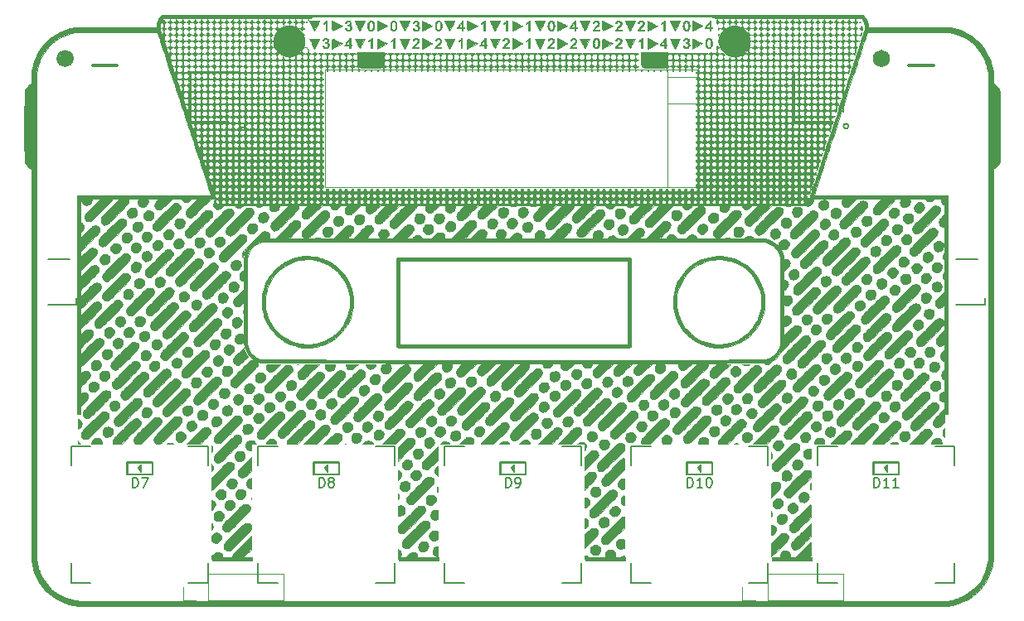
<source format=gto>
G04 #@! TF.GenerationSoftware,KiCad,Pcbnew,(5.1.0)-1*
G04 #@! TF.CreationDate,2019-05-14T00:20:19-06:00*
G04 #@! TF.ProjectId,laser-theremin,6c617365-722d-4746-9865-72656d696e2e,rev?*
G04 #@! TF.SameCoordinates,Original*
G04 #@! TF.FileFunction,Legend,Top*
G04 #@! TF.FilePolarity,Positive*
%FSLAX46Y46*%
G04 Gerber Fmt 4.6, Leading zero omitted, Abs format (unit mm)*
G04 Created by KiCad (PCBNEW (5.1.0)-1) date 2019-05-14 00:20:19*
%MOMM*%
%LPD*%
G04 APERTURE LIST*
%ADD10C,0.010000*%
%ADD11C,0.150000*%
%ADD12C,0.300000*%
%ADD13C,0.127000*%
%ADD14C,0.066040*%
%ADD15C,0.120000*%
G04 APERTURE END LIST*
D10*
G36*
X126228394Y-63031692D02*
G01*
X126229000Y-63036418D01*
X126213614Y-63065084D01*
X126207833Y-63069417D01*
X126189712Y-63064618D01*
X126186667Y-63049499D01*
X126197718Y-63020539D01*
X126207833Y-63016500D01*
X126228394Y-63031692D01*
X126228394Y-63031692D01*
G37*
X126228394Y-63031692D02*
X126229000Y-63036418D01*
X126213614Y-63065084D01*
X126207833Y-63069417D01*
X126189712Y-63064618D01*
X126186667Y-63049499D01*
X126197718Y-63020539D01*
X126207833Y-63016500D01*
X126228394Y-63031692D01*
G36*
X126064771Y-63268977D02*
G01*
X126037472Y-63313890D01*
X126015821Y-63329026D01*
X125984194Y-63321214D01*
X125964417Y-63312834D01*
X125938805Y-63298745D01*
X125952280Y-63293372D01*
X125956270Y-63293155D01*
X125995991Y-63279637D01*
X126044620Y-63249054D01*
X126046041Y-63247945D01*
X126101625Y-63204222D01*
X126064771Y-63268977D01*
X126064771Y-63268977D01*
G37*
X126064771Y-63268977D02*
X126037472Y-63313890D01*
X126015821Y-63329026D01*
X125984194Y-63321214D01*
X125964417Y-63312834D01*
X125938805Y-63298745D01*
X125952280Y-63293372D01*
X125956270Y-63293155D01*
X125995991Y-63279637D01*
X126044620Y-63249054D01*
X126046041Y-63247945D01*
X126101625Y-63204222D01*
X126064771Y-63268977D01*
G36*
X182553748Y-63303959D02*
G01*
X182561547Y-63311473D01*
X182591364Y-63349000D01*
X182589587Y-63364699D01*
X182559245Y-63353115D01*
X182544129Y-63342853D01*
X182492923Y-63318026D01*
X182459496Y-63311492D01*
X182432475Y-63308797D01*
X182442341Y-63300082D01*
X182467473Y-63289553D01*
X182513854Y-63280921D01*
X182553748Y-63303959D01*
X182553748Y-63303959D01*
G37*
X182553748Y-63303959D02*
X182561547Y-63311473D01*
X182591364Y-63349000D01*
X182589587Y-63364699D01*
X182559245Y-63353115D01*
X182544129Y-63342853D01*
X182492923Y-63318026D01*
X182459496Y-63311492D01*
X182432475Y-63308797D01*
X182442341Y-63300082D01*
X182467473Y-63289553D01*
X182513854Y-63280921D01*
X182553748Y-63303959D01*
G36*
X167988782Y-63092881D02*
G01*
X168023080Y-63152582D01*
X168077429Y-63212911D01*
X168139411Y-63262733D01*
X168196604Y-63290911D01*
X168212614Y-63293576D01*
X168228696Y-63298628D01*
X168203278Y-63310333D01*
X168188006Y-63314990D01*
X168128059Y-63343373D01*
X168067470Y-63388072D01*
X168058297Y-63396793D01*
X167995999Y-63459091D01*
X167932071Y-63330112D01*
X167868143Y-63201134D01*
X167915695Y-63111701D01*
X167963248Y-63022267D01*
X167988782Y-63092881D01*
X167988782Y-63092881D01*
G37*
X167988782Y-63092881D02*
X168023080Y-63152582D01*
X168077429Y-63212911D01*
X168139411Y-63262733D01*
X168196604Y-63290911D01*
X168212614Y-63293576D01*
X168228696Y-63298628D01*
X168203278Y-63310333D01*
X168188006Y-63314990D01*
X168128059Y-63343373D01*
X168067470Y-63388072D01*
X168058297Y-63396793D01*
X167995999Y-63459091D01*
X167932071Y-63330112D01*
X167868143Y-63201134D01*
X167915695Y-63111701D01*
X167963248Y-63022267D01*
X167988782Y-63092881D01*
G36*
X179522394Y-63096771D02*
G01*
X179552207Y-63136829D01*
X179564944Y-63155934D01*
X179622225Y-63218918D01*
X179696424Y-63268748D01*
X179702527Y-63271623D01*
X179746878Y-63295056D01*
X179760136Y-63309654D01*
X179751415Y-63312369D01*
X179692034Y-63328572D01*
X179626476Y-63368039D01*
X179572068Y-63418824D01*
X179551921Y-63449897D01*
X179526976Y-63489067D01*
X179505500Y-63503334D01*
X179481490Y-63486150D01*
X179459078Y-63449897D01*
X179420207Y-63398513D01*
X179360036Y-63351081D01*
X179295664Y-63319399D01*
X179260391Y-63312834D01*
X179254647Y-63304821D01*
X179281427Y-63284175D01*
X179315807Y-63265209D01*
X179382017Y-63222146D01*
X179437624Y-63169747D01*
X179452583Y-63149607D01*
X179482420Y-63105604D01*
X179503018Y-63082207D01*
X179505500Y-63081078D01*
X179522394Y-63096771D01*
X179522394Y-63096771D01*
G37*
X179522394Y-63096771D02*
X179552207Y-63136829D01*
X179564944Y-63155934D01*
X179622225Y-63218918D01*
X179696424Y-63268748D01*
X179702527Y-63271623D01*
X179746878Y-63295056D01*
X179760136Y-63309654D01*
X179751415Y-63312369D01*
X179692034Y-63328572D01*
X179626476Y-63368039D01*
X179572068Y-63418824D01*
X179551921Y-63449897D01*
X179526976Y-63489067D01*
X179505500Y-63503334D01*
X179481490Y-63486150D01*
X179459078Y-63449897D01*
X179420207Y-63398513D01*
X179360036Y-63351081D01*
X179295664Y-63319399D01*
X179260391Y-63312834D01*
X179254647Y-63304821D01*
X179281427Y-63284175D01*
X179315807Y-63265209D01*
X179382017Y-63222146D01*
X179437624Y-63169747D01*
X179452583Y-63149607D01*
X179482420Y-63105604D01*
X179503018Y-63082207D01*
X179505500Y-63081078D01*
X179522394Y-63096771D01*
G36*
X114032725Y-63097591D02*
G01*
X114061237Y-63137793D01*
X114068750Y-63149607D01*
X114114086Y-63200822D01*
X114178435Y-63249808D01*
X114205526Y-63265209D01*
X114251312Y-63291608D01*
X114268660Y-63308888D01*
X114260942Y-63312834D01*
X114202781Y-63328386D01*
X114137960Y-63367180D01*
X114083578Y-63417420D01*
X114062255Y-63449897D01*
X114037309Y-63489067D01*
X114015833Y-63503334D01*
X113991823Y-63486150D01*
X113969412Y-63449897D01*
X113930096Y-63398059D01*
X113869184Y-63350340D01*
X113804006Y-63318684D01*
X113769918Y-63312369D01*
X113762596Y-63304940D01*
X113789401Y-63286147D01*
X113818806Y-63271623D01*
X113893296Y-63223805D01*
X113952906Y-63161119D01*
X113956389Y-63155934D01*
X113988672Y-63109700D01*
X114011548Y-63083409D01*
X114015833Y-63081078D01*
X114032725Y-63097591D01*
X114032725Y-63097591D01*
G37*
X114032725Y-63097591D02*
X114061237Y-63137793D01*
X114068750Y-63149607D01*
X114114086Y-63200822D01*
X114178435Y-63249808D01*
X114205526Y-63265209D01*
X114251312Y-63291608D01*
X114268660Y-63308888D01*
X114260942Y-63312834D01*
X114202781Y-63328386D01*
X114137960Y-63367180D01*
X114083578Y-63417420D01*
X114062255Y-63449897D01*
X114037309Y-63489067D01*
X114015833Y-63503334D01*
X113991823Y-63486150D01*
X113969412Y-63449897D01*
X113930096Y-63398059D01*
X113869184Y-63350340D01*
X113804006Y-63318684D01*
X113769918Y-63312369D01*
X113762596Y-63304940D01*
X113789401Y-63286147D01*
X113818806Y-63271623D01*
X113893296Y-63223805D01*
X113952906Y-63161119D01*
X113956389Y-63155934D01*
X113988672Y-63109700D01*
X114011548Y-63083409D01*
X114015833Y-63081078D01*
X114032725Y-63097591D01*
G36*
X182085847Y-63033463D02*
G01*
X182087833Y-63045831D01*
X182104375Y-63104216D01*
X182146785Y-63169549D01*
X182204240Y-63230320D01*
X182265915Y-63275023D01*
X182319487Y-63292143D01*
X182321064Y-63300078D01*
X182290741Y-63320068D01*
X182251818Y-63339768D01*
X182182915Y-63378993D01*
X182139904Y-63425434D01*
X182114234Y-63476796D01*
X182084901Y-63537364D01*
X182061778Y-63564758D01*
X182047992Y-63556419D01*
X182045500Y-63533058D01*
X182027328Y-63470173D01*
X181980734Y-63405747D01*
X181917597Y-63351192D01*
X181849796Y-63317920D01*
X181816243Y-63312817D01*
X181812200Y-63304903D01*
X181840288Y-63284656D01*
X181871081Y-63268169D01*
X181952679Y-63214588D01*
X182012905Y-63149071D01*
X182043392Y-63081565D01*
X182045500Y-63060858D01*
X182054000Y-63025378D01*
X182066667Y-63016500D01*
X182085847Y-63033463D01*
X182085847Y-63033463D01*
G37*
X182085847Y-63033463D02*
X182087833Y-63045831D01*
X182104375Y-63104216D01*
X182146785Y-63169549D01*
X182204240Y-63230320D01*
X182265915Y-63275023D01*
X182319487Y-63292143D01*
X182321064Y-63300078D01*
X182290741Y-63320068D01*
X182251818Y-63339768D01*
X182182915Y-63378993D01*
X182139904Y-63425434D01*
X182114234Y-63476796D01*
X182084901Y-63537364D01*
X182061778Y-63564758D01*
X182047992Y-63556419D01*
X182045500Y-63533058D01*
X182027328Y-63470173D01*
X181980734Y-63405747D01*
X181917597Y-63351192D01*
X181849796Y-63317920D01*
X181816243Y-63312817D01*
X181812200Y-63304903D01*
X181840288Y-63284656D01*
X181871081Y-63268169D01*
X181952679Y-63214588D01*
X182012905Y-63149071D01*
X182043392Y-63081565D01*
X182045500Y-63060858D01*
X182054000Y-63025378D01*
X182066667Y-63016500D01*
X182085847Y-63033463D01*
G36*
X181428125Y-63043666D02*
G01*
X181433147Y-63055761D01*
X181499393Y-63167910D01*
X181595659Y-63250778D01*
X181627252Y-63268169D01*
X181671562Y-63293404D01*
X181687180Y-63309591D01*
X181679630Y-63312817D01*
X181629547Y-63326383D01*
X181569609Y-63359460D01*
X181518902Y-63400667D01*
X181505750Y-63416486D01*
X181479802Y-63457011D01*
X181451983Y-63503631D01*
X181419383Y-63560192D01*
X181379909Y-63471545D01*
X181336850Y-63400887D01*
X181274631Y-63354378D01*
X181251788Y-63343424D01*
X181163141Y-63303950D01*
X181219702Y-63271350D01*
X181270917Y-63240697D01*
X181306848Y-63217584D01*
X181348011Y-63175691D01*
X181386101Y-63116672D01*
X181409357Y-63060003D01*
X181411842Y-63043703D01*
X181416077Y-63024441D01*
X181428125Y-63043666D01*
X181428125Y-63043666D01*
G37*
X181428125Y-63043666D02*
X181433147Y-63055761D01*
X181499393Y-63167910D01*
X181595659Y-63250778D01*
X181627252Y-63268169D01*
X181671562Y-63293404D01*
X181687180Y-63309591D01*
X181679630Y-63312817D01*
X181629547Y-63326383D01*
X181569609Y-63359460D01*
X181518902Y-63400667D01*
X181505750Y-63416486D01*
X181479802Y-63457011D01*
X181451983Y-63503631D01*
X181419383Y-63560192D01*
X181379909Y-63471545D01*
X181336850Y-63400887D01*
X181274631Y-63354378D01*
X181251788Y-63343424D01*
X181163141Y-63303950D01*
X181219702Y-63271350D01*
X181270917Y-63240697D01*
X181306848Y-63217584D01*
X181348011Y-63175691D01*
X181386101Y-63116672D01*
X181409357Y-63060003D01*
X181411842Y-63043703D01*
X181416077Y-63024441D01*
X181428125Y-63043666D01*
G36*
X180802524Y-63065361D02*
G01*
X180815994Y-63093041D01*
X180859709Y-63163056D01*
X180919708Y-63226753D01*
X180984221Y-63273698D01*
X181041481Y-63293456D01*
X181042081Y-63293486D01*
X181061388Y-63297612D01*
X181040966Y-63307685D01*
X181027670Y-63311896D01*
X180920566Y-63364211D01*
X180842564Y-63446880D01*
X180823680Y-63480188D01*
X180784211Y-63559961D01*
X180744437Y-63478190D01*
X180696355Y-63408824D01*
X180631291Y-63351972D01*
X180562713Y-63318001D01*
X180529585Y-63312817D01*
X180522005Y-63305166D01*
X180548777Y-63284926D01*
X180580823Y-63267720D01*
X180647178Y-63223449D01*
X180708502Y-63163410D01*
X180754688Y-63099500D01*
X180775629Y-63043616D01*
X180775965Y-63038045D01*
X180783597Y-63035648D01*
X180802524Y-63065361D01*
X180802524Y-63065361D01*
G37*
X180802524Y-63065361D02*
X180815994Y-63093041D01*
X180859709Y-63163056D01*
X180919708Y-63226753D01*
X180984221Y-63273698D01*
X181041481Y-63293456D01*
X181042081Y-63293486D01*
X181061388Y-63297612D01*
X181040966Y-63307685D01*
X181027670Y-63311896D01*
X180920566Y-63364211D01*
X180842564Y-63446880D01*
X180823680Y-63480188D01*
X180784211Y-63559961D01*
X180744437Y-63478190D01*
X180696355Y-63408824D01*
X180631291Y-63351972D01*
X180562713Y-63318001D01*
X180529585Y-63312817D01*
X180522005Y-63305166D01*
X180548777Y-63284926D01*
X180580823Y-63267720D01*
X180647178Y-63223449D01*
X180708502Y-63163410D01*
X180754688Y-63099500D01*
X180775629Y-63043616D01*
X180775965Y-63038045D01*
X180783597Y-63035648D01*
X180802524Y-63065361D01*
G36*
X180155211Y-63034781D02*
G01*
X180168859Y-63078958D01*
X180169249Y-63080869D01*
X180197665Y-63142844D01*
X180251221Y-63207151D01*
X180316045Y-63259689D01*
X180369612Y-63284550D01*
X180395598Y-63293703D01*
X180392884Y-63305129D01*
X180357179Y-63324422D01*
X180329298Y-63337119D01*
X180247622Y-63382974D01*
X180198220Y-63437212D01*
X180171569Y-63508625D01*
X180156438Y-63550719D01*
X180140500Y-63566834D01*
X180123499Y-63548727D01*
X180109430Y-63508625D01*
X180086283Y-63443778D01*
X180044822Y-63394910D01*
X179974643Y-63350724D01*
X179954808Y-63340751D01*
X179902804Y-63313826D01*
X179885178Y-63298334D01*
X179897618Y-63288523D01*
X179912474Y-63284278D01*
X179975288Y-63252974D01*
X180038902Y-63197877D01*
X180089420Y-63133171D01*
X180111751Y-63080869D01*
X180125224Y-63036045D01*
X180140023Y-63016528D01*
X180140500Y-63016500D01*
X180155211Y-63034781D01*
X180155211Y-63034781D01*
G37*
X180155211Y-63034781D02*
X180168859Y-63078958D01*
X180169249Y-63080869D01*
X180197665Y-63142844D01*
X180251221Y-63207151D01*
X180316045Y-63259689D01*
X180369612Y-63284550D01*
X180395598Y-63293703D01*
X180392884Y-63305129D01*
X180357179Y-63324422D01*
X180329298Y-63337119D01*
X180247622Y-63382974D01*
X180198220Y-63437212D01*
X180171569Y-63508625D01*
X180156438Y-63550719D01*
X180140500Y-63566834D01*
X180123499Y-63548727D01*
X180109430Y-63508625D01*
X180086283Y-63443778D01*
X180044822Y-63394910D01*
X179974643Y-63350724D01*
X179954808Y-63340751D01*
X179902804Y-63313826D01*
X179885178Y-63298334D01*
X179897618Y-63288523D01*
X179912474Y-63284278D01*
X179975288Y-63252974D01*
X180038902Y-63197877D01*
X180089420Y-63133171D01*
X180111751Y-63080869D01*
X180125224Y-63036045D01*
X180140023Y-63016528D01*
X180140500Y-63016500D01*
X180155211Y-63034781D01*
G36*
X178889681Y-63033463D02*
G01*
X178891667Y-63045831D01*
X178908208Y-63104216D01*
X178950619Y-63169549D01*
X179008073Y-63230320D01*
X179069749Y-63275023D01*
X179123320Y-63292143D01*
X179124897Y-63300078D01*
X179094574Y-63320068D01*
X179055651Y-63339768D01*
X178986748Y-63378993D01*
X178943737Y-63425434D01*
X178918068Y-63476796D01*
X178888734Y-63537364D01*
X178865612Y-63564758D01*
X178851825Y-63556419D01*
X178849333Y-63533058D01*
X178831143Y-63470114D01*
X178784428Y-63405599D01*
X178720974Y-63350876D01*
X178652566Y-63317308D01*
X178620076Y-63312005D01*
X178612582Y-63304708D01*
X178639134Y-63287692D01*
X178648969Y-63283199D01*
X178717738Y-63242291D01*
X178780839Y-63186323D01*
X178828027Y-63126309D01*
X178849054Y-63073266D01*
X178849333Y-63067789D01*
X178856788Y-63028796D01*
X178870500Y-63016500D01*
X178889681Y-63033463D01*
X178889681Y-63033463D01*
G37*
X178889681Y-63033463D02*
X178891667Y-63045831D01*
X178908208Y-63104216D01*
X178950619Y-63169549D01*
X179008073Y-63230320D01*
X179069749Y-63275023D01*
X179123320Y-63292143D01*
X179124897Y-63300078D01*
X179094574Y-63320068D01*
X179055651Y-63339768D01*
X178986748Y-63378993D01*
X178943737Y-63425434D01*
X178918068Y-63476796D01*
X178888734Y-63537364D01*
X178865612Y-63564758D01*
X178851825Y-63556419D01*
X178849333Y-63533058D01*
X178831143Y-63470114D01*
X178784428Y-63405599D01*
X178720974Y-63350876D01*
X178652566Y-63317308D01*
X178620076Y-63312005D01*
X178612582Y-63304708D01*
X178639134Y-63287692D01*
X178648969Y-63283199D01*
X178717738Y-63242291D01*
X178780839Y-63186323D01*
X178828027Y-63126309D01*
X178849054Y-63073266D01*
X178849333Y-63067789D01*
X178856788Y-63028796D01*
X178870500Y-63016500D01*
X178889681Y-63033463D01*
G36*
X178232412Y-63046743D02*
G01*
X178259249Y-63096591D01*
X178259447Y-63096990D01*
X178304293Y-63163996D01*
X178365348Y-63226049D01*
X178430383Y-63272683D01*
X178487172Y-63293431D01*
X178489122Y-63293576D01*
X178493941Y-63299562D01*
X178464462Y-63311849D01*
X178455537Y-63314550D01*
X178374719Y-63356388D01*
X178300477Y-63427371D01*
X178253791Y-63499215D01*
X178224917Y-63557655D01*
X178181847Y-63473604D01*
X178113745Y-63386642D01*
X178046226Y-63340609D01*
X178000719Y-63313322D01*
X177982782Y-63295555D01*
X177989311Y-63291667D01*
X178028190Y-63275734D01*
X178079928Y-63235148D01*
X178134278Y-63180727D01*
X178180992Y-63123289D01*
X178209823Y-63073651D01*
X178214350Y-63054099D01*
X178218396Y-63033483D01*
X178232412Y-63046743D01*
X178232412Y-63046743D01*
G37*
X178232412Y-63046743D02*
X178259249Y-63096591D01*
X178259447Y-63096990D01*
X178304293Y-63163996D01*
X178365348Y-63226049D01*
X178430383Y-63272683D01*
X178487172Y-63293431D01*
X178489122Y-63293576D01*
X178493941Y-63299562D01*
X178464462Y-63311849D01*
X178455537Y-63314550D01*
X178374719Y-63356388D01*
X178300477Y-63427371D01*
X178253791Y-63499215D01*
X178224917Y-63557655D01*
X178181847Y-63473604D01*
X178113745Y-63386642D01*
X178046226Y-63340609D01*
X178000719Y-63313322D01*
X177982782Y-63295555D01*
X177989311Y-63291667D01*
X178028190Y-63275734D01*
X178079928Y-63235148D01*
X178134278Y-63180727D01*
X178180992Y-63123289D01*
X178209823Y-63073651D01*
X178214350Y-63054099D01*
X178218396Y-63033483D01*
X178232412Y-63046743D01*
G36*
X177600483Y-63053888D02*
G01*
X177600483Y-63054099D01*
X177615584Y-63095151D01*
X177654034Y-63149775D01*
X177705586Y-63207152D01*
X177759993Y-63256464D01*
X177807006Y-63286894D01*
X177825522Y-63291667D01*
X177829604Y-63300032D01*
X177801901Y-63321522D01*
X177768987Y-63340408D01*
X177676401Y-63411164D01*
X177631689Y-63474485D01*
X177586563Y-63559820D01*
X177560891Y-63501822D01*
X177508132Y-63419987D01*
X177434559Y-63352539D01*
X177359296Y-63314550D01*
X177324059Y-63301540D01*
X177321845Y-63294034D01*
X177325711Y-63293576D01*
X177381909Y-63274095D01*
X177446848Y-63228306D01*
X177508301Y-63166674D01*
X177554041Y-63099665D01*
X177555386Y-63096990D01*
X177582306Y-63046923D01*
X177596387Y-63033460D01*
X177600483Y-63053888D01*
X177600483Y-63053888D01*
G37*
X177600483Y-63053888D02*
X177600483Y-63054099D01*
X177615584Y-63095151D01*
X177654034Y-63149775D01*
X177705586Y-63207152D01*
X177759993Y-63256464D01*
X177807006Y-63286894D01*
X177825522Y-63291667D01*
X177829604Y-63300032D01*
X177801901Y-63321522D01*
X177768987Y-63340408D01*
X177676401Y-63411164D01*
X177631689Y-63474485D01*
X177586563Y-63559820D01*
X177560891Y-63501822D01*
X177508132Y-63419987D01*
X177434559Y-63352539D01*
X177359296Y-63314550D01*
X177324059Y-63301540D01*
X177321845Y-63294034D01*
X177325711Y-63293576D01*
X177381909Y-63274095D01*
X177446848Y-63228306D01*
X177508301Y-63166674D01*
X177554041Y-63099665D01*
X177555386Y-63096990D01*
X177582306Y-63046923D01*
X177596387Y-63033460D01*
X177600483Y-63053888D01*
G36*
X176963228Y-63040279D02*
G01*
X176965500Y-63068398D01*
X176981984Y-63116672D01*
X177023965Y-63174343D01*
X177080233Y-63229714D01*
X177139579Y-63271090D01*
X177172604Y-63284486D01*
X177199793Y-63293575D01*
X177198697Y-63304447D01*
X177165008Y-63322551D01*
X177130442Y-63337819D01*
X177053390Y-63385398D01*
X176995766Y-63448268D01*
X176967062Y-63515193D01*
X176965500Y-63533058D01*
X176957325Y-63563846D01*
X176938942Y-63561328D01*
X176919562Y-63529811D01*
X176913264Y-63508625D01*
X176890116Y-63443778D01*
X176848655Y-63394910D01*
X176778476Y-63350724D01*
X176758641Y-63340751D01*
X176706637Y-63313826D01*
X176689011Y-63298334D01*
X176701451Y-63288523D01*
X176716308Y-63284278D01*
X176779122Y-63252974D01*
X176842736Y-63197877D01*
X176893253Y-63133171D01*
X176915584Y-63080869D01*
X176931967Y-63032313D01*
X176950248Y-63018184D01*
X176963228Y-63040279D01*
X176963228Y-63040279D01*
G37*
X176963228Y-63040279D02*
X176965500Y-63068398D01*
X176981984Y-63116672D01*
X177023965Y-63174343D01*
X177080233Y-63229714D01*
X177139579Y-63271090D01*
X177172604Y-63284486D01*
X177199793Y-63293575D01*
X177198697Y-63304447D01*
X177165008Y-63322551D01*
X177130442Y-63337819D01*
X177053390Y-63385398D01*
X176995766Y-63448268D01*
X176967062Y-63515193D01*
X176965500Y-63533058D01*
X176957325Y-63563846D01*
X176938942Y-63561328D01*
X176919562Y-63529811D01*
X176913264Y-63508625D01*
X176890116Y-63443778D01*
X176848655Y-63394910D01*
X176778476Y-63350724D01*
X176758641Y-63340751D01*
X176706637Y-63313826D01*
X176689011Y-63298334D01*
X176701451Y-63288523D01*
X176716308Y-63284278D01*
X176779122Y-63252974D01*
X176842736Y-63197877D01*
X176893253Y-63133171D01*
X176915584Y-63080869D01*
X176931967Y-63032313D01*
X176950248Y-63018184D01*
X176963228Y-63040279D01*
G36*
X176313690Y-63052294D02*
G01*
X176316514Y-63063395D01*
X176357579Y-63148855D01*
X176430297Y-63224650D01*
X176508753Y-63272694D01*
X176555722Y-63297265D01*
X176564208Y-63310477D01*
X176552750Y-63312508D01*
X176487074Y-63331434D01*
X176418229Y-63380053D01*
X176358626Y-63448697D01*
X176341485Y-63477078D01*
X176298021Y-63558338D01*
X176260040Y-63478840D01*
X176213494Y-63411809D01*
X176148748Y-63355049D01*
X176079836Y-63319286D01*
X176042251Y-63312369D01*
X176033598Y-63305077D01*
X176060391Y-63286240D01*
X176087083Y-63273025D01*
X176177213Y-63219676D01*
X176238954Y-63150215D01*
X176273702Y-63082080D01*
X176293745Y-63037106D01*
X176304725Y-63028202D01*
X176313690Y-63052294D01*
X176313690Y-63052294D01*
G37*
X176313690Y-63052294D02*
X176316514Y-63063395D01*
X176357579Y-63148855D01*
X176430297Y-63224650D01*
X176508753Y-63272694D01*
X176555722Y-63297265D01*
X176564208Y-63310477D01*
X176552750Y-63312508D01*
X176487074Y-63331434D01*
X176418229Y-63380053D01*
X176358626Y-63448697D01*
X176341485Y-63477078D01*
X176298021Y-63558338D01*
X176260040Y-63478840D01*
X176213494Y-63411809D01*
X176148748Y-63355049D01*
X176079836Y-63319286D01*
X176042251Y-63312369D01*
X176033598Y-63305077D01*
X176060391Y-63286240D01*
X176087083Y-63273025D01*
X176177213Y-63219676D01*
X176238954Y-63150215D01*
X176273702Y-63082080D01*
X176293745Y-63037106D01*
X176304725Y-63028202D01*
X176313690Y-63052294D01*
G36*
X175672971Y-63040039D02*
G01*
X175672991Y-63040539D01*
X175691269Y-63103220D01*
X175734719Y-63171083D01*
X175792808Y-63232754D01*
X175855005Y-63276861D01*
X175905987Y-63292143D01*
X175907615Y-63300085D01*
X175877345Y-63320085D01*
X175838857Y-63339596D01*
X175769078Y-63379789D01*
X175724090Y-63429185D01*
X175696673Y-63481994D01*
X175672879Y-63530963D01*
X175657289Y-63553636D01*
X175653857Y-63550662D01*
X175635036Y-63493193D01*
X175588863Y-63429788D01*
X175526831Y-63371335D01*
X175460436Y-63328721D01*
X175402743Y-63312817D01*
X175398700Y-63304903D01*
X175426788Y-63284656D01*
X175457581Y-63268169D01*
X175561721Y-63193866D01*
X175636510Y-63089549D01*
X175651686Y-63055761D01*
X175666821Y-63027512D01*
X175672971Y-63040039D01*
X175672971Y-63040039D01*
G37*
X175672971Y-63040039D02*
X175672991Y-63040539D01*
X175691269Y-63103220D01*
X175734719Y-63171083D01*
X175792808Y-63232754D01*
X175855005Y-63276861D01*
X175905987Y-63292143D01*
X175907615Y-63300085D01*
X175877345Y-63320085D01*
X175838857Y-63339596D01*
X175769078Y-63379789D01*
X175724090Y-63429185D01*
X175696673Y-63481994D01*
X175672879Y-63530963D01*
X175657289Y-63553636D01*
X175653857Y-63550662D01*
X175635036Y-63493193D01*
X175588863Y-63429788D01*
X175526831Y-63371335D01*
X175460436Y-63328721D01*
X175402743Y-63312817D01*
X175398700Y-63304903D01*
X175426788Y-63284656D01*
X175457581Y-63268169D01*
X175561721Y-63193866D01*
X175636510Y-63089549D01*
X175651686Y-63055761D01*
X175666821Y-63027512D01*
X175672971Y-63040039D01*
G36*
X175014625Y-63043666D02*
G01*
X175019647Y-63055761D01*
X175085893Y-63167910D01*
X175182159Y-63250778D01*
X175213752Y-63268169D01*
X175258062Y-63293404D01*
X175273680Y-63309591D01*
X175266130Y-63312817D01*
X175216047Y-63326383D01*
X175156109Y-63359460D01*
X175105402Y-63400667D01*
X175092250Y-63416486D01*
X175066302Y-63457011D01*
X175038483Y-63503631D01*
X175005883Y-63560192D01*
X174966409Y-63471545D01*
X174923350Y-63400887D01*
X174861131Y-63354378D01*
X174838288Y-63343424D01*
X174749641Y-63303950D01*
X174806202Y-63271350D01*
X174857417Y-63240697D01*
X174893348Y-63217584D01*
X174934511Y-63175691D01*
X174972601Y-63116672D01*
X174995857Y-63060003D01*
X174998342Y-63043703D01*
X175002577Y-63024441D01*
X175014625Y-63043666D01*
X175014625Y-63043666D01*
G37*
X175014625Y-63043666D02*
X175019647Y-63055761D01*
X175085893Y-63167910D01*
X175182159Y-63250778D01*
X175213752Y-63268169D01*
X175258062Y-63293404D01*
X175273680Y-63309591D01*
X175266130Y-63312817D01*
X175216047Y-63326383D01*
X175156109Y-63359460D01*
X175105402Y-63400667D01*
X175092250Y-63416486D01*
X175066302Y-63457011D01*
X175038483Y-63503631D01*
X175005883Y-63560192D01*
X174966409Y-63471545D01*
X174923350Y-63400887D01*
X174861131Y-63354378D01*
X174838288Y-63343424D01*
X174749641Y-63303950D01*
X174806202Y-63271350D01*
X174857417Y-63240697D01*
X174893348Y-63217584D01*
X174934511Y-63175691D01*
X174972601Y-63116672D01*
X174995857Y-63060003D01*
X174998342Y-63043703D01*
X175002577Y-63024441D01*
X175014625Y-63043666D01*
G36*
X174389024Y-63065361D02*
G01*
X174402494Y-63093041D01*
X174446209Y-63163056D01*
X174506208Y-63226753D01*
X174570721Y-63273698D01*
X174627981Y-63293456D01*
X174628581Y-63293486D01*
X174647888Y-63297612D01*
X174627466Y-63307685D01*
X174614170Y-63311896D01*
X174507066Y-63364211D01*
X174429064Y-63446880D01*
X174410180Y-63480188D01*
X174370711Y-63559961D01*
X174330937Y-63478190D01*
X174282855Y-63408824D01*
X174217791Y-63351972D01*
X174149213Y-63318001D01*
X174116085Y-63312817D01*
X174108505Y-63305166D01*
X174135277Y-63284926D01*
X174167323Y-63267720D01*
X174233678Y-63223449D01*
X174295002Y-63163410D01*
X174341188Y-63099500D01*
X174362129Y-63043616D01*
X174362465Y-63038045D01*
X174370097Y-63035648D01*
X174389024Y-63065361D01*
X174389024Y-63065361D01*
G37*
X174389024Y-63065361D02*
X174402494Y-63093041D01*
X174446209Y-63163056D01*
X174506208Y-63226753D01*
X174570721Y-63273698D01*
X174627981Y-63293456D01*
X174628581Y-63293486D01*
X174647888Y-63297612D01*
X174627466Y-63307685D01*
X174614170Y-63311896D01*
X174507066Y-63364211D01*
X174429064Y-63446880D01*
X174410180Y-63480188D01*
X174370711Y-63559961D01*
X174330937Y-63478190D01*
X174282855Y-63408824D01*
X174217791Y-63351972D01*
X174149213Y-63318001D01*
X174116085Y-63312817D01*
X174108505Y-63305166D01*
X174135277Y-63284926D01*
X174167323Y-63267720D01*
X174233678Y-63223449D01*
X174295002Y-63163410D01*
X174341188Y-63099500D01*
X174362129Y-63043616D01*
X174362465Y-63038045D01*
X174370097Y-63035648D01*
X174389024Y-63065361D01*
G36*
X173741711Y-63034781D02*
G01*
X173755359Y-63078958D01*
X173755749Y-63080869D01*
X173784011Y-63142530D01*
X173837268Y-63206727D01*
X173901623Y-63259275D01*
X173955025Y-63284278D01*
X173980004Y-63293405D01*
X173976925Y-63305535D01*
X173941476Y-63326416D01*
X173912692Y-63340751D01*
X173834983Y-63385404D01*
X173788227Y-63432313D01*
X173762021Y-63492773D01*
X173758069Y-63508625D01*
X173742938Y-63550719D01*
X173727000Y-63566834D01*
X173709999Y-63548727D01*
X173695930Y-63508625D01*
X173672783Y-63443778D01*
X173631322Y-63394910D01*
X173561143Y-63350724D01*
X173541308Y-63340751D01*
X173489304Y-63313826D01*
X173471678Y-63298334D01*
X173484118Y-63288523D01*
X173498974Y-63284278D01*
X173561788Y-63252974D01*
X173625402Y-63197877D01*
X173675920Y-63133171D01*
X173698251Y-63080869D01*
X173711724Y-63036045D01*
X173726523Y-63016528D01*
X173727000Y-63016500D01*
X173741711Y-63034781D01*
X173741711Y-63034781D01*
G37*
X173741711Y-63034781D02*
X173755359Y-63078958D01*
X173755749Y-63080869D01*
X173784011Y-63142530D01*
X173837268Y-63206727D01*
X173901623Y-63259275D01*
X173955025Y-63284278D01*
X173980004Y-63293405D01*
X173976925Y-63305535D01*
X173941476Y-63326416D01*
X173912692Y-63340751D01*
X173834983Y-63385404D01*
X173788227Y-63432313D01*
X173762021Y-63492773D01*
X173758069Y-63508625D01*
X173742938Y-63550719D01*
X173727000Y-63566834D01*
X173709999Y-63548727D01*
X173695930Y-63508625D01*
X173672783Y-63443778D01*
X173631322Y-63394910D01*
X173561143Y-63350724D01*
X173541308Y-63340751D01*
X173489304Y-63313826D01*
X173471678Y-63298334D01*
X173484118Y-63288523D01*
X173498974Y-63284278D01*
X173561788Y-63252974D01*
X173625402Y-63197877D01*
X173675920Y-63133171D01*
X173698251Y-63080869D01*
X173711724Y-63036045D01*
X173726523Y-63016528D01*
X173727000Y-63016500D01*
X173741711Y-63034781D01*
G36*
X173091535Y-63038045D02*
G01*
X173108788Y-63092177D01*
X173152493Y-63155754D01*
X173212542Y-63216880D01*
X173278828Y-63263658D01*
X173286677Y-63267720D01*
X173335906Y-63295363D01*
X173347143Y-63310417D01*
X173335417Y-63312956D01*
X173269572Y-63331506D01*
X173200600Y-63380620D01*
X173140070Y-63451159D01*
X173121634Y-63481784D01*
X173093391Y-63532393D01*
X173077807Y-63549214D01*
X173068206Y-63536120D01*
X173062667Y-63516011D01*
X173030859Y-63453808D01*
X172973341Y-63390095D01*
X172904051Y-63338203D01*
X172852494Y-63314990D01*
X172817165Y-63301722D01*
X172818837Y-63294226D01*
X172825419Y-63293576D01*
X172882609Y-63274094D01*
X172947163Y-63227311D01*
X173007298Y-63163678D01*
X173051229Y-63093648D01*
X173051506Y-63093041D01*
X173074510Y-63048554D01*
X173089012Y-63032337D01*
X173091535Y-63038045D01*
X173091535Y-63038045D01*
G37*
X173091535Y-63038045D02*
X173108788Y-63092177D01*
X173152493Y-63155754D01*
X173212542Y-63216880D01*
X173278828Y-63263658D01*
X173286677Y-63267720D01*
X173335906Y-63295363D01*
X173347143Y-63310417D01*
X173335417Y-63312956D01*
X173269572Y-63331506D01*
X173200600Y-63380620D01*
X173140070Y-63451159D01*
X173121634Y-63481784D01*
X173093391Y-63532393D01*
X173077807Y-63549214D01*
X173068206Y-63536120D01*
X173062667Y-63516011D01*
X173030859Y-63453808D01*
X172973341Y-63390095D01*
X172904051Y-63338203D01*
X172852494Y-63314990D01*
X172817165Y-63301722D01*
X172818837Y-63294226D01*
X172825419Y-63293576D01*
X172882609Y-63274094D01*
X172947163Y-63227311D01*
X173007298Y-63163678D01*
X173051229Y-63093648D01*
X173051506Y-63093041D01*
X173074510Y-63048554D01*
X173089012Y-63032337D01*
X173091535Y-63038045D01*
G36*
X172455107Y-63034762D02*
G01*
X172455658Y-63043703D01*
X172470555Y-63094652D01*
X172504585Y-63155070D01*
X172545988Y-63205483D01*
X172560652Y-63217584D01*
X172601177Y-63243532D01*
X172647798Y-63271350D01*
X172704358Y-63303950D01*
X172616390Y-63343122D01*
X172550199Y-63382614D01*
X172503612Y-63439582D01*
X172482604Y-63479855D01*
X172457114Y-63529439D01*
X172440269Y-63553232D01*
X172436310Y-63550662D01*
X172417915Y-63493616D01*
X172372144Y-63430477D01*
X172310423Y-63372076D01*
X172244178Y-63329247D01*
X172185409Y-63312817D01*
X172181367Y-63304903D01*
X172209455Y-63284656D01*
X172240248Y-63268169D01*
X172344388Y-63193866D01*
X172419177Y-63089549D01*
X172434353Y-63055761D01*
X172449051Y-63025784D01*
X172455107Y-63034762D01*
X172455107Y-63034762D01*
G37*
X172455107Y-63034762D02*
X172455658Y-63043703D01*
X172470555Y-63094652D01*
X172504585Y-63155070D01*
X172545988Y-63205483D01*
X172560652Y-63217584D01*
X172601177Y-63243532D01*
X172647798Y-63271350D01*
X172704358Y-63303950D01*
X172616390Y-63343122D01*
X172550199Y-63382614D01*
X172503612Y-63439582D01*
X172482604Y-63479855D01*
X172457114Y-63529439D01*
X172440269Y-63553232D01*
X172436310Y-63550662D01*
X172417915Y-63493616D01*
X172372144Y-63430477D01*
X172310423Y-63372076D01*
X172244178Y-63329247D01*
X172185409Y-63312817D01*
X172181367Y-63304903D01*
X172209455Y-63284656D01*
X172240248Y-63268169D01*
X172344388Y-63193866D01*
X172419177Y-63089549D01*
X172434353Y-63055761D01*
X172449051Y-63025784D01*
X172455107Y-63034762D01*
G36*
X171802023Y-63055039D02*
G01*
X171802314Y-63055761D01*
X171868560Y-63167910D01*
X171964825Y-63250778D01*
X171996418Y-63268169D01*
X172040729Y-63293404D01*
X172056347Y-63309591D01*
X172048797Y-63312817D01*
X171998714Y-63326383D01*
X171938775Y-63359460D01*
X171888069Y-63400667D01*
X171874917Y-63416486D01*
X171849006Y-63456961D01*
X171821000Y-63503912D01*
X171788250Y-63560752D01*
X171752265Y-63473835D01*
X171718224Y-63411915D01*
X171668831Y-63368189D01*
X171615682Y-63339768D01*
X171566197Y-63313986D01*
X171543499Y-63296661D01*
X171548013Y-63292143D01*
X171604861Y-63273698D01*
X171667121Y-63227409D01*
X171724260Y-63164648D01*
X171765748Y-63096790D01*
X171781008Y-63040539D01*
X171787018Y-63027398D01*
X171802023Y-63055039D01*
X171802023Y-63055039D01*
G37*
X171802023Y-63055039D02*
X171802314Y-63055761D01*
X171868560Y-63167910D01*
X171964825Y-63250778D01*
X171996418Y-63268169D01*
X172040729Y-63293404D01*
X172056347Y-63309591D01*
X172048797Y-63312817D01*
X171998714Y-63326383D01*
X171938775Y-63359460D01*
X171888069Y-63400667D01*
X171874917Y-63416486D01*
X171849006Y-63456961D01*
X171821000Y-63503912D01*
X171788250Y-63560752D01*
X171752265Y-63473835D01*
X171718224Y-63411915D01*
X171668831Y-63368189D01*
X171615682Y-63339768D01*
X171566197Y-63313986D01*
X171543499Y-63296661D01*
X171548013Y-63292143D01*
X171604861Y-63273698D01*
X171667121Y-63227409D01*
X171724260Y-63164648D01*
X171765748Y-63096790D01*
X171781008Y-63040539D01*
X171787018Y-63027398D01*
X171802023Y-63055039D01*
G36*
X171170190Y-63052294D02*
G01*
X171173014Y-63063395D01*
X171214079Y-63148855D01*
X171286797Y-63224650D01*
X171365253Y-63272694D01*
X171409090Y-63295945D01*
X171420715Y-63310002D01*
X171411748Y-63312369D01*
X171346919Y-63330426D01*
X171277760Y-63376227D01*
X171218045Y-63439248D01*
X171193311Y-63479248D01*
X171153378Y-63559961D01*
X171113604Y-63478190D01*
X171065299Y-63408594D01*
X170999841Y-63351534D01*
X170930809Y-63317490D01*
X170898751Y-63312369D01*
X170890098Y-63305077D01*
X170916891Y-63286240D01*
X170943583Y-63273025D01*
X171033713Y-63219676D01*
X171095454Y-63150215D01*
X171130202Y-63082080D01*
X171150245Y-63037106D01*
X171161225Y-63028202D01*
X171170190Y-63052294D01*
X171170190Y-63052294D01*
G37*
X171170190Y-63052294D02*
X171173014Y-63063395D01*
X171214079Y-63148855D01*
X171286797Y-63224650D01*
X171365253Y-63272694D01*
X171409090Y-63295945D01*
X171420715Y-63310002D01*
X171411748Y-63312369D01*
X171346919Y-63330426D01*
X171277760Y-63376227D01*
X171218045Y-63439248D01*
X171193311Y-63479248D01*
X171153378Y-63559961D01*
X171113604Y-63478190D01*
X171065299Y-63408594D01*
X170999841Y-63351534D01*
X170930809Y-63317490D01*
X170898751Y-63312369D01*
X170890098Y-63305077D01*
X170916891Y-63286240D01*
X170943583Y-63273025D01*
X171033713Y-63219676D01*
X171095454Y-63150215D01*
X171130202Y-63082080D01*
X171150245Y-63037106D01*
X171161225Y-63028202D01*
X171170190Y-63052294D01*
G36*
X170530105Y-63050106D02*
G01*
X170538415Y-63080869D01*
X170566678Y-63142530D01*
X170619935Y-63206727D01*
X170684289Y-63259275D01*
X170737692Y-63284278D01*
X170762671Y-63293405D01*
X170759591Y-63305535D01*
X170724143Y-63326416D01*
X170695359Y-63340751D01*
X170617650Y-63385404D01*
X170570894Y-63432313D01*
X170544688Y-63492773D01*
X170540736Y-63508625D01*
X170523731Y-63551191D01*
X170503797Y-63566595D01*
X170490145Y-63550529D01*
X170488500Y-63533058D01*
X170469553Y-63467005D01*
X170419039Y-63401874D01*
X170346451Y-63348901D01*
X170323558Y-63337819D01*
X170269807Y-63313309D01*
X170251054Y-63299073D01*
X170262990Y-63289661D01*
X170281396Y-63284486D01*
X170337097Y-63257444D01*
X170396579Y-63209249D01*
X170448635Y-63151598D01*
X170482054Y-63096184D01*
X170488500Y-63068398D01*
X170495522Y-63025690D01*
X170511790Y-63020192D01*
X170530105Y-63050106D01*
X170530105Y-63050106D01*
G37*
X170530105Y-63050106D02*
X170538415Y-63080869D01*
X170566678Y-63142530D01*
X170619935Y-63206727D01*
X170684289Y-63259275D01*
X170737692Y-63284278D01*
X170762671Y-63293405D01*
X170759591Y-63305535D01*
X170724143Y-63326416D01*
X170695359Y-63340751D01*
X170617650Y-63385404D01*
X170570894Y-63432313D01*
X170544688Y-63492773D01*
X170540736Y-63508625D01*
X170523731Y-63551191D01*
X170503797Y-63566595D01*
X170490145Y-63550529D01*
X170488500Y-63533058D01*
X170469553Y-63467005D01*
X170419039Y-63401874D01*
X170346451Y-63348901D01*
X170323558Y-63337819D01*
X170269807Y-63313309D01*
X170251054Y-63299073D01*
X170262990Y-63289661D01*
X170281396Y-63284486D01*
X170337097Y-63257444D01*
X170396579Y-63209249D01*
X170448635Y-63151598D01*
X170482054Y-63096184D01*
X170488500Y-63068398D01*
X170495522Y-63025690D01*
X170511790Y-63020192D01*
X170530105Y-63050106D01*
G36*
X169871578Y-63046743D02*
G01*
X169898416Y-63096591D01*
X169898613Y-63096990D01*
X169943460Y-63163996D01*
X170004515Y-63226049D01*
X170069550Y-63272683D01*
X170126339Y-63293431D01*
X170128288Y-63293576D01*
X170133107Y-63299562D01*
X170103629Y-63311849D01*
X170094704Y-63314550D01*
X170013886Y-63356388D01*
X169939643Y-63427371D01*
X169892957Y-63499215D01*
X169864083Y-63557655D01*
X169821014Y-63473604D01*
X169752912Y-63386642D01*
X169685393Y-63340609D01*
X169639886Y-63313322D01*
X169621948Y-63295555D01*
X169628478Y-63291667D01*
X169667357Y-63275734D01*
X169719095Y-63235148D01*
X169773444Y-63180727D01*
X169820159Y-63123289D01*
X169848990Y-63073651D01*
X169853517Y-63054099D01*
X169857563Y-63033483D01*
X169871578Y-63046743D01*
X169871578Y-63046743D01*
G37*
X169871578Y-63046743D02*
X169898416Y-63096591D01*
X169898613Y-63096990D01*
X169943460Y-63163996D01*
X170004515Y-63226049D01*
X170069550Y-63272683D01*
X170126339Y-63293431D01*
X170128288Y-63293576D01*
X170133107Y-63299562D01*
X170103629Y-63311849D01*
X170094704Y-63314550D01*
X170013886Y-63356388D01*
X169939643Y-63427371D01*
X169892957Y-63499215D01*
X169864083Y-63557655D01*
X169821014Y-63473604D01*
X169752912Y-63386642D01*
X169685393Y-63340609D01*
X169639886Y-63313322D01*
X169621948Y-63295555D01*
X169628478Y-63291667D01*
X169667357Y-63275734D01*
X169719095Y-63235148D01*
X169773444Y-63180727D01*
X169820159Y-63123289D01*
X169848990Y-63073651D01*
X169853517Y-63054099D01*
X169857563Y-63033483D01*
X169871578Y-63046743D01*
G36*
X169239650Y-63053888D02*
G01*
X169239650Y-63054099D01*
X169254751Y-63095151D01*
X169293201Y-63149775D01*
X169344753Y-63207152D01*
X169399159Y-63256464D01*
X169446173Y-63286894D01*
X169464689Y-63291667D01*
X169468771Y-63300032D01*
X169441068Y-63321522D01*
X169408154Y-63340408D01*
X169315568Y-63411164D01*
X169270856Y-63474485D01*
X169225730Y-63559820D01*
X169200057Y-63501822D01*
X169147299Y-63419987D01*
X169073725Y-63352539D01*
X168998462Y-63314550D01*
X168963226Y-63301540D01*
X168961011Y-63294034D01*
X168964878Y-63293576D01*
X169021075Y-63274095D01*
X169086014Y-63228306D01*
X169147468Y-63166674D01*
X169193208Y-63099665D01*
X169194553Y-63096990D01*
X169221473Y-63046923D01*
X169235554Y-63033460D01*
X169239650Y-63053888D01*
X169239650Y-63053888D01*
G37*
X169239650Y-63053888D02*
X169239650Y-63054099D01*
X169254751Y-63095151D01*
X169293201Y-63149775D01*
X169344753Y-63207152D01*
X169399159Y-63256464D01*
X169446173Y-63286894D01*
X169464689Y-63291667D01*
X169468771Y-63300032D01*
X169441068Y-63321522D01*
X169408154Y-63340408D01*
X169315568Y-63411164D01*
X169270856Y-63474485D01*
X169225730Y-63559820D01*
X169200057Y-63501822D01*
X169147299Y-63419987D01*
X169073725Y-63352539D01*
X168998462Y-63314550D01*
X168963226Y-63301540D01*
X168961011Y-63294034D01*
X168964878Y-63293576D01*
X169021075Y-63274095D01*
X169086014Y-63228306D01*
X169147468Y-63166674D01*
X169193208Y-63099665D01*
X169194553Y-63096990D01*
X169221473Y-63046923D01*
X169235554Y-63033460D01*
X169239650Y-63053888D01*
G36*
X168601225Y-63045037D02*
G01*
X168602211Y-63062497D01*
X168621729Y-63118840D01*
X168669070Y-63182001D01*
X168733815Y-63240641D01*
X168805031Y-63283199D01*
X168840742Y-63302437D01*
X168837774Y-63311524D01*
X168831463Y-63312005D01*
X168781226Y-63326381D01*
X168719943Y-63360621D01*
X168665765Y-63403932D01*
X168652540Y-63418376D01*
X168626846Y-63463079D01*
X168610206Y-63507629D01*
X168599665Y-63540431D01*
X168589524Y-63544969D01*
X168573409Y-63517430D01*
X168553759Y-63473870D01*
X168512413Y-63403876D01*
X168454506Y-63358083D01*
X168423653Y-63342918D01*
X168333871Y-63302939D01*
X168389894Y-63277233D01*
X168485618Y-63213309D01*
X168556984Y-63125197D01*
X168589227Y-63047368D01*
X168597030Y-63026415D01*
X168601225Y-63045037D01*
X168601225Y-63045037D01*
G37*
X168601225Y-63045037D02*
X168602211Y-63062497D01*
X168621729Y-63118840D01*
X168669070Y-63182001D01*
X168733815Y-63240641D01*
X168805031Y-63283199D01*
X168840742Y-63302437D01*
X168837774Y-63311524D01*
X168831463Y-63312005D01*
X168781226Y-63326381D01*
X168719943Y-63360621D01*
X168665765Y-63403932D01*
X168652540Y-63418376D01*
X168626846Y-63463079D01*
X168610206Y-63507629D01*
X168599665Y-63540431D01*
X168589524Y-63544969D01*
X168573409Y-63517430D01*
X168553759Y-63473870D01*
X168512413Y-63403876D01*
X168454506Y-63358083D01*
X168423653Y-63342918D01*
X168333871Y-63302939D01*
X168389894Y-63277233D01*
X168485618Y-63213309D01*
X168556984Y-63125197D01*
X168589227Y-63047368D01*
X168597030Y-63026415D01*
X168601225Y-63045037D01*
G36*
X125572368Y-63038045D02*
G01*
X125589419Y-63092154D01*
X125632373Y-63155951D01*
X125690892Y-63217244D01*
X125754639Y-63263839D01*
X125770732Y-63272014D01*
X125818131Y-63296759D01*
X125827638Y-63310310D01*
X125816250Y-63312508D01*
X125749825Y-63331723D01*
X125680521Y-63381473D01*
X125619991Y-63452530D01*
X125602467Y-63481784D01*
X125574225Y-63532393D01*
X125558640Y-63549214D01*
X125549040Y-63536120D01*
X125543500Y-63516011D01*
X125511692Y-63453808D01*
X125454174Y-63390095D01*
X125384884Y-63338203D01*
X125333327Y-63314990D01*
X125297998Y-63301722D01*
X125299670Y-63294226D01*
X125306252Y-63293576D01*
X125363442Y-63274094D01*
X125427997Y-63227311D01*
X125488132Y-63163678D01*
X125532062Y-63093648D01*
X125532339Y-63093041D01*
X125555343Y-63048554D01*
X125569845Y-63032337D01*
X125572368Y-63038045D01*
X125572368Y-63038045D01*
G37*
X125572368Y-63038045D02*
X125589419Y-63092154D01*
X125632373Y-63155951D01*
X125690892Y-63217244D01*
X125754639Y-63263839D01*
X125770732Y-63272014D01*
X125818131Y-63296759D01*
X125827638Y-63310310D01*
X125816250Y-63312508D01*
X125749825Y-63331723D01*
X125680521Y-63381473D01*
X125619991Y-63452530D01*
X125602467Y-63481784D01*
X125574225Y-63532393D01*
X125558640Y-63549214D01*
X125549040Y-63536120D01*
X125543500Y-63516011D01*
X125511692Y-63453808D01*
X125454174Y-63390095D01*
X125384884Y-63338203D01*
X125333327Y-63314990D01*
X125297998Y-63301722D01*
X125299670Y-63294226D01*
X125306252Y-63293576D01*
X125363442Y-63274094D01*
X125427997Y-63227311D01*
X125488132Y-63163678D01*
X125532062Y-63093648D01*
X125532339Y-63093041D01*
X125555343Y-63048554D01*
X125569845Y-63032337D01*
X125572368Y-63038045D01*
G36*
X124928669Y-63035063D02*
G01*
X124932106Y-63047368D01*
X124977606Y-63146299D01*
X125055257Y-63230030D01*
X125131439Y-63277233D01*
X125187462Y-63302939D01*
X125098359Y-63342616D01*
X125031790Y-63381997D01*
X124985287Y-63438141D01*
X124963437Y-63479855D01*
X124938187Y-63526985D01*
X124921342Y-63545750D01*
X124917143Y-63538349D01*
X124897992Y-63471017D01*
X124849980Y-63403703D01*
X124784946Y-63348070D01*
X124714727Y-63315782D01*
X124687409Y-63312005D01*
X124679916Y-63304708D01*
X124706467Y-63287692D01*
X124716302Y-63283199D01*
X124788019Y-63240263D01*
X124852677Y-63181550D01*
X124899855Y-63118398D01*
X124919122Y-63062497D01*
X124922410Y-63028621D01*
X124928669Y-63035063D01*
X124928669Y-63035063D01*
G37*
X124928669Y-63035063D02*
X124932106Y-63047368D01*
X124977606Y-63146299D01*
X125055257Y-63230030D01*
X125131439Y-63277233D01*
X125187462Y-63302939D01*
X125098359Y-63342616D01*
X125031790Y-63381997D01*
X124985287Y-63438141D01*
X124963437Y-63479855D01*
X124938187Y-63526985D01*
X124921342Y-63545750D01*
X124917143Y-63538349D01*
X124897992Y-63471017D01*
X124849980Y-63403703D01*
X124784946Y-63348070D01*
X124714727Y-63315782D01*
X124687409Y-63312005D01*
X124679916Y-63304708D01*
X124706467Y-63287692D01*
X124716302Y-63283199D01*
X124788019Y-63240263D01*
X124852677Y-63181550D01*
X124899855Y-63118398D01*
X124919122Y-63062497D01*
X124922410Y-63028621D01*
X124928669Y-63035063D01*
G36*
X124304314Y-63055761D02*
G01*
X124370560Y-63167910D01*
X124466825Y-63250778D01*
X124498418Y-63268169D01*
X124542729Y-63293404D01*
X124558347Y-63309591D01*
X124550797Y-63312817D01*
X124500714Y-63326383D01*
X124440775Y-63359460D01*
X124390069Y-63400667D01*
X124376917Y-63416486D01*
X124350662Y-63457323D01*
X124324000Y-63501687D01*
X124292250Y-63556303D01*
X124249181Y-63472927D01*
X124181160Y-63386757D01*
X124113560Y-63340609D01*
X124068052Y-63313322D01*
X124050115Y-63295555D01*
X124056644Y-63291667D01*
X124095012Y-63275812D01*
X124146542Y-63235402D01*
X124201010Y-63181167D01*
X124248192Y-63123839D01*
X124277862Y-63074148D01*
X124283008Y-63054099D01*
X124284350Y-63005917D01*
X124304314Y-63055761D01*
X124304314Y-63055761D01*
G37*
X124304314Y-63055761D02*
X124370560Y-63167910D01*
X124466825Y-63250778D01*
X124498418Y-63268169D01*
X124542729Y-63293404D01*
X124558347Y-63309591D01*
X124550797Y-63312817D01*
X124500714Y-63326383D01*
X124440775Y-63359460D01*
X124390069Y-63400667D01*
X124376917Y-63416486D01*
X124350662Y-63457323D01*
X124324000Y-63501687D01*
X124292250Y-63556303D01*
X124249181Y-63472927D01*
X124181160Y-63386757D01*
X124113560Y-63340609D01*
X124068052Y-63313322D01*
X124050115Y-63295555D01*
X124056644Y-63291667D01*
X124095012Y-63275812D01*
X124146542Y-63235402D01*
X124201010Y-63181167D01*
X124248192Y-63123839D01*
X124277862Y-63074148D01*
X124283008Y-63054099D01*
X124284350Y-63005917D01*
X124304314Y-63055761D01*
G36*
X123667816Y-63053888D02*
G01*
X123667816Y-63054099D01*
X123682917Y-63095151D01*
X123721368Y-63149775D01*
X123772920Y-63207152D01*
X123827326Y-63256464D01*
X123874340Y-63286894D01*
X123892855Y-63291667D01*
X123896937Y-63300032D01*
X123869234Y-63321522D01*
X123836320Y-63340408D01*
X123743734Y-63411164D01*
X123699023Y-63474485D01*
X123653896Y-63559820D01*
X123628224Y-63501822D01*
X123575466Y-63419987D01*
X123501892Y-63352539D01*
X123426629Y-63314550D01*
X123391393Y-63301540D01*
X123389178Y-63294034D01*
X123393045Y-63293576D01*
X123449242Y-63274095D01*
X123514181Y-63228306D01*
X123575634Y-63166674D01*
X123621374Y-63099665D01*
X123622720Y-63096990D01*
X123649639Y-63046923D01*
X123663721Y-63033460D01*
X123667816Y-63053888D01*
X123667816Y-63053888D01*
G37*
X123667816Y-63053888D02*
X123667816Y-63054099D01*
X123682917Y-63095151D01*
X123721368Y-63149775D01*
X123772920Y-63207152D01*
X123827326Y-63256464D01*
X123874340Y-63286894D01*
X123892855Y-63291667D01*
X123896937Y-63300032D01*
X123869234Y-63321522D01*
X123836320Y-63340408D01*
X123743734Y-63411164D01*
X123699023Y-63474485D01*
X123653896Y-63559820D01*
X123628224Y-63501822D01*
X123575466Y-63419987D01*
X123501892Y-63352539D01*
X123426629Y-63314550D01*
X123391393Y-63301540D01*
X123389178Y-63294034D01*
X123393045Y-63293576D01*
X123449242Y-63274095D01*
X123514181Y-63228306D01*
X123575634Y-63166674D01*
X123621374Y-63099665D01*
X123622720Y-63096990D01*
X123649639Y-63046923D01*
X123663721Y-63033460D01*
X123667816Y-63053888D01*
G36*
X123030562Y-63040279D02*
G01*
X123032833Y-63068398D01*
X123049318Y-63116672D01*
X123091298Y-63174343D01*
X123147566Y-63229714D01*
X123206913Y-63271090D01*
X123239937Y-63284486D01*
X123267127Y-63293575D01*
X123266031Y-63304447D01*
X123232341Y-63322551D01*
X123197775Y-63337819D01*
X123120723Y-63385398D01*
X123063099Y-63448268D01*
X123034395Y-63515193D01*
X123032833Y-63533058D01*
X123024658Y-63563846D01*
X123006275Y-63561328D01*
X122986895Y-63529811D01*
X122980597Y-63508625D01*
X122957450Y-63443778D01*
X122915988Y-63394910D01*
X122845809Y-63350724D01*
X122825974Y-63340751D01*
X122773970Y-63313826D01*
X122756344Y-63298334D01*
X122768785Y-63288523D01*
X122783641Y-63284278D01*
X122846455Y-63252974D01*
X122910069Y-63197877D01*
X122960586Y-63133171D01*
X122982918Y-63080869D01*
X122999300Y-63032313D01*
X123017581Y-63018184D01*
X123030562Y-63040279D01*
X123030562Y-63040279D01*
G37*
X123030562Y-63040279D02*
X123032833Y-63068398D01*
X123049318Y-63116672D01*
X123091298Y-63174343D01*
X123147566Y-63229714D01*
X123206913Y-63271090D01*
X123239937Y-63284486D01*
X123267127Y-63293575D01*
X123266031Y-63304447D01*
X123232341Y-63322551D01*
X123197775Y-63337819D01*
X123120723Y-63385398D01*
X123063099Y-63448268D01*
X123034395Y-63515193D01*
X123032833Y-63533058D01*
X123024658Y-63563846D01*
X123006275Y-63561328D01*
X122986895Y-63529811D01*
X122980597Y-63508625D01*
X122957450Y-63443778D01*
X122915988Y-63394910D01*
X122845809Y-63350724D01*
X122825974Y-63340751D01*
X122773970Y-63313826D01*
X122756344Y-63298334D01*
X122768785Y-63288523D01*
X122783641Y-63284278D01*
X122846455Y-63252974D01*
X122910069Y-63197877D01*
X122960586Y-63133171D01*
X122982918Y-63080869D01*
X122999300Y-63032313D01*
X123017581Y-63018184D01*
X123030562Y-63040279D01*
G36*
X122381023Y-63052294D02*
G01*
X122383847Y-63063395D01*
X122424912Y-63148855D01*
X122497630Y-63224650D01*
X122576086Y-63272694D01*
X122623055Y-63297265D01*
X122631541Y-63310477D01*
X122620083Y-63312508D01*
X122554408Y-63331434D01*
X122485563Y-63380053D01*
X122425959Y-63448697D01*
X122408818Y-63477078D01*
X122365354Y-63558338D01*
X122327374Y-63478840D01*
X122280827Y-63411809D01*
X122216081Y-63355049D01*
X122147169Y-63319286D01*
X122109585Y-63312369D01*
X122100931Y-63305077D01*
X122127724Y-63286240D01*
X122154417Y-63273025D01*
X122244547Y-63219676D01*
X122306288Y-63150215D01*
X122341035Y-63082080D01*
X122361079Y-63037106D01*
X122372059Y-63028202D01*
X122381023Y-63052294D01*
X122381023Y-63052294D01*
G37*
X122381023Y-63052294D02*
X122383847Y-63063395D01*
X122424912Y-63148855D01*
X122497630Y-63224650D01*
X122576086Y-63272694D01*
X122623055Y-63297265D01*
X122631541Y-63310477D01*
X122620083Y-63312508D01*
X122554408Y-63331434D01*
X122485563Y-63380053D01*
X122425959Y-63448697D01*
X122408818Y-63477078D01*
X122365354Y-63558338D01*
X122327374Y-63478840D01*
X122280827Y-63411809D01*
X122216081Y-63355049D01*
X122147169Y-63319286D01*
X122109585Y-63312369D01*
X122100931Y-63305077D01*
X122127724Y-63286240D01*
X122154417Y-63273025D01*
X122244547Y-63219676D01*
X122306288Y-63150215D01*
X122341035Y-63082080D01*
X122361079Y-63037106D01*
X122372059Y-63028202D01*
X122381023Y-63052294D01*
G36*
X121740304Y-63040039D02*
G01*
X121740325Y-63040539D01*
X121758603Y-63103220D01*
X121802052Y-63171083D01*
X121860141Y-63232754D01*
X121922338Y-63276861D01*
X121973320Y-63292143D01*
X121974948Y-63300085D01*
X121944679Y-63320085D01*
X121906191Y-63339596D01*
X121836412Y-63379789D01*
X121791424Y-63429185D01*
X121764006Y-63481994D01*
X121740213Y-63530963D01*
X121724622Y-63553636D01*
X121721190Y-63550662D01*
X121702370Y-63493193D01*
X121656196Y-63429788D01*
X121594165Y-63371335D01*
X121527769Y-63328721D01*
X121470076Y-63312817D01*
X121466034Y-63304903D01*
X121494122Y-63284656D01*
X121524915Y-63268169D01*
X121629054Y-63193866D01*
X121703843Y-63089549D01*
X121719019Y-63055761D01*
X121734155Y-63027512D01*
X121740304Y-63040039D01*
X121740304Y-63040039D01*
G37*
X121740304Y-63040039D02*
X121740325Y-63040539D01*
X121758603Y-63103220D01*
X121802052Y-63171083D01*
X121860141Y-63232754D01*
X121922338Y-63276861D01*
X121973320Y-63292143D01*
X121974948Y-63300085D01*
X121944679Y-63320085D01*
X121906191Y-63339596D01*
X121836412Y-63379789D01*
X121791424Y-63429185D01*
X121764006Y-63481994D01*
X121740213Y-63530963D01*
X121724622Y-63553636D01*
X121721190Y-63550662D01*
X121702370Y-63493193D01*
X121656196Y-63429788D01*
X121594165Y-63371335D01*
X121527769Y-63328721D01*
X121470076Y-63312817D01*
X121466034Y-63304903D01*
X121494122Y-63284656D01*
X121524915Y-63268169D01*
X121629054Y-63193866D01*
X121703843Y-63089549D01*
X121719019Y-63055761D01*
X121734155Y-63027512D01*
X121740304Y-63040039D01*
G36*
X121081958Y-63043666D02*
G01*
X121086980Y-63055761D01*
X121153226Y-63167910D01*
X121249492Y-63250778D01*
X121281085Y-63268169D01*
X121325396Y-63293404D01*
X121341014Y-63309591D01*
X121333463Y-63312817D01*
X121283381Y-63326383D01*
X121223442Y-63359460D01*
X121172735Y-63400667D01*
X121159583Y-63416486D01*
X121133635Y-63457011D01*
X121105817Y-63503631D01*
X121073217Y-63560192D01*
X121033743Y-63471545D01*
X120990683Y-63400887D01*
X120928464Y-63354378D01*
X120905622Y-63343424D01*
X120816975Y-63303950D01*
X120873535Y-63271350D01*
X120924750Y-63240697D01*
X120960681Y-63217584D01*
X121001845Y-63175691D01*
X121039934Y-63116672D01*
X121063190Y-63060003D01*
X121065675Y-63043703D01*
X121069910Y-63024441D01*
X121081958Y-63043666D01*
X121081958Y-63043666D01*
G37*
X121081958Y-63043666D02*
X121086980Y-63055761D01*
X121153226Y-63167910D01*
X121249492Y-63250778D01*
X121281085Y-63268169D01*
X121325396Y-63293404D01*
X121341014Y-63309591D01*
X121333463Y-63312817D01*
X121283381Y-63326383D01*
X121223442Y-63359460D01*
X121172735Y-63400667D01*
X121159583Y-63416486D01*
X121133635Y-63457011D01*
X121105817Y-63503631D01*
X121073217Y-63560192D01*
X121033743Y-63471545D01*
X120990683Y-63400887D01*
X120928464Y-63354378D01*
X120905622Y-63343424D01*
X120816975Y-63303950D01*
X120873535Y-63271350D01*
X120924750Y-63240697D01*
X120960681Y-63217584D01*
X121001845Y-63175691D01*
X121039934Y-63116672D01*
X121063190Y-63060003D01*
X121065675Y-63043703D01*
X121069910Y-63024441D01*
X121081958Y-63043666D01*
G36*
X120456357Y-63065361D02*
G01*
X120469827Y-63093041D01*
X120513542Y-63163056D01*
X120573541Y-63226753D01*
X120638055Y-63273698D01*
X120695314Y-63293456D01*
X120695914Y-63293486D01*
X120715221Y-63297612D01*
X120694799Y-63307685D01*
X120681504Y-63311896D01*
X120574399Y-63364211D01*
X120496398Y-63446880D01*
X120477513Y-63480188D01*
X120438045Y-63559961D01*
X120398271Y-63478190D01*
X120350188Y-63408824D01*
X120285124Y-63351972D01*
X120216547Y-63318001D01*
X120183418Y-63312817D01*
X120175838Y-63305166D01*
X120202610Y-63284926D01*
X120234656Y-63267720D01*
X120301011Y-63223449D01*
X120362335Y-63163410D01*
X120408522Y-63099500D01*
X120429462Y-63043616D01*
X120429798Y-63038045D01*
X120437430Y-63035648D01*
X120456357Y-63065361D01*
X120456357Y-63065361D01*
G37*
X120456357Y-63065361D02*
X120469827Y-63093041D01*
X120513542Y-63163056D01*
X120573541Y-63226753D01*
X120638055Y-63273698D01*
X120695314Y-63293456D01*
X120695914Y-63293486D01*
X120715221Y-63297612D01*
X120694799Y-63307685D01*
X120681504Y-63311896D01*
X120574399Y-63364211D01*
X120496398Y-63446880D01*
X120477513Y-63480188D01*
X120438045Y-63559961D01*
X120398271Y-63478190D01*
X120350188Y-63408824D01*
X120285124Y-63351972D01*
X120216547Y-63318001D01*
X120183418Y-63312817D01*
X120175838Y-63305166D01*
X120202610Y-63284926D01*
X120234656Y-63267720D01*
X120301011Y-63223449D01*
X120362335Y-63163410D01*
X120408522Y-63099500D01*
X120429462Y-63043616D01*
X120429798Y-63038045D01*
X120437430Y-63035648D01*
X120456357Y-63065361D01*
G36*
X119809044Y-63034781D02*
G01*
X119822693Y-63078958D01*
X119823082Y-63080869D01*
X119851344Y-63142530D01*
X119904601Y-63206727D01*
X119968956Y-63259275D01*
X120022359Y-63284278D01*
X120047337Y-63293405D01*
X120044258Y-63305535D01*
X120008810Y-63326416D01*
X119980025Y-63340751D01*
X119902316Y-63385404D01*
X119855560Y-63432313D01*
X119829355Y-63492773D01*
X119825403Y-63508625D01*
X119810271Y-63550719D01*
X119794333Y-63566834D01*
X119777332Y-63548727D01*
X119763264Y-63508625D01*
X119740116Y-63443778D01*
X119698655Y-63394910D01*
X119628476Y-63350724D01*
X119608641Y-63340751D01*
X119556637Y-63313826D01*
X119539011Y-63298334D01*
X119551451Y-63288523D01*
X119566308Y-63284278D01*
X119629122Y-63252974D01*
X119692736Y-63197877D01*
X119743253Y-63133171D01*
X119765584Y-63080869D01*
X119779058Y-63036045D01*
X119793856Y-63016528D01*
X119794333Y-63016500D01*
X119809044Y-63034781D01*
X119809044Y-63034781D01*
G37*
X119809044Y-63034781D02*
X119822693Y-63078958D01*
X119823082Y-63080869D01*
X119851344Y-63142530D01*
X119904601Y-63206727D01*
X119968956Y-63259275D01*
X120022359Y-63284278D01*
X120047337Y-63293405D01*
X120044258Y-63305535D01*
X120008810Y-63326416D01*
X119980025Y-63340751D01*
X119902316Y-63385404D01*
X119855560Y-63432313D01*
X119829355Y-63492773D01*
X119825403Y-63508625D01*
X119810271Y-63550719D01*
X119794333Y-63566834D01*
X119777332Y-63548727D01*
X119763264Y-63508625D01*
X119740116Y-63443778D01*
X119698655Y-63394910D01*
X119628476Y-63350724D01*
X119608641Y-63340751D01*
X119556637Y-63313826D01*
X119539011Y-63298334D01*
X119551451Y-63288523D01*
X119566308Y-63284278D01*
X119629122Y-63252974D01*
X119692736Y-63197877D01*
X119743253Y-63133171D01*
X119765584Y-63080869D01*
X119779058Y-63036045D01*
X119793856Y-63016528D01*
X119794333Y-63016500D01*
X119809044Y-63034781D01*
G36*
X119158868Y-63038045D02*
G01*
X119176121Y-63092177D01*
X119219826Y-63155754D01*
X119279875Y-63216880D01*
X119346161Y-63263658D01*
X119354010Y-63267720D01*
X119403239Y-63295363D01*
X119414477Y-63310417D01*
X119402750Y-63312956D01*
X119336905Y-63331506D01*
X119267933Y-63380620D01*
X119207403Y-63451159D01*
X119188967Y-63481784D01*
X119160725Y-63532393D01*
X119145140Y-63549214D01*
X119135540Y-63536120D01*
X119130000Y-63516011D01*
X119098192Y-63453808D01*
X119040674Y-63390095D01*
X118971384Y-63338203D01*
X118919827Y-63314990D01*
X118884498Y-63301722D01*
X118886170Y-63294226D01*
X118892752Y-63293576D01*
X118949942Y-63274094D01*
X119014497Y-63227311D01*
X119074632Y-63163678D01*
X119118562Y-63093648D01*
X119118839Y-63093041D01*
X119141843Y-63048554D01*
X119156345Y-63032337D01*
X119158868Y-63038045D01*
X119158868Y-63038045D01*
G37*
X119158868Y-63038045D02*
X119176121Y-63092177D01*
X119219826Y-63155754D01*
X119279875Y-63216880D01*
X119346161Y-63263658D01*
X119354010Y-63267720D01*
X119403239Y-63295363D01*
X119414477Y-63310417D01*
X119402750Y-63312956D01*
X119336905Y-63331506D01*
X119267933Y-63380620D01*
X119207403Y-63451159D01*
X119188967Y-63481784D01*
X119160725Y-63532393D01*
X119145140Y-63549214D01*
X119135540Y-63536120D01*
X119130000Y-63516011D01*
X119098192Y-63453808D01*
X119040674Y-63390095D01*
X118971384Y-63338203D01*
X118919827Y-63314990D01*
X118884498Y-63301722D01*
X118886170Y-63294226D01*
X118892752Y-63293576D01*
X118949942Y-63274094D01*
X119014497Y-63227311D01*
X119074632Y-63163678D01*
X119118562Y-63093648D01*
X119118839Y-63093041D01*
X119141843Y-63048554D01*
X119156345Y-63032337D01*
X119158868Y-63038045D01*
G36*
X118522440Y-63034762D02*
G01*
X118522991Y-63043703D01*
X118537888Y-63094652D01*
X118571918Y-63155070D01*
X118613321Y-63205483D01*
X118627985Y-63217584D01*
X118668511Y-63243532D01*
X118715131Y-63271350D01*
X118771692Y-63303950D01*
X118683723Y-63343122D01*
X118617533Y-63382614D01*
X118570946Y-63439582D01*
X118549937Y-63479855D01*
X118524447Y-63529439D01*
X118507602Y-63553232D01*
X118503643Y-63550662D01*
X118485249Y-63493616D01*
X118439478Y-63430477D01*
X118377757Y-63372076D01*
X118311512Y-63329247D01*
X118252743Y-63312817D01*
X118248700Y-63304903D01*
X118276788Y-63284656D01*
X118307581Y-63268169D01*
X118411721Y-63193866D01*
X118486510Y-63089549D01*
X118501686Y-63055761D01*
X118516385Y-63025784D01*
X118522440Y-63034762D01*
X118522440Y-63034762D01*
G37*
X118522440Y-63034762D02*
X118522991Y-63043703D01*
X118537888Y-63094652D01*
X118571918Y-63155070D01*
X118613321Y-63205483D01*
X118627985Y-63217584D01*
X118668511Y-63243532D01*
X118715131Y-63271350D01*
X118771692Y-63303950D01*
X118683723Y-63343122D01*
X118617533Y-63382614D01*
X118570946Y-63439582D01*
X118549937Y-63479855D01*
X118524447Y-63529439D01*
X118507602Y-63553232D01*
X118503643Y-63550662D01*
X118485249Y-63493616D01*
X118439478Y-63430477D01*
X118377757Y-63372076D01*
X118311512Y-63329247D01*
X118252743Y-63312817D01*
X118248700Y-63304903D01*
X118276788Y-63284656D01*
X118307581Y-63268169D01*
X118411721Y-63193866D01*
X118486510Y-63089549D01*
X118501686Y-63055761D01*
X118516385Y-63025784D01*
X118522440Y-63034762D01*
G36*
X117869357Y-63055039D02*
G01*
X117869647Y-63055761D01*
X117935893Y-63167910D01*
X118032159Y-63250778D01*
X118063752Y-63268169D01*
X118108062Y-63293404D01*
X118123680Y-63309591D01*
X118116130Y-63312817D01*
X118066047Y-63326383D01*
X118006109Y-63359460D01*
X117955402Y-63400667D01*
X117942250Y-63416486D01*
X117916340Y-63456961D01*
X117888333Y-63503912D01*
X117855583Y-63560752D01*
X117819599Y-63473835D01*
X117785557Y-63411915D01*
X117736164Y-63368189D01*
X117683015Y-63339768D01*
X117633530Y-63313986D01*
X117610832Y-63296661D01*
X117615346Y-63292143D01*
X117672195Y-63273698D01*
X117734454Y-63227409D01*
X117791594Y-63164648D01*
X117833081Y-63096790D01*
X117848342Y-63040539D01*
X117854352Y-63027398D01*
X117869357Y-63055039D01*
X117869357Y-63055039D01*
G37*
X117869357Y-63055039D02*
X117869647Y-63055761D01*
X117935893Y-63167910D01*
X118032159Y-63250778D01*
X118063752Y-63268169D01*
X118108062Y-63293404D01*
X118123680Y-63309591D01*
X118116130Y-63312817D01*
X118066047Y-63326383D01*
X118006109Y-63359460D01*
X117955402Y-63400667D01*
X117942250Y-63416486D01*
X117916340Y-63456961D01*
X117888333Y-63503912D01*
X117855583Y-63560752D01*
X117819599Y-63473835D01*
X117785557Y-63411915D01*
X117736164Y-63368189D01*
X117683015Y-63339768D01*
X117633530Y-63313986D01*
X117610832Y-63296661D01*
X117615346Y-63292143D01*
X117672195Y-63273698D01*
X117734454Y-63227409D01*
X117791594Y-63164648D01*
X117833081Y-63096790D01*
X117848342Y-63040539D01*
X117854352Y-63027398D01*
X117869357Y-63055039D01*
G36*
X117237523Y-63052294D02*
G01*
X117240347Y-63063395D01*
X117281412Y-63148855D01*
X117354130Y-63224650D01*
X117432586Y-63272694D01*
X117476424Y-63295945D01*
X117488048Y-63310002D01*
X117479082Y-63312369D01*
X117414253Y-63330426D01*
X117345094Y-63376227D01*
X117285378Y-63439248D01*
X117260645Y-63479248D01*
X117220711Y-63559961D01*
X117180937Y-63478190D01*
X117132632Y-63408594D01*
X117067174Y-63351534D01*
X116998142Y-63317490D01*
X116966085Y-63312369D01*
X116957431Y-63305077D01*
X116984224Y-63286240D01*
X117010917Y-63273025D01*
X117101047Y-63219676D01*
X117162788Y-63150215D01*
X117197535Y-63082080D01*
X117217579Y-63037106D01*
X117228559Y-63028202D01*
X117237523Y-63052294D01*
X117237523Y-63052294D01*
G37*
X117237523Y-63052294D02*
X117240347Y-63063395D01*
X117281412Y-63148855D01*
X117354130Y-63224650D01*
X117432586Y-63272694D01*
X117476424Y-63295945D01*
X117488048Y-63310002D01*
X117479082Y-63312369D01*
X117414253Y-63330426D01*
X117345094Y-63376227D01*
X117285378Y-63439248D01*
X117260645Y-63479248D01*
X117220711Y-63559961D01*
X117180937Y-63478190D01*
X117132632Y-63408594D01*
X117067174Y-63351534D01*
X116998142Y-63317490D01*
X116966085Y-63312369D01*
X116957431Y-63305077D01*
X116984224Y-63286240D01*
X117010917Y-63273025D01*
X117101047Y-63219676D01*
X117162788Y-63150215D01*
X117197535Y-63082080D01*
X117217579Y-63037106D01*
X117228559Y-63028202D01*
X117237523Y-63052294D01*
G36*
X116596181Y-63033463D02*
G01*
X116598167Y-63045831D01*
X116614708Y-63104216D01*
X116657119Y-63169549D01*
X116714573Y-63230320D01*
X116776249Y-63275023D01*
X116829820Y-63292143D01*
X116831397Y-63300078D01*
X116801074Y-63320068D01*
X116762151Y-63339768D01*
X116693248Y-63378993D01*
X116650237Y-63425434D01*
X116624568Y-63476796D01*
X116595234Y-63537364D01*
X116572112Y-63564758D01*
X116558325Y-63556419D01*
X116555833Y-63533058D01*
X116536886Y-63467005D01*
X116486372Y-63401874D01*
X116413784Y-63348901D01*
X116390891Y-63337819D01*
X116337141Y-63313309D01*
X116318388Y-63299073D01*
X116330324Y-63289661D01*
X116348729Y-63284486D01*
X116404430Y-63257444D01*
X116463913Y-63209249D01*
X116515968Y-63151598D01*
X116549387Y-63096184D01*
X116555833Y-63068398D01*
X116563208Y-63029109D01*
X116577000Y-63016500D01*
X116596181Y-63033463D01*
X116596181Y-63033463D01*
G37*
X116596181Y-63033463D02*
X116598167Y-63045831D01*
X116614708Y-63104216D01*
X116657119Y-63169549D01*
X116714573Y-63230320D01*
X116776249Y-63275023D01*
X116829820Y-63292143D01*
X116831397Y-63300078D01*
X116801074Y-63320068D01*
X116762151Y-63339768D01*
X116693248Y-63378993D01*
X116650237Y-63425434D01*
X116624568Y-63476796D01*
X116595234Y-63537364D01*
X116572112Y-63564758D01*
X116558325Y-63556419D01*
X116555833Y-63533058D01*
X116536886Y-63467005D01*
X116486372Y-63401874D01*
X116413784Y-63348901D01*
X116390891Y-63337819D01*
X116337141Y-63313309D01*
X116318388Y-63299073D01*
X116330324Y-63289661D01*
X116348729Y-63284486D01*
X116404430Y-63257444D01*
X116463913Y-63209249D01*
X116515968Y-63151598D01*
X116549387Y-63096184D01*
X116555833Y-63068398D01*
X116563208Y-63029109D01*
X116577000Y-63016500D01*
X116596181Y-63033463D01*
G36*
X115938912Y-63046743D02*
G01*
X115965749Y-63096591D01*
X115965947Y-63096990D01*
X116010793Y-63163996D01*
X116071848Y-63226049D01*
X116136883Y-63272683D01*
X116193672Y-63293431D01*
X116195622Y-63293576D01*
X116200441Y-63299562D01*
X116170962Y-63311849D01*
X116162037Y-63314550D01*
X116081219Y-63356388D01*
X116006977Y-63427371D01*
X115960291Y-63499215D01*
X115931417Y-63557655D01*
X115888347Y-63473604D01*
X115820245Y-63386642D01*
X115752726Y-63340609D01*
X115707219Y-63313322D01*
X115689282Y-63295555D01*
X115695811Y-63291667D01*
X115734690Y-63275734D01*
X115786428Y-63235148D01*
X115840778Y-63180727D01*
X115887492Y-63123289D01*
X115916323Y-63073651D01*
X115920850Y-63054099D01*
X115924896Y-63033483D01*
X115938912Y-63046743D01*
X115938912Y-63046743D01*
G37*
X115938912Y-63046743D02*
X115965749Y-63096591D01*
X115965947Y-63096990D01*
X116010793Y-63163996D01*
X116071848Y-63226049D01*
X116136883Y-63272683D01*
X116193672Y-63293431D01*
X116195622Y-63293576D01*
X116200441Y-63299562D01*
X116170962Y-63311849D01*
X116162037Y-63314550D01*
X116081219Y-63356388D01*
X116006977Y-63427371D01*
X115960291Y-63499215D01*
X115931417Y-63557655D01*
X115888347Y-63473604D01*
X115820245Y-63386642D01*
X115752726Y-63340609D01*
X115707219Y-63313322D01*
X115689282Y-63295555D01*
X115695811Y-63291667D01*
X115734690Y-63275734D01*
X115786428Y-63235148D01*
X115840778Y-63180727D01*
X115887492Y-63123289D01*
X115916323Y-63073651D01*
X115920850Y-63054099D01*
X115924896Y-63033483D01*
X115938912Y-63046743D01*
G36*
X115306983Y-63053888D02*
G01*
X115306983Y-63054099D01*
X115322084Y-63095151D01*
X115360534Y-63149775D01*
X115412086Y-63207152D01*
X115466493Y-63256464D01*
X115513506Y-63286894D01*
X115532022Y-63291667D01*
X115536104Y-63300032D01*
X115508401Y-63321522D01*
X115475487Y-63340408D01*
X115382901Y-63411164D01*
X115338189Y-63474485D01*
X115293063Y-63559820D01*
X115267391Y-63501822D01*
X115214632Y-63419987D01*
X115141059Y-63352539D01*
X115065796Y-63314550D01*
X115030559Y-63301540D01*
X115028345Y-63294034D01*
X115032211Y-63293576D01*
X115088409Y-63274095D01*
X115153348Y-63228306D01*
X115214801Y-63166674D01*
X115260541Y-63099665D01*
X115261886Y-63096990D01*
X115288806Y-63046923D01*
X115302887Y-63033460D01*
X115306983Y-63053888D01*
X115306983Y-63053888D01*
G37*
X115306983Y-63053888D02*
X115306983Y-63054099D01*
X115322084Y-63095151D01*
X115360534Y-63149775D01*
X115412086Y-63207152D01*
X115466493Y-63256464D01*
X115513506Y-63286894D01*
X115532022Y-63291667D01*
X115536104Y-63300032D01*
X115508401Y-63321522D01*
X115475487Y-63340408D01*
X115382901Y-63411164D01*
X115338189Y-63474485D01*
X115293063Y-63559820D01*
X115267391Y-63501822D01*
X115214632Y-63419987D01*
X115141059Y-63352539D01*
X115065796Y-63314550D01*
X115030559Y-63301540D01*
X115028345Y-63294034D01*
X115032211Y-63293576D01*
X115088409Y-63274095D01*
X115153348Y-63228306D01*
X115214801Y-63166674D01*
X115260541Y-63099665D01*
X115261886Y-63096990D01*
X115288806Y-63046923D01*
X115302887Y-63033460D01*
X115306983Y-63053888D01*
G36*
X114666925Y-63034563D02*
G01*
X114672000Y-63067789D01*
X114689122Y-63119222D01*
X114733659Y-63178974D01*
X114795363Y-63236029D01*
X114863988Y-63279372D01*
X114872364Y-63283199D01*
X114905651Y-63301618D01*
X114906093Y-63311514D01*
X114901257Y-63312005D01*
X114834803Y-63330676D01*
X114767390Y-63376205D01*
X114710803Y-63437227D01*
X114676826Y-63502379D01*
X114672000Y-63533058D01*
X114665350Y-63564172D01*
X114647481Y-63558013D01*
X114621518Y-63517137D01*
X114603265Y-63476796D01*
X114569621Y-63413888D01*
X114522288Y-63370350D01*
X114465682Y-63339768D01*
X114416197Y-63313986D01*
X114393499Y-63296661D01*
X114398013Y-63292143D01*
X114453453Y-63273992D01*
X114515160Y-63228619D01*
X114572311Y-63167533D01*
X114614082Y-63102243D01*
X114629667Y-63045831D01*
X114641908Y-63019252D01*
X114650833Y-63016500D01*
X114666925Y-63034563D01*
X114666925Y-63034563D01*
G37*
X114666925Y-63034563D02*
X114672000Y-63067789D01*
X114689122Y-63119222D01*
X114733659Y-63178974D01*
X114795363Y-63236029D01*
X114863988Y-63279372D01*
X114872364Y-63283199D01*
X114905651Y-63301618D01*
X114906093Y-63311514D01*
X114901257Y-63312005D01*
X114834803Y-63330676D01*
X114767390Y-63376205D01*
X114710803Y-63437227D01*
X114676826Y-63502379D01*
X114672000Y-63533058D01*
X114665350Y-63564172D01*
X114647481Y-63558013D01*
X114621518Y-63517137D01*
X114603265Y-63476796D01*
X114569621Y-63413888D01*
X114522288Y-63370350D01*
X114465682Y-63339768D01*
X114416197Y-63313986D01*
X114393499Y-63296661D01*
X114398013Y-63292143D01*
X114453453Y-63273992D01*
X114515160Y-63228619D01*
X114572311Y-63167533D01*
X114614082Y-63102243D01*
X114629667Y-63045831D01*
X114641908Y-63019252D01*
X114650833Y-63016500D01*
X114666925Y-63034563D01*
G36*
X113395544Y-63034781D02*
G01*
X113409193Y-63078958D01*
X113409582Y-63080869D01*
X113437844Y-63142530D01*
X113491101Y-63206727D01*
X113555456Y-63259275D01*
X113608859Y-63284278D01*
X113633837Y-63293405D01*
X113630758Y-63305535D01*
X113595310Y-63326416D01*
X113566525Y-63340751D01*
X113488816Y-63385404D01*
X113442060Y-63432313D01*
X113415855Y-63492773D01*
X113411903Y-63508625D01*
X113396771Y-63550719D01*
X113380833Y-63566834D01*
X113363832Y-63548727D01*
X113349764Y-63508625D01*
X113322229Y-63435730D01*
X113272170Y-63381820D01*
X113192035Y-63337119D01*
X113140133Y-63312479D01*
X113123146Y-63298215D01*
X113136785Y-63288734D01*
X113151721Y-63284550D01*
X113215220Y-63253088D01*
X113279235Y-63197877D01*
X113329894Y-63133019D01*
X113352084Y-63080869D01*
X113365558Y-63036045D01*
X113380356Y-63016528D01*
X113380833Y-63016500D01*
X113395544Y-63034781D01*
X113395544Y-63034781D01*
G37*
X113395544Y-63034781D02*
X113409193Y-63078958D01*
X113409582Y-63080869D01*
X113437844Y-63142530D01*
X113491101Y-63206727D01*
X113555456Y-63259275D01*
X113608859Y-63284278D01*
X113633837Y-63293405D01*
X113630758Y-63305535D01*
X113595310Y-63326416D01*
X113566525Y-63340751D01*
X113488816Y-63385404D01*
X113442060Y-63432313D01*
X113415855Y-63492773D01*
X113411903Y-63508625D01*
X113396771Y-63550719D01*
X113380833Y-63566834D01*
X113363832Y-63548727D01*
X113349764Y-63508625D01*
X113322229Y-63435730D01*
X113272170Y-63381820D01*
X113192035Y-63337119D01*
X113140133Y-63312479D01*
X113123146Y-63298215D01*
X113136785Y-63288734D01*
X113151721Y-63284550D01*
X113215220Y-63253088D01*
X113279235Y-63197877D01*
X113329894Y-63133019D01*
X113352084Y-63080869D01*
X113365558Y-63036045D01*
X113380356Y-63016528D01*
X113380833Y-63016500D01*
X113395544Y-63034781D01*
G36*
X112747314Y-63055761D02*
G01*
X112813560Y-63167910D01*
X112909825Y-63250778D01*
X112941418Y-63268169D01*
X112990384Y-63295693D01*
X113001037Y-63310532D01*
X112989250Y-63312956D01*
X112923405Y-63331506D01*
X112854433Y-63380620D01*
X112793903Y-63451159D01*
X112775467Y-63481784D01*
X112747225Y-63532393D01*
X112731640Y-63549214D01*
X112722040Y-63536120D01*
X112716500Y-63516011D01*
X112684692Y-63453808D01*
X112627174Y-63390095D01*
X112557884Y-63338203D01*
X112506327Y-63314990D01*
X112466692Y-63301866D01*
X112466048Y-63295444D01*
X112487099Y-63293576D01*
X112531944Y-63276260D01*
X112588780Y-63234338D01*
X112646786Y-63178657D01*
X112695139Y-63120062D01*
X112723020Y-63069401D01*
X112726008Y-63054099D01*
X112727350Y-63005917D01*
X112747314Y-63055761D01*
X112747314Y-63055761D01*
G37*
X112747314Y-63055761D02*
X112813560Y-63167910D01*
X112909825Y-63250778D01*
X112941418Y-63268169D01*
X112990384Y-63295693D01*
X113001037Y-63310532D01*
X112989250Y-63312956D01*
X112923405Y-63331506D01*
X112854433Y-63380620D01*
X112793903Y-63451159D01*
X112775467Y-63481784D01*
X112747225Y-63532393D01*
X112731640Y-63549214D01*
X112722040Y-63536120D01*
X112716500Y-63516011D01*
X112684692Y-63453808D01*
X112627174Y-63390095D01*
X112557884Y-63338203D01*
X112506327Y-63314990D01*
X112466692Y-63301866D01*
X112466048Y-63295444D01*
X112487099Y-63293576D01*
X112531944Y-63276260D01*
X112588780Y-63234338D01*
X112646786Y-63178657D01*
X112695139Y-63120062D01*
X112723020Y-63069401D01*
X112726008Y-63054099D01*
X112727350Y-63005917D01*
X112747314Y-63055761D01*
G36*
X112108940Y-63034762D02*
G01*
X112109491Y-63043703D01*
X112124388Y-63094652D01*
X112158418Y-63155070D01*
X112199821Y-63205483D01*
X112214485Y-63217584D01*
X112255011Y-63243532D01*
X112301631Y-63271350D01*
X112358192Y-63303950D01*
X112270223Y-63343122D01*
X112204033Y-63382614D01*
X112157446Y-63439582D01*
X112136437Y-63479855D01*
X112110947Y-63529439D01*
X112094102Y-63553232D01*
X112090143Y-63550662D01*
X112071749Y-63493616D01*
X112025978Y-63430477D01*
X111964257Y-63372076D01*
X111898012Y-63329247D01*
X111839243Y-63312817D01*
X111835200Y-63304903D01*
X111863288Y-63284656D01*
X111894081Y-63268169D01*
X111998221Y-63193866D01*
X112073010Y-63089549D01*
X112088186Y-63055761D01*
X112102885Y-63025784D01*
X112108940Y-63034762D01*
X112108940Y-63034762D01*
G37*
X112108940Y-63034762D02*
X112109491Y-63043703D01*
X112124388Y-63094652D01*
X112158418Y-63155070D01*
X112199821Y-63205483D01*
X112214485Y-63217584D01*
X112255011Y-63243532D01*
X112301631Y-63271350D01*
X112358192Y-63303950D01*
X112270223Y-63343122D01*
X112204033Y-63382614D01*
X112157446Y-63439582D01*
X112136437Y-63479855D01*
X112110947Y-63529439D01*
X112094102Y-63553232D01*
X112090143Y-63550662D01*
X112071749Y-63493616D01*
X112025978Y-63430477D01*
X111964257Y-63372076D01*
X111898012Y-63329247D01*
X111839243Y-63312817D01*
X111835200Y-63304903D01*
X111863288Y-63284656D01*
X111894081Y-63268169D01*
X111998221Y-63193866D01*
X112073010Y-63089549D01*
X112088186Y-63055761D01*
X112102885Y-63025784D01*
X112108940Y-63034762D01*
G36*
X111475833Y-63078033D02*
G01*
X111493312Y-63128634D01*
X111539055Y-63186314D01*
X111603023Y-63240131D01*
X111650252Y-63268169D01*
X111695069Y-63293453D01*
X111711728Y-63309637D01*
X111705090Y-63312817D01*
X111639608Y-63330296D01*
X111572534Y-63375067D01*
X111515749Y-63435719D01*
X111481131Y-63500838D01*
X111475833Y-63533058D01*
X111469285Y-63564251D01*
X111451522Y-63557956D01*
X111425367Y-63516623D01*
X111404945Y-63471504D01*
X111377037Y-63416050D01*
X111349946Y-63381746D01*
X111338745Y-63376334D01*
X111302601Y-63361534D01*
X111288495Y-63348393D01*
X111280759Y-63321258D01*
X111300108Y-63282201D01*
X111327376Y-63247851D01*
X111365029Y-63200592D01*
X111387560Y-63166124D01*
X111390306Y-63158490D01*
X111402187Y-63132247D01*
X111427901Y-63101857D01*
X111455714Y-63078360D01*
X111473890Y-63072797D01*
X111475833Y-63078033D01*
X111475833Y-63078033D01*
G37*
X111475833Y-63078033D02*
X111493312Y-63128634D01*
X111539055Y-63186314D01*
X111603023Y-63240131D01*
X111650252Y-63268169D01*
X111695069Y-63293453D01*
X111711728Y-63309637D01*
X111705090Y-63312817D01*
X111639608Y-63330296D01*
X111572534Y-63375067D01*
X111515749Y-63435719D01*
X111481131Y-63500838D01*
X111475833Y-63533058D01*
X111469285Y-63564251D01*
X111451522Y-63557956D01*
X111425367Y-63516623D01*
X111404945Y-63471504D01*
X111377037Y-63416050D01*
X111349946Y-63381746D01*
X111338745Y-63376334D01*
X111302601Y-63361534D01*
X111288495Y-63348393D01*
X111280759Y-63321258D01*
X111300108Y-63282201D01*
X111327376Y-63247851D01*
X111365029Y-63200592D01*
X111387560Y-63166124D01*
X111390306Y-63158490D01*
X111402187Y-63132247D01*
X111427901Y-63101857D01*
X111455714Y-63078360D01*
X111473890Y-63072797D01*
X111475833Y-63078033D01*
G36*
X169873192Y-63690075D02*
G01*
X169880800Y-63715000D01*
X169879375Y-63750177D01*
X169864083Y-63757334D01*
X169845226Y-63741149D01*
X169847367Y-63715000D01*
X169858622Y-63680837D01*
X169864083Y-63672667D01*
X169873192Y-63690075D01*
X169873192Y-63690075D01*
G37*
X169873192Y-63690075D02*
X169880800Y-63715000D01*
X169879375Y-63750177D01*
X169864083Y-63757334D01*
X169845226Y-63741149D01*
X169847367Y-63715000D01*
X169858622Y-63680837D01*
X169864083Y-63672667D01*
X169873192Y-63690075D01*
G36*
X124301359Y-63690075D02*
G01*
X124308966Y-63715000D01*
X124307542Y-63750177D01*
X124292250Y-63757334D01*
X124273393Y-63741149D01*
X124275533Y-63715000D01*
X124286789Y-63680837D01*
X124292250Y-63672667D01*
X124301359Y-63690075D01*
X124301359Y-63690075D01*
G37*
X124301359Y-63690075D02*
X124308966Y-63715000D01*
X124307542Y-63750177D01*
X124292250Y-63757334D01*
X124273393Y-63741149D01*
X124275533Y-63715000D01*
X124286789Y-63680837D01*
X124292250Y-63672667D01*
X124301359Y-63690075D01*
G36*
X169246793Y-63718801D02*
G01*
X169246796Y-63763350D01*
X169233579Y-63782710D01*
X169197881Y-63798051D01*
X169177017Y-63794939D01*
X169176167Y-63791503D01*
X169184860Y-63768940D01*
X169205256Y-63727269D01*
X169226225Y-63689643D01*
X169237067Y-63687762D01*
X169246793Y-63718801D01*
X169246793Y-63718801D01*
G37*
X169246793Y-63718801D02*
X169246796Y-63763350D01*
X169233579Y-63782710D01*
X169197881Y-63798051D01*
X169177017Y-63794939D01*
X169176167Y-63791503D01*
X169184860Y-63768940D01*
X169205256Y-63727269D01*
X169226225Y-63689643D01*
X169237067Y-63687762D01*
X169246793Y-63718801D01*
G36*
X123724722Y-63818277D02*
G01*
X123593138Y-63883055D01*
X123518877Y-63915851D01*
X123452902Y-63938490D01*
X123411236Y-63945925D01*
X123382717Y-63943145D01*
X123390932Y-63936125D01*
X123426629Y-63924951D01*
X123507707Y-63882948D01*
X123581891Y-63811714D01*
X123628376Y-63739520D01*
X123657250Y-63680315D01*
X123724722Y-63818277D01*
X123724722Y-63818277D01*
G37*
X123724722Y-63818277D02*
X123593138Y-63883055D01*
X123518877Y-63915851D01*
X123452902Y-63938490D01*
X123411236Y-63945925D01*
X123382717Y-63943145D01*
X123390932Y-63936125D01*
X123426629Y-63924951D01*
X123507707Y-63882948D01*
X123581891Y-63811714D01*
X123628376Y-63739520D01*
X123657250Y-63680315D01*
X123724722Y-63818277D01*
G36*
X111094833Y-63937250D02*
G01*
X111084250Y-63947834D01*
X111073667Y-63937250D01*
X111084250Y-63926667D01*
X111094833Y-63937250D01*
X111094833Y-63937250D01*
G37*
X111094833Y-63937250D02*
X111084250Y-63947834D01*
X111073667Y-63937250D01*
X111084250Y-63926667D01*
X111094833Y-63937250D01*
G36*
X124944163Y-63721606D02*
G01*
X124963127Y-63758975D01*
X125007135Y-63831980D01*
X125064659Y-63879963D01*
X125098888Y-63897717D01*
X125189143Y-63939568D01*
X125130014Y-63961887D01*
X125089004Y-63971594D01*
X125044362Y-63965908D01*
X124982243Y-63942224D01*
X124952148Y-63928420D01*
X124833410Y-63872634D01*
X124874899Y-63809692D01*
X124903520Y-63754935D01*
X124916890Y-63707108D01*
X124917003Y-63704417D01*
X124924364Y-63694403D01*
X124944163Y-63721606D01*
X124944163Y-63721606D01*
G37*
X124944163Y-63721606D02*
X124963127Y-63758975D01*
X125007135Y-63831980D01*
X125064659Y-63879963D01*
X125098888Y-63897717D01*
X125189143Y-63939568D01*
X125130014Y-63961887D01*
X125089004Y-63971594D01*
X125044362Y-63965908D01*
X124982243Y-63942224D01*
X124952148Y-63928420D01*
X124833410Y-63872634D01*
X124874899Y-63809692D01*
X124903520Y-63754935D01*
X124916890Y-63707108D01*
X124917003Y-63704417D01*
X124924364Y-63694403D01*
X124944163Y-63721606D01*
G36*
X170515058Y-63678172D02*
G01*
X170534438Y-63709689D01*
X170540736Y-63730875D01*
X170563018Y-63794144D01*
X170602677Y-63842138D01*
X170669887Y-63885724D01*
X170700167Y-63901149D01*
X170747498Y-63927071D01*
X170767713Y-63944016D01*
X170762487Y-63947817D01*
X170725555Y-63959754D01*
X170673843Y-63989495D01*
X170657833Y-64000750D01*
X170596628Y-64040448D01*
X170554383Y-64050943D01*
X170520660Y-64033492D01*
X170507143Y-64018877D01*
X170469887Y-63988719D01*
X170412312Y-63956094D01*
X170393427Y-63947409D01*
X170308583Y-63910732D01*
X170363293Y-63885146D01*
X170416236Y-63844889D01*
X170461502Y-63785156D01*
X170486699Y-63723633D01*
X170488500Y-63706443D01*
X170496675Y-63675654D01*
X170515058Y-63678172D01*
X170515058Y-63678172D01*
G37*
X170515058Y-63678172D02*
X170534438Y-63709689D01*
X170540736Y-63730875D01*
X170563018Y-63794144D01*
X170602677Y-63842138D01*
X170669887Y-63885724D01*
X170700167Y-63901149D01*
X170747498Y-63927071D01*
X170767713Y-63944016D01*
X170762487Y-63947817D01*
X170725555Y-63959754D01*
X170673843Y-63989495D01*
X170657833Y-64000750D01*
X170596628Y-64040448D01*
X170554383Y-64050943D01*
X170520660Y-64033492D01*
X170507143Y-64018877D01*
X170469887Y-63988719D01*
X170412312Y-63956094D01*
X170393427Y-63947409D01*
X170308583Y-63910732D01*
X170363293Y-63885146D01*
X170416236Y-63844889D01*
X170461502Y-63785156D01*
X170486699Y-63723633D01*
X170488500Y-63706443D01*
X170496675Y-63675654D01*
X170515058Y-63678172D01*
G36*
X168089545Y-63874072D02*
G01*
X168149353Y-63906901D01*
X168200670Y-63927604D01*
X168232675Y-63939701D01*
X168224553Y-63945340D01*
X168215081Y-63946014D01*
X168173215Y-63959553D01*
X168118936Y-63990988D01*
X168103956Y-64001827D01*
X168033167Y-64055821D01*
X168033167Y-63837131D01*
X168089545Y-63874072D01*
X168089545Y-63874072D01*
G37*
X168089545Y-63874072D02*
X168149353Y-63906901D01*
X168200670Y-63927604D01*
X168232675Y-63939701D01*
X168224553Y-63945340D01*
X168215081Y-63946014D01*
X168173215Y-63959553D01*
X168118936Y-63990988D01*
X168103956Y-64001827D01*
X168033167Y-64055821D01*
X168033167Y-63837131D01*
X168089545Y-63874072D01*
G36*
X168604190Y-63701151D02*
G01*
X168623341Y-63768483D01*
X168671353Y-63835798D01*
X168736387Y-63891431D01*
X168806606Y-63923719D01*
X168833924Y-63927495D01*
X168841165Y-63934817D01*
X168814550Y-63951899D01*
X168803858Y-63956794D01*
X168749072Y-63989701D01*
X168687406Y-64039378D01*
X168664136Y-64061799D01*
X168619159Y-64105677D01*
X168586235Y-64133364D01*
X168576815Y-64138334D01*
X168558263Y-64121900D01*
X168538454Y-64090709D01*
X168486612Y-64023001D01*
X168406833Y-63970352D01*
X168389894Y-63962267D01*
X168333871Y-63936562D01*
X168422974Y-63896884D01*
X168489543Y-63857503D01*
X168536046Y-63801359D01*
X168557896Y-63759645D01*
X168583146Y-63712515D01*
X168599991Y-63693750D01*
X168604190Y-63701151D01*
X168604190Y-63701151D01*
G37*
X168604190Y-63701151D02*
X168623341Y-63768483D01*
X168671353Y-63835798D01*
X168736387Y-63891431D01*
X168806606Y-63923719D01*
X168833924Y-63927495D01*
X168841165Y-63934817D01*
X168814550Y-63951899D01*
X168803858Y-63956794D01*
X168749072Y-63989701D01*
X168687406Y-64039378D01*
X168664136Y-64061799D01*
X168619159Y-64105677D01*
X168586235Y-64133364D01*
X168576815Y-64138334D01*
X168558263Y-64121900D01*
X168538454Y-64090709D01*
X168486612Y-64023001D01*
X168406833Y-63970352D01*
X168389894Y-63962267D01*
X168333871Y-63936562D01*
X168422974Y-63896884D01*
X168489543Y-63857503D01*
X168536046Y-63801359D01*
X168557896Y-63759645D01*
X168583146Y-63712515D01*
X168599991Y-63693750D01*
X168604190Y-63701151D01*
G36*
X179517213Y-63744863D02*
G01*
X179531958Y-63766553D01*
X179593117Y-63840728D01*
X179664291Y-63896176D01*
X179722988Y-63920423D01*
X179782971Y-63932419D01*
X179698388Y-63970288D01*
X179627727Y-64015942D01*
X179569321Y-64077113D01*
X179564944Y-64083567D01*
X179532661Y-64129801D01*
X179509785Y-64156091D01*
X179505500Y-64158423D01*
X179488608Y-64141910D01*
X179460096Y-64101707D01*
X179452583Y-64089893D01*
X179406459Y-64037502D01*
X179342464Y-63988927D01*
X179320920Y-63976812D01*
X179268176Y-63949371D01*
X179249772Y-63934590D01*
X179262224Y-63926117D01*
X179289792Y-63920067D01*
X179356523Y-63890277D01*
X179425883Y-63832713D01*
X179479042Y-63766553D01*
X179500754Y-63737810D01*
X179517213Y-63744863D01*
X179517213Y-63744863D01*
G37*
X179517213Y-63744863D02*
X179531958Y-63766553D01*
X179593117Y-63840728D01*
X179664291Y-63896176D01*
X179722988Y-63920423D01*
X179782971Y-63932419D01*
X179698388Y-63970288D01*
X179627727Y-64015942D01*
X179569321Y-64077113D01*
X179564944Y-64083567D01*
X179532661Y-64129801D01*
X179509785Y-64156091D01*
X179505500Y-64158423D01*
X179488608Y-64141910D01*
X179460096Y-64101707D01*
X179452583Y-64089893D01*
X179406459Y-64037502D01*
X179342464Y-63988927D01*
X179320920Y-63976812D01*
X179268176Y-63949371D01*
X179249772Y-63934590D01*
X179262224Y-63926117D01*
X179289792Y-63920067D01*
X179356523Y-63890277D01*
X179425883Y-63832713D01*
X179479042Y-63766553D01*
X179500754Y-63737810D01*
X179517213Y-63744863D01*
G36*
X114027546Y-63744863D02*
G01*
X114042292Y-63766553D01*
X114102211Y-63839499D01*
X114171935Y-63894755D01*
X114231541Y-63920067D01*
X114264892Y-63927979D01*
X114270006Y-63937425D01*
X114243397Y-63954758D01*
X114200413Y-63976812D01*
X114135298Y-64019961D01*
X114080798Y-64073157D01*
X114068750Y-64089893D01*
X114038913Y-64133896D01*
X114018315Y-64157293D01*
X114015833Y-64158423D01*
X113998939Y-64142730D01*
X113969126Y-64102671D01*
X113956389Y-64083567D01*
X113900814Y-64022061D01*
X113830206Y-63973713D01*
X113822945Y-63970288D01*
X113738362Y-63932419D01*
X113798345Y-63920423D01*
X113867118Y-63889940D01*
X113937717Y-63831195D01*
X113989375Y-63766553D01*
X114011088Y-63737810D01*
X114027546Y-63744863D01*
X114027546Y-63744863D01*
G37*
X114027546Y-63744863D02*
X114042292Y-63766553D01*
X114102211Y-63839499D01*
X114171935Y-63894755D01*
X114231541Y-63920067D01*
X114264892Y-63927979D01*
X114270006Y-63937425D01*
X114243397Y-63954758D01*
X114200413Y-63976812D01*
X114135298Y-64019961D01*
X114080798Y-64073157D01*
X114068750Y-64089893D01*
X114038913Y-64133896D01*
X114018315Y-64157293D01*
X114015833Y-64158423D01*
X113998939Y-64142730D01*
X113969126Y-64102671D01*
X113956389Y-64083567D01*
X113900814Y-64022061D01*
X113830206Y-63973713D01*
X113822945Y-63970288D01*
X113738362Y-63932419D01*
X113798345Y-63920423D01*
X113867118Y-63889940D01*
X113937717Y-63831195D01*
X113989375Y-63766553D01*
X114011088Y-63737810D01*
X114027546Y-63744863D01*
G36*
X167334667Y-63820834D02*
G01*
X167398167Y-63820834D01*
X167443144Y-63826078D01*
X167459721Y-63850818D01*
X167461667Y-63884334D01*
X167456422Y-63929311D01*
X167431682Y-63945888D01*
X167398167Y-63947834D01*
X167334667Y-63947834D01*
X167334667Y-64201834D01*
X167207667Y-64201834D01*
X167207667Y-63947834D01*
X166720833Y-63947834D01*
X166720833Y-63884418D01*
X166733546Y-63844008D01*
X166760422Y-63794375D01*
X166860899Y-63794375D01*
X166862919Y-63807669D01*
X166891664Y-63815906D01*
X166952720Y-63819976D01*
X167026501Y-63820834D01*
X167207667Y-63820834D01*
X167207667Y-63588000D01*
X167206961Y-63494436D01*
X167205050Y-63418823D01*
X167202236Y-63369704D01*
X167199351Y-63355167D01*
X167184556Y-63370836D01*
X167150281Y-63412748D01*
X167102418Y-63473256D01*
X167046859Y-63544715D01*
X166989494Y-63619478D01*
X166936216Y-63689901D01*
X166892917Y-63748337D01*
X166865488Y-63787141D01*
X166860899Y-63794375D01*
X166760422Y-63794375D01*
X166768493Y-63779471D01*
X166820885Y-63697081D01*
X166885933Y-63603114D01*
X166958848Y-63503845D01*
X167034842Y-63405549D01*
X167109125Y-63314500D01*
X167176910Y-63236975D01*
X167233406Y-63179247D01*
X167273826Y-63147592D01*
X167286268Y-63143500D01*
X167334667Y-63143500D01*
X167334667Y-63820834D01*
X167334667Y-63820834D01*
G37*
X167334667Y-63820834D02*
X167398167Y-63820834D01*
X167443144Y-63826078D01*
X167459721Y-63850818D01*
X167461667Y-63884334D01*
X167456422Y-63929311D01*
X167431682Y-63945888D01*
X167398167Y-63947834D01*
X167334667Y-63947834D01*
X167334667Y-64201834D01*
X167207667Y-64201834D01*
X167207667Y-63947834D01*
X166720833Y-63947834D01*
X166720833Y-63884418D01*
X166733546Y-63844008D01*
X166760422Y-63794375D01*
X166860899Y-63794375D01*
X166862919Y-63807669D01*
X166891664Y-63815906D01*
X166952720Y-63819976D01*
X167026501Y-63820834D01*
X167207667Y-63820834D01*
X167207667Y-63588000D01*
X167206961Y-63494436D01*
X167205050Y-63418823D01*
X167202236Y-63369704D01*
X167199351Y-63355167D01*
X167184556Y-63370836D01*
X167150281Y-63412748D01*
X167102418Y-63473256D01*
X167046859Y-63544715D01*
X166989494Y-63619478D01*
X166936216Y-63689901D01*
X166892917Y-63748337D01*
X166865488Y-63787141D01*
X166860899Y-63794375D01*
X166760422Y-63794375D01*
X166768493Y-63779471D01*
X166820885Y-63697081D01*
X166885933Y-63603114D01*
X166958848Y-63503845D01*
X167034842Y-63405549D01*
X167109125Y-63314500D01*
X167176910Y-63236975D01*
X167233406Y-63179247D01*
X167273826Y-63147592D01*
X167286268Y-63143500D01*
X167334667Y-63143500D01*
X167334667Y-63820834D01*
G36*
X165963948Y-63442393D02*
G01*
X166477063Y-63699121D01*
X165979823Y-63949342D01*
X165846198Y-64016334D01*
X165724951Y-64076641D01*
X165621220Y-64127747D01*
X165540144Y-64167135D01*
X165486862Y-64192286D01*
X165466708Y-64200698D01*
X165462285Y-64180822D01*
X165458336Y-64124380D01*
X165455042Y-64037139D01*
X165452584Y-63924866D01*
X165451142Y-63793326D01*
X165450833Y-63693749D01*
X165450833Y-63185664D01*
X165963948Y-63442393D01*
X165963948Y-63442393D01*
G37*
X165963948Y-63442393D02*
X166477063Y-63699121D01*
X165979823Y-63949342D01*
X165846198Y-64016334D01*
X165724951Y-64076641D01*
X165621220Y-64127747D01*
X165540144Y-64167135D01*
X165486862Y-64192286D01*
X165466708Y-64200698D01*
X165462285Y-64180822D01*
X165458336Y-64124380D01*
X165455042Y-64037139D01*
X165452584Y-63924866D01*
X165451142Y-63793326D01*
X165450833Y-63693749D01*
X165450833Y-63185664D01*
X165963948Y-63442393D01*
G36*
X164910883Y-63158280D02*
G01*
X164994563Y-63205247D01*
X165062178Y-63288341D01*
X165085217Y-63330887D01*
X165112265Y-63390157D01*
X165129496Y-63443278D01*
X165139072Y-63502832D01*
X165143153Y-63581401D01*
X165143917Y-63672667D01*
X165142809Y-63777331D01*
X165138047Y-63852271D01*
X165127468Y-63910069D01*
X165108911Y-63963308D01*
X165085217Y-64014446D01*
X165036042Y-64098585D01*
X164984552Y-64150664D01*
X164955019Y-64167905D01*
X164847238Y-64197942D01*
X164734498Y-64193457D01*
X164647238Y-64162852D01*
X164575340Y-64101464D01*
X164519132Y-64006335D01*
X164480581Y-63883770D01*
X164462822Y-63748942D01*
X164587516Y-63748942D01*
X164605375Y-63879911D01*
X164643196Y-63981421D01*
X164691802Y-64042334D01*
X164765252Y-64086576D01*
X164835286Y-64089525D01*
X164907787Y-64051187D01*
X164918395Y-64042588D01*
X164969944Y-63974527D01*
X165005913Y-63875209D01*
X165025011Y-63753228D01*
X165025948Y-63617175D01*
X165007432Y-63475643D01*
X165005167Y-63464781D01*
X164968733Y-63361178D01*
X164913037Y-63291160D01*
X164841545Y-63257143D01*
X164757722Y-63261541D01*
X164728152Y-63271749D01*
X164674160Y-63308205D01*
X164634858Y-63369763D01*
X164607904Y-63461898D01*
X164590957Y-63590085D01*
X164590687Y-63593250D01*
X164587516Y-63748942D01*
X164462822Y-63748942D01*
X164461654Y-63740077D01*
X164464316Y-63581559D01*
X164464680Y-63577417D01*
X164491654Y-63421174D01*
X164541068Y-63298687D01*
X164612148Y-63210945D01*
X164704116Y-63158938D01*
X164805250Y-63143500D01*
X164910883Y-63158280D01*
X164910883Y-63158280D01*
G37*
X164910883Y-63158280D02*
X164994563Y-63205247D01*
X165062178Y-63288341D01*
X165085217Y-63330887D01*
X165112265Y-63390157D01*
X165129496Y-63443278D01*
X165139072Y-63502832D01*
X165143153Y-63581401D01*
X165143917Y-63672667D01*
X165142809Y-63777331D01*
X165138047Y-63852271D01*
X165127468Y-63910069D01*
X165108911Y-63963308D01*
X165085217Y-64014446D01*
X165036042Y-64098585D01*
X164984552Y-64150664D01*
X164955019Y-64167905D01*
X164847238Y-64197942D01*
X164734498Y-64193457D01*
X164647238Y-64162852D01*
X164575340Y-64101464D01*
X164519132Y-64006335D01*
X164480581Y-63883770D01*
X164462822Y-63748942D01*
X164587516Y-63748942D01*
X164605375Y-63879911D01*
X164643196Y-63981421D01*
X164691802Y-64042334D01*
X164765252Y-64086576D01*
X164835286Y-64089525D01*
X164907787Y-64051187D01*
X164918395Y-64042588D01*
X164969944Y-63974527D01*
X165005913Y-63875209D01*
X165025011Y-63753228D01*
X165025948Y-63617175D01*
X165007432Y-63475643D01*
X165005167Y-63464781D01*
X164968733Y-63361178D01*
X164913037Y-63291160D01*
X164841545Y-63257143D01*
X164757722Y-63261541D01*
X164728152Y-63271749D01*
X164674160Y-63308205D01*
X164634858Y-63369763D01*
X164607904Y-63461898D01*
X164590957Y-63590085D01*
X164590687Y-63593250D01*
X164587516Y-63748942D01*
X164462822Y-63748942D01*
X164461654Y-63740077D01*
X164464316Y-63581559D01*
X164464680Y-63577417D01*
X164491654Y-63421174D01*
X164541068Y-63298687D01*
X164612148Y-63210945D01*
X164704116Y-63158938D01*
X164805250Y-63143500D01*
X164910883Y-63158280D01*
G36*
X163793103Y-63186464D02*
G01*
X163919360Y-63188237D01*
X164024587Y-63190970D01*
X164103018Y-63194483D01*
X164148885Y-63198597D01*
X164158531Y-63201709D01*
X164149074Y-63224145D01*
X164123012Y-63279211D01*
X164082863Y-63361768D01*
X164031143Y-63466677D01*
X163970371Y-63588798D01*
X163907175Y-63714824D01*
X163656954Y-64212064D01*
X163400226Y-63698949D01*
X163143497Y-63185834D01*
X163651582Y-63185834D01*
X163793103Y-63186464D01*
X163793103Y-63186464D01*
G37*
X163793103Y-63186464D02*
X163919360Y-63188237D01*
X164024587Y-63190970D01*
X164103018Y-63194483D01*
X164148885Y-63198597D01*
X164158531Y-63201709D01*
X164149074Y-63224145D01*
X164123012Y-63279211D01*
X164082863Y-63361768D01*
X164031143Y-63466677D01*
X163970371Y-63588798D01*
X163907175Y-63714824D01*
X163656954Y-64212064D01*
X163400226Y-63698949D01*
X163143497Y-63185834D01*
X163651582Y-63185834D01*
X163793103Y-63186464D01*
G36*
X162609144Y-63152837D02*
G01*
X162621697Y-63185692D01*
X162629492Y-63246657D01*
X162633663Y-63339108D01*
X162635342Y-63466419D01*
X162635665Y-63631967D01*
X162635667Y-63672667D01*
X162635667Y-64201834D01*
X162508667Y-64201834D01*
X162508667Y-63371465D01*
X162452286Y-63408407D01*
X162393981Y-63445338D01*
X162329160Y-63484724D01*
X162325286Y-63487015D01*
X162254667Y-63528682D01*
X162254667Y-63467904D01*
X162264001Y-63420852D01*
X162298917Y-63385046D01*
X162329498Y-63366828D01*
X162387100Y-63327579D01*
X162452743Y-63271175D01*
X162488684Y-63235014D01*
X162531603Y-63189181D01*
X162565231Y-63157957D01*
X162590700Y-63144717D01*
X162609144Y-63152837D01*
X162609144Y-63152837D01*
G37*
X162609144Y-63152837D02*
X162621697Y-63185692D01*
X162629492Y-63246657D01*
X162633663Y-63339108D01*
X162635342Y-63466419D01*
X162635665Y-63631967D01*
X162635667Y-63672667D01*
X162635667Y-64201834D01*
X162508667Y-64201834D01*
X162508667Y-63371465D01*
X162452286Y-63408407D01*
X162393981Y-63445338D01*
X162329160Y-63484724D01*
X162325286Y-63487015D01*
X162254667Y-63528682D01*
X162254667Y-63467904D01*
X162264001Y-63420852D01*
X162298917Y-63385046D01*
X162329498Y-63366828D01*
X162387100Y-63327579D01*
X162452743Y-63271175D01*
X162488684Y-63235014D01*
X162531603Y-63189181D01*
X162565231Y-63157957D01*
X162590700Y-63144717D01*
X162609144Y-63152837D01*
G36*
X160869602Y-63194913D02*
G01*
X160923355Y-63220123D01*
X161002207Y-63258425D01*
X161100140Y-63306777D01*
X161211136Y-63362139D01*
X161329176Y-63421470D01*
X161448242Y-63481730D01*
X161562314Y-63539879D01*
X161665376Y-63592875D01*
X161751408Y-63637678D01*
X161814393Y-63671248D01*
X161848310Y-63690544D01*
X161852500Y-63693834D01*
X161834528Y-63705269D01*
X161784626Y-63732425D01*
X161708812Y-63772262D01*
X161613105Y-63821738D01*
X161503521Y-63877814D01*
X161386081Y-63937448D01*
X161266803Y-63997600D01*
X161151704Y-64055231D01*
X161046804Y-64107298D01*
X160958120Y-64150762D01*
X160891672Y-64182582D01*
X160853477Y-64199717D01*
X160846966Y-64201834D01*
X160844049Y-64181631D01*
X160841445Y-64124880D01*
X160839273Y-64037365D01*
X160837652Y-63924871D01*
X160836702Y-63793181D01*
X160836500Y-63693834D01*
X160836916Y-63552245D01*
X160838085Y-63425849D01*
X160839888Y-63320428D01*
X160842206Y-63241768D01*
X160844919Y-63195653D01*
X160846966Y-63185834D01*
X160869602Y-63194913D01*
X160869602Y-63194913D01*
G37*
X160869602Y-63194913D02*
X160923355Y-63220123D01*
X161002207Y-63258425D01*
X161100140Y-63306777D01*
X161211136Y-63362139D01*
X161329176Y-63421470D01*
X161448242Y-63481730D01*
X161562314Y-63539879D01*
X161665376Y-63592875D01*
X161751408Y-63637678D01*
X161814393Y-63671248D01*
X161848310Y-63690544D01*
X161852500Y-63693834D01*
X161834528Y-63705269D01*
X161784626Y-63732425D01*
X161708812Y-63772262D01*
X161613105Y-63821738D01*
X161503521Y-63877814D01*
X161386081Y-63937448D01*
X161266803Y-63997600D01*
X161151704Y-64055231D01*
X161046804Y-64107298D01*
X160958120Y-64150762D01*
X160891672Y-64182582D01*
X160853477Y-64199717D01*
X160846966Y-64201834D01*
X160844049Y-64181631D01*
X160841445Y-64124880D01*
X160839273Y-64037365D01*
X160837652Y-63924871D01*
X160836702Y-63793181D01*
X160836500Y-63693834D01*
X160836916Y-63552245D01*
X160838085Y-63425849D01*
X160839888Y-63320428D01*
X160842206Y-63241768D01*
X160844919Y-63195653D01*
X160846966Y-63185834D01*
X160869602Y-63194913D01*
G36*
X160311795Y-63159511D02*
G01*
X160408945Y-63205152D01*
X160477810Y-63276840D01*
X160514206Y-63370991D01*
X160518921Y-63424802D01*
X160510392Y-63498126D01*
X160482083Y-63571214D01*
X160430128Y-63649868D01*
X160350664Y-63739891D01*
X160239829Y-63847085D01*
X160234415Y-63852062D01*
X160158742Y-63922881D01*
X160095954Y-63984222D01*
X160051939Y-64030143D01*
X160032582Y-64054700D01*
X160032167Y-64056273D01*
X160051967Y-64063438D01*
X160105917Y-64069318D01*
X160185836Y-64073315D01*
X160283547Y-64074833D01*
X160286167Y-64074834D01*
X160540167Y-64074834D01*
X160540167Y-64201834D01*
X160190917Y-64201834D01*
X160054495Y-64201039D01*
X159955897Y-64198430D01*
X159890634Y-64193666D01*
X159854223Y-64186406D01*
X159842177Y-64176310D01*
X159842131Y-64175375D01*
X159862328Y-64100017D01*
X159920623Y-64006798D01*
X160017079Y-63895637D01*
X160125627Y-63790178D01*
X160228878Y-63692704D01*
X160302865Y-63615476D01*
X160351782Y-63552806D01*
X160379824Y-63499004D01*
X160391184Y-63448381D01*
X160392000Y-63428910D01*
X160376494Y-63348240D01*
X160327631Y-63292292D01*
X160287328Y-63270981D01*
X160196465Y-63252449D01*
X160112023Y-63269360D01*
X160043713Y-63317596D01*
X160001494Y-63392209D01*
X159975641Y-63431941D01*
X159929672Y-63437185D01*
X159898230Y-63427721D01*
X159878187Y-63408890D01*
X159880552Y-63368658D01*
X159885275Y-63350721D01*
X159932760Y-63255838D01*
X160010580Y-63188014D01*
X160114167Y-63150349D01*
X160190545Y-63143500D01*
X160311795Y-63159511D01*
X160311795Y-63159511D01*
G37*
X160311795Y-63159511D02*
X160408945Y-63205152D01*
X160477810Y-63276840D01*
X160514206Y-63370991D01*
X160518921Y-63424802D01*
X160510392Y-63498126D01*
X160482083Y-63571214D01*
X160430128Y-63649868D01*
X160350664Y-63739891D01*
X160239829Y-63847085D01*
X160234415Y-63852062D01*
X160158742Y-63922881D01*
X160095954Y-63984222D01*
X160051939Y-64030143D01*
X160032582Y-64054700D01*
X160032167Y-64056273D01*
X160051967Y-64063438D01*
X160105917Y-64069318D01*
X160185836Y-64073315D01*
X160283547Y-64074833D01*
X160286167Y-64074834D01*
X160540167Y-64074834D01*
X160540167Y-64201834D01*
X160190917Y-64201834D01*
X160054495Y-64201039D01*
X159955897Y-64198430D01*
X159890634Y-64193666D01*
X159854223Y-64186406D01*
X159842177Y-64176310D01*
X159842131Y-64175375D01*
X159862328Y-64100017D01*
X159920623Y-64006798D01*
X160017079Y-63895637D01*
X160125627Y-63790178D01*
X160228878Y-63692704D01*
X160302865Y-63615476D01*
X160351782Y-63552806D01*
X160379824Y-63499004D01*
X160391184Y-63448381D01*
X160392000Y-63428910D01*
X160376494Y-63348240D01*
X160327631Y-63292292D01*
X160287328Y-63270981D01*
X160196465Y-63252449D01*
X160112023Y-63269360D01*
X160043713Y-63317596D01*
X160001494Y-63392209D01*
X159975641Y-63431941D01*
X159929672Y-63437185D01*
X159898230Y-63427721D01*
X159878187Y-63408890D01*
X159880552Y-63368658D01*
X159885275Y-63350721D01*
X159932760Y-63255838D01*
X160010580Y-63188014D01*
X160114167Y-63150349D01*
X160190545Y-63143500D01*
X160311795Y-63159511D01*
G36*
X159312500Y-63693834D02*
G01*
X159245114Y-63828130D01*
X159184040Y-63949106D01*
X159131782Y-64051863D01*
X159090845Y-64131502D01*
X159063729Y-64183123D01*
X159052941Y-64201829D01*
X159052914Y-64201834D01*
X159042413Y-64183705D01*
X159015597Y-64132620D01*
X158974995Y-64053533D01*
X158923134Y-63951395D01*
X158862541Y-63831162D01*
X158798999Y-63704300D01*
X158732548Y-63570872D01*
X158672800Y-63450171D01*
X158622241Y-63347274D01*
X158583353Y-63267261D01*
X158558621Y-63215209D01*
X158550500Y-63196300D01*
X158570702Y-63193383D01*
X158627454Y-63190779D01*
X158714970Y-63188607D01*
X158827468Y-63186986D01*
X158959163Y-63186036D01*
X159058585Y-63185834D01*
X159566669Y-63185834D01*
X159312500Y-63693834D01*
X159312500Y-63693834D01*
G37*
X159312500Y-63693834D02*
X159245114Y-63828130D01*
X159184040Y-63949106D01*
X159131782Y-64051863D01*
X159090845Y-64131502D01*
X159063729Y-64183123D01*
X159052941Y-64201829D01*
X159052914Y-64201834D01*
X159042413Y-64183705D01*
X159015597Y-64132620D01*
X158974995Y-64053533D01*
X158923134Y-63951395D01*
X158862541Y-63831162D01*
X158798999Y-63704300D01*
X158732548Y-63570872D01*
X158672800Y-63450171D01*
X158622241Y-63347274D01*
X158583353Y-63267261D01*
X158558621Y-63215209D01*
X158550500Y-63196300D01*
X158570702Y-63193383D01*
X158627454Y-63190779D01*
X158714970Y-63188607D01*
X158827468Y-63186986D01*
X158959163Y-63186036D01*
X159058585Y-63185834D01*
X159566669Y-63185834D01*
X159312500Y-63693834D01*
G36*
X158004629Y-63159511D02*
G01*
X158101778Y-63205152D01*
X158170643Y-63276840D01*
X158207040Y-63370991D01*
X158211754Y-63424802D01*
X158203226Y-63498126D01*
X158174916Y-63571214D01*
X158122961Y-63649868D01*
X158043498Y-63739891D01*
X157932662Y-63847085D01*
X157927249Y-63852062D01*
X157851575Y-63922881D01*
X157788788Y-63984222D01*
X157744773Y-64030143D01*
X157725416Y-64054700D01*
X157725000Y-64056273D01*
X157744801Y-64063438D01*
X157798750Y-64069318D01*
X157878670Y-64073315D01*
X157976380Y-64074833D01*
X157979000Y-64074834D01*
X158233000Y-64074834D01*
X158233000Y-64201834D01*
X157883750Y-64201834D01*
X157747329Y-64201039D01*
X157648730Y-64198430D01*
X157583467Y-64193666D01*
X157547056Y-64186406D01*
X157535010Y-64176310D01*
X157534965Y-64175375D01*
X157555161Y-64100017D01*
X157613457Y-64006798D01*
X157709912Y-63895637D01*
X157818460Y-63790178D01*
X157921711Y-63692704D01*
X157995698Y-63615476D01*
X158044615Y-63552806D01*
X158072657Y-63499004D01*
X158084017Y-63448381D01*
X158084833Y-63428910D01*
X158069327Y-63348240D01*
X158020464Y-63292292D01*
X157980162Y-63270981D01*
X157889298Y-63252449D01*
X157804857Y-63269360D01*
X157736546Y-63317596D01*
X157694327Y-63392209D01*
X157668475Y-63431941D01*
X157622505Y-63437185D01*
X157591064Y-63427721D01*
X157571020Y-63408890D01*
X157573386Y-63368658D01*
X157578108Y-63350721D01*
X157625593Y-63255838D01*
X157703413Y-63188014D01*
X157807000Y-63150349D01*
X157883379Y-63143500D01*
X158004629Y-63159511D01*
X158004629Y-63159511D01*
G37*
X158004629Y-63159511D02*
X158101778Y-63205152D01*
X158170643Y-63276840D01*
X158207040Y-63370991D01*
X158211754Y-63424802D01*
X158203226Y-63498126D01*
X158174916Y-63571214D01*
X158122961Y-63649868D01*
X158043498Y-63739891D01*
X157932662Y-63847085D01*
X157927249Y-63852062D01*
X157851575Y-63922881D01*
X157788788Y-63984222D01*
X157744773Y-64030143D01*
X157725416Y-64054700D01*
X157725000Y-64056273D01*
X157744801Y-64063438D01*
X157798750Y-64069318D01*
X157878670Y-64073315D01*
X157976380Y-64074833D01*
X157979000Y-64074834D01*
X158233000Y-64074834D01*
X158233000Y-64201834D01*
X157883750Y-64201834D01*
X157747329Y-64201039D01*
X157648730Y-64198430D01*
X157583467Y-64193666D01*
X157547056Y-64186406D01*
X157535010Y-64176310D01*
X157534965Y-64175375D01*
X157555161Y-64100017D01*
X157613457Y-64006798D01*
X157709912Y-63895637D01*
X157818460Y-63790178D01*
X157921711Y-63692704D01*
X157995698Y-63615476D01*
X158044615Y-63552806D01*
X158072657Y-63499004D01*
X158084017Y-63448381D01*
X158084833Y-63428910D01*
X158069327Y-63348240D01*
X158020464Y-63292292D01*
X157980162Y-63270981D01*
X157889298Y-63252449D01*
X157804857Y-63269360D01*
X157736546Y-63317596D01*
X157694327Y-63392209D01*
X157668475Y-63431941D01*
X157622505Y-63437185D01*
X157591064Y-63427721D01*
X157571020Y-63408890D01*
X157573386Y-63368658D01*
X157578108Y-63350721D01*
X157625593Y-63255838D01*
X157703413Y-63188014D01*
X157807000Y-63150349D01*
X157883379Y-63143500D01*
X158004629Y-63159511D01*
G36*
X156756448Y-63442393D02*
G01*
X157269563Y-63699121D01*
X156772323Y-63949342D01*
X156638698Y-64016334D01*
X156517451Y-64076641D01*
X156413720Y-64127747D01*
X156332644Y-64167135D01*
X156279362Y-64192286D01*
X156259208Y-64200698D01*
X156254785Y-64180822D01*
X156250836Y-64124380D01*
X156247542Y-64037139D01*
X156245084Y-63924866D01*
X156243642Y-63793326D01*
X156243333Y-63693749D01*
X156243333Y-63185664D01*
X156756448Y-63442393D01*
X156756448Y-63442393D01*
G37*
X156756448Y-63442393D02*
X157269563Y-63699121D01*
X156772323Y-63949342D01*
X156638698Y-64016334D01*
X156517451Y-64076641D01*
X156413720Y-64127747D01*
X156332644Y-64167135D01*
X156279362Y-64192286D01*
X156259208Y-64200698D01*
X156254785Y-64180822D01*
X156250836Y-64124380D01*
X156247542Y-64037139D01*
X156245084Y-63924866D01*
X156243642Y-63793326D01*
X156243333Y-63693749D01*
X156243333Y-63185664D01*
X156756448Y-63442393D01*
G36*
X155659495Y-63147213D02*
G01*
X155758466Y-63179512D01*
X155842236Y-63241231D01*
X155859908Y-63261641D01*
X155908672Y-63348681D01*
X155920490Y-63440576D01*
X155894670Y-63539044D01*
X155830521Y-63645804D01*
X155727349Y-63762575D01*
X155617819Y-63863015D01*
X155541475Y-63929868D01*
X155478570Y-63987908D01*
X155435316Y-64031190D01*
X155417922Y-64053768D01*
X155417833Y-64054453D01*
X155437915Y-64062930D01*
X155493868Y-64069491D01*
X155579254Y-64073621D01*
X155671833Y-64074834D01*
X155925833Y-64074834D01*
X155925833Y-64201834D01*
X155587167Y-64201834D01*
X155459696Y-64201436D01*
X155368592Y-64199824D01*
X155307892Y-64196371D01*
X155271631Y-64190448D01*
X155253848Y-64181429D01*
X155248580Y-64168685D01*
X155248500Y-64166183D01*
X155267659Y-64086237D01*
X155323947Y-63992089D01*
X155415580Y-63886210D01*
X155523331Y-63785899D01*
X155648423Y-63669600D01*
X155736306Y-63567889D01*
X155786385Y-63481545D01*
X155798833Y-63423931D01*
X155780396Y-63363490D01*
X155733628Y-63306732D01*
X155671339Y-63267300D01*
X155644237Y-63259300D01*
X155560862Y-63258624D01*
X155485098Y-63283877D01*
X155427538Y-63328903D01*
X155398777Y-63387545D01*
X155397340Y-63402792D01*
X155380576Y-63432768D01*
X155343086Y-63439834D01*
X155293409Y-63426730D01*
X155276981Y-63387749D01*
X155293931Y-63323386D01*
X155305593Y-63299108D01*
X155368372Y-63220282D01*
X155454748Y-63168254D01*
X155555022Y-63143679D01*
X155659495Y-63147213D01*
X155659495Y-63147213D01*
G37*
X155659495Y-63147213D02*
X155758466Y-63179512D01*
X155842236Y-63241231D01*
X155859908Y-63261641D01*
X155908672Y-63348681D01*
X155920490Y-63440576D01*
X155894670Y-63539044D01*
X155830521Y-63645804D01*
X155727349Y-63762575D01*
X155617819Y-63863015D01*
X155541475Y-63929868D01*
X155478570Y-63987908D01*
X155435316Y-64031190D01*
X155417922Y-64053768D01*
X155417833Y-64054453D01*
X155437915Y-64062930D01*
X155493868Y-64069491D01*
X155579254Y-64073621D01*
X155671833Y-64074834D01*
X155925833Y-64074834D01*
X155925833Y-64201834D01*
X155587167Y-64201834D01*
X155459696Y-64201436D01*
X155368592Y-64199824D01*
X155307892Y-64196371D01*
X155271631Y-64190448D01*
X155253848Y-64181429D01*
X155248580Y-64168685D01*
X155248500Y-64166183D01*
X155267659Y-64086237D01*
X155323947Y-63992089D01*
X155415580Y-63886210D01*
X155523331Y-63785899D01*
X155648423Y-63669600D01*
X155736306Y-63567889D01*
X155786385Y-63481545D01*
X155798833Y-63423931D01*
X155780396Y-63363490D01*
X155733628Y-63306732D01*
X155671339Y-63267300D01*
X155644237Y-63259300D01*
X155560862Y-63258624D01*
X155485098Y-63283877D01*
X155427538Y-63328903D01*
X155398777Y-63387545D01*
X155397340Y-63402792D01*
X155380576Y-63432768D01*
X155343086Y-63439834D01*
X155293409Y-63426730D01*
X155276981Y-63387749D01*
X155293931Y-63323386D01*
X155305593Y-63299108D01*
X155368372Y-63220282D01*
X155454748Y-63168254D01*
X155555022Y-63143679D01*
X155659495Y-63147213D01*
G36*
X154719333Y-63693834D02*
G01*
X154651947Y-63828130D01*
X154590873Y-63949106D01*
X154538616Y-64051863D01*
X154497678Y-64131502D01*
X154470563Y-64183123D01*
X154459774Y-64201829D01*
X154459747Y-64201834D01*
X154449246Y-64183705D01*
X154422431Y-64132620D01*
X154381828Y-64053533D01*
X154329967Y-63951395D01*
X154269374Y-63831162D01*
X154205832Y-63704300D01*
X154139381Y-63570872D01*
X154079634Y-63450171D01*
X154029074Y-63347274D01*
X153990186Y-63267261D01*
X153965454Y-63215209D01*
X153957333Y-63196300D01*
X153977536Y-63193383D01*
X154034287Y-63190779D01*
X154121804Y-63188607D01*
X154234301Y-63186986D01*
X154365996Y-63186036D01*
X154465418Y-63185834D01*
X154973503Y-63185834D01*
X154719333Y-63693834D01*
X154719333Y-63693834D01*
G37*
X154719333Y-63693834D02*
X154651947Y-63828130D01*
X154590873Y-63949106D01*
X154538616Y-64051863D01*
X154497678Y-64131502D01*
X154470563Y-64183123D01*
X154459774Y-64201829D01*
X154459747Y-64201834D01*
X154449246Y-64183705D01*
X154422431Y-64132620D01*
X154381828Y-64053533D01*
X154329967Y-63951395D01*
X154269374Y-63831162D01*
X154205832Y-63704300D01*
X154139381Y-63570872D01*
X154079634Y-63450171D01*
X154029074Y-63347274D01*
X153990186Y-63267261D01*
X153965454Y-63215209D01*
X153957333Y-63196300D01*
X153977536Y-63193383D01*
X154034287Y-63190779D01*
X154121804Y-63188607D01*
X154234301Y-63186986D01*
X154365996Y-63186036D01*
X154465418Y-63185834D01*
X154973503Y-63185834D01*
X154719333Y-63693834D01*
G36*
X153496083Y-63151650D02*
G01*
X153504331Y-63170408D01*
X153509298Y-63208194D01*
X153511816Y-63270982D01*
X153512717Y-63364746D01*
X153512833Y-63480695D01*
X153512833Y-63820834D01*
X153576333Y-63820834D01*
X153621310Y-63826078D01*
X153637888Y-63850818D01*
X153639833Y-63884334D01*
X153634588Y-63929311D01*
X153609848Y-63945888D01*
X153576333Y-63947834D01*
X153512833Y-63947834D01*
X153512833Y-64201834D01*
X153385833Y-64201834D01*
X153385833Y-63947834D01*
X152920167Y-63947834D01*
X152920167Y-63877979D01*
X152924780Y-63846729D01*
X152940725Y-63807258D01*
X152942052Y-63804959D01*
X153047361Y-63804959D01*
X153066758Y-63812330D01*
X153118480Y-63817881D01*
X153192525Y-63820674D01*
X153216500Y-63820834D01*
X153385833Y-63820834D01*
X153385833Y-63348547D01*
X153216694Y-63568815D01*
X153153730Y-63651941D01*
X153101369Y-63723218D01*
X153064453Y-63775892D01*
X153047826Y-63803210D01*
X153047361Y-63804959D01*
X152942052Y-63804959D01*
X152971161Y-63754549D01*
X153019245Y-63683588D01*
X153088136Y-63589359D01*
X153170086Y-63481104D01*
X153275202Y-63346378D01*
X153357885Y-63246699D01*
X153418623Y-63181520D01*
X153457899Y-63150294D01*
X153466419Y-63147320D01*
X153483723Y-63145945D01*
X153496083Y-63151650D01*
X153496083Y-63151650D01*
G37*
X153496083Y-63151650D02*
X153504331Y-63170408D01*
X153509298Y-63208194D01*
X153511816Y-63270982D01*
X153512717Y-63364746D01*
X153512833Y-63480695D01*
X153512833Y-63820834D01*
X153576333Y-63820834D01*
X153621310Y-63826078D01*
X153637888Y-63850818D01*
X153639833Y-63884334D01*
X153634588Y-63929311D01*
X153609848Y-63945888D01*
X153576333Y-63947834D01*
X153512833Y-63947834D01*
X153512833Y-64201834D01*
X153385833Y-64201834D01*
X153385833Y-63947834D01*
X152920167Y-63947834D01*
X152920167Y-63877979D01*
X152924780Y-63846729D01*
X152940725Y-63807258D01*
X152942052Y-63804959D01*
X153047361Y-63804959D01*
X153066758Y-63812330D01*
X153118480Y-63817881D01*
X153192525Y-63820674D01*
X153216500Y-63820834D01*
X153385833Y-63820834D01*
X153385833Y-63348547D01*
X153216694Y-63568815D01*
X153153730Y-63651941D01*
X153101369Y-63723218D01*
X153064453Y-63775892D01*
X153047826Y-63803210D01*
X153047361Y-63804959D01*
X152942052Y-63804959D01*
X152971161Y-63754549D01*
X153019245Y-63683588D01*
X153088136Y-63589359D01*
X153170086Y-63481104D01*
X153275202Y-63346378D01*
X153357885Y-63246699D01*
X153418623Y-63181520D01*
X153457899Y-63150294D01*
X153466419Y-63147320D01*
X153483723Y-63145945D01*
X153496083Y-63151650D01*
G36*
X151662102Y-63194913D02*
G01*
X151715855Y-63220123D01*
X151794707Y-63258425D01*
X151892640Y-63306777D01*
X152003636Y-63362139D01*
X152121676Y-63421470D01*
X152240742Y-63481730D01*
X152354814Y-63539879D01*
X152457876Y-63592875D01*
X152543908Y-63637678D01*
X152606893Y-63671248D01*
X152640810Y-63690544D01*
X152645000Y-63693834D01*
X152627028Y-63705269D01*
X152577126Y-63732425D01*
X152501312Y-63772262D01*
X152405605Y-63821738D01*
X152296021Y-63877814D01*
X152178581Y-63937448D01*
X152059303Y-63997600D01*
X151944204Y-64055231D01*
X151839304Y-64107298D01*
X151750620Y-64150762D01*
X151684172Y-64182582D01*
X151645977Y-64199717D01*
X151639466Y-64201834D01*
X151636549Y-64181631D01*
X151633945Y-64124880D01*
X151631773Y-64037365D01*
X151630152Y-63924871D01*
X151629202Y-63793181D01*
X151629000Y-63693834D01*
X151629416Y-63552245D01*
X151630585Y-63425849D01*
X151632388Y-63320428D01*
X151634706Y-63241768D01*
X151637419Y-63195653D01*
X151639466Y-63185834D01*
X151662102Y-63194913D01*
X151662102Y-63194913D01*
G37*
X151662102Y-63194913D02*
X151715855Y-63220123D01*
X151794707Y-63258425D01*
X151892640Y-63306777D01*
X152003636Y-63362139D01*
X152121676Y-63421470D01*
X152240742Y-63481730D01*
X152354814Y-63539879D01*
X152457876Y-63592875D01*
X152543908Y-63637678D01*
X152606893Y-63671248D01*
X152640810Y-63690544D01*
X152645000Y-63693834D01*
X152627028Y-63705269D01*
X152577126Y-63732425D01*
X152501312Y-63772262D01*
X152405605Y-63821738D01*
X152296021Y-63877814D01*
X152178581Y-63937448D01*
X152059303Y-63997600D01*
X151944204Y-64055231D01*
X151839304Y-64107298D01*
X151750620Y-64150762D01*
X151684172Y-64182582D01*
X151645977Y-64199717D01*
X151639466Y-64201834D01*
X151636549Y-64181631D01*
X151633945Y-64124880D01*
X151631773Y-64037365D01*
X151630152Y-63924871D01*
X151629202Y-63793181D01*
X151629000Y-63693834D01*
X151629416Y-63552245D01*
X151630585Y-63425849D01*
X151632388Y-63320428D01*
X151634706Y-63241768D01*
X151637419Y-63195653D01*
X151639466Y-63185834D01*
X151662102Y-63194913D01*
G36*
X151110217Y-63158280D02*
G01*
X151193897Y-63205247D01*
X151261511Y-63288341D01*
X151284551Y-63330887D01*
X151311598Y-63390157D01*
X151328830Y-63443278D01*
X151338405Y-63502832D01*
X151342487Y-63581401D01*
X151343250Y-63672667D01*
X151342143Y-63777331D01*
X151337380Y-63852271D01*
X151326801Y-63910069D01*
X151308245Y-63963308D01*
X151284551Y-64014446D01*
X151235375Y-64098585D01*
X151183885Y-64150664D01*
X151154352Y-64167905D01*
X151046571Y-64197942D01*
X150933831Y-64193457D01*
X150846572Y-64162852D01*
X150774673Y-64101464D01*
X150718465Y-64006335D01*
X150679914Y-63883770D01*
X150662155Y-63748942D01*
X150786850Y-63748942D01*
X150804708Y-63879911D01*
X150842530Y-63981421D01*
X150891136Y-64042334D01*
X150964585Y-64086576D01*
X151034620Y-64089525D01*
X151107121Y-64051187D01*
X151117728Y-64042588D01*
X151169278Y-63974527D01*
X151205246Y-63875209D01*
X151224344Y-63753228D01*
X151225281Y-63617175D01*
X151206766Y-63475643D01*
X151204500Y-63464781D01*
X151168066Y-63361178D01*
X151112370Y-63291160D01*
X151040878Y-63257143D01*
X150957055Y-63261541D01*
X150927485Y-63271749D01*
X150873494Y-63308205D01*
X150834191Y-63369763D01*
X150807237Y-63461898D01*
X150790290Y-63590085D01*
X150790021Y-63593250D01*
X150786850Y-63748942D01*
X150662155Y-63748942D01*
X150660987Y-63740077D01*
X150663650Y-63581559D01*
X150664014Y-63577417D01*
X150690987Y-63421174D01*
X150740401Y-63298687D01*
X150811481Y-63210945D01*
X150903449Y-63158938D01*
X151004583Y-63143500D01*
X151110217Y-63158280D01*
X151110217Y-63158280D01*
G37*
X151110217Y-63158280D02*
X151193897Y-63205247D01*
X151261511Y-63288341D01*
X151284551Y-63330887D01*
X151311598Y-63390157D01*
X151328830Y-63443278D01*
X151338405Y-63502832D01*
X151342487Y-63581401D01*
X151343250Y-63672667D01*
X151342143Y-63777331D01*
X151337380Y-63852271D01*
X151326801Y-63910069D01*
X151308245Y-63963308D01*
X151284551Y-64014446D01*
X151235375Y-64098585D01*
X151183885Y-64150664D01*
X151154352Y-64167905D01*
X151046571Y-64197942D01*
X150933831Y-64193457D01*
X150846572Y-64162852D01*
X150774673Y-64101464D01*
X150718465Y-64006335D01*
X150679914Y-63883770D01*
X150662155Y-63748942D01*
X150786850Y-63748942D01*
X150804708Y-63879911D01*
X150842530Y-63981421D01*
X150891136Y-64042334D01*
X150964585Y-64086576D01*
X151034620Y-64089525D01*
X151107121Y-64051187D01*
X151117728Y-64042588D01*
X151169278Y-63974527D01*
X151205246Y-63875209D01*
X151224344Y-63753228D01*
X151225281Y-63617175D01*
X151206766Y-63475643D01*
X151204500Y-63464781D01*
X151168066Y-63361178D01*
X151112370Y-63291160D01*
X151040878Y-63257143D01*
X150957055Y-63261541D01*
X150927485Y-63271749D01*
X150873494Y-63308205D01*
X150834191Y-63369763D01*
X150807237Y-63461898D01*
X150790290Y-63590085D01*
X150790021Y-63593250D01*
X150786850Y-63748942D01*
X150662155Y-63748942D01*
X150660987Y-63740077D01*
X150663650Y-63581559D01*
X150664014Y-63577417D01*
X150690987Y-63421174D01*
X150740401Y-63298687D01*
X150811481Y-63210945D01*
X150903449Y-63158938D01*
X151004583Y-63143500D01*
X151110217Y-63158280D01*
G36*
X149992436Y-63186464D02*
G01*
X150118694Y-63188237D01*
X150223921Y-63190970D01*
X150302351Y-63194483D01*
X150348218Y-63198597D01*
X150357864Y-63201709D01*
X150348407Y-63224145D01*
X150322345Y-63279211D01*
X150282196Y-63361768D01*
X150230476Y-63466677D01*
X150169704Y-63588798D01*
X150106508Y-63714824D01*
X149856288Y-64212064D01*
X149342830Y-63185834D01*
X149850915Y-63185834D01*
X149992436Y-63186464D01*
X149992436Y-63186464D01*
G37*
X149992436Y-63186464D02*
X150118694Y-63188237D01*
X150223921Y-63190970D01*
X150302351Y-63194483D01*
X150348218Y-63198597D01*
X150357864Y-63201709D01*
X150348407Y-63224145D01*
X150322345Y-63279211D01*
X150282196Y-63361768D01*
X150230476Y-63466677D01*
X150169704Y-63588798D01*
X150106508Y-63714824D01*
X149856288Y-64212064D01*
X149342830Y-63185834D01*
X149850915Y-63185834D01*
X149992436Y-63186464D01*
G36*
X148808478Y-63152837D02*
G01*
X148821031Y-63185692D01*
X148828825Y-63246657D01*
X148832996Y-63339108D01*
X148834676Y-63466419D01*
X148834998Y-63631967D01*
X148835000Y-63672667D01*
X148835000Y-64201834D01*
X148708000Y-64201834D01*
X148708000Y-63371465D01*
X148651619Y-63408407D01*
X148593315Y-63445338D01*
X148528493Y-63484724D01*
X148524619Y-63487015D01*
X148454000Y-63528682D01*
X148454000Y-63467904D01*
X148463334Y-63420852D01*
X148498250Y-63385046D01*
X148528831Y-63366828D01*
X148586433Y-63327579D01*
X148652076Y-63271175D01*
X148688017Y-63235014D01*
X148730937Y-63189181D01*
X148764564Y-63157957D01*
X148790034Y-63144717D01*
X148808478Y-63152837D01*
X148808478Y-63152837D01*
G37*
X148808478Y-63152837D02*
X148821031Y-63185692D01*
X148828825Y-63246657D01*
X148832996Y-63339108D01*
X148834676Y-63466419D01*
X148834998Y-63631967D01*
X148835000Y-63672667D01*
X148835000Y-64201834D01*
X148708000Y-64201834D01*
X148708000Y-63371465D01*
X148651619Y-63408407D01*
X148593315Y-63445338D01*
X148528493Y-63484724D01*
X148524619Y-63487015D01*
X148454000Y-63528682D01*
X148454000Y-63467904D01*
X148463334Y-63420852D01*
X148498250Y-63385046D01*
X148528831Y-63366828D01*
X148586433Y-63327579D01*
X148652076Y-63271175D01*
X148688017Y-63235014D01*
X148730937Y-63189181D01*
X148764564Y-63157957D01*
X148790034Y-63144717D01*
X148808478Y-63152837D01*
G36*
X147068935Y-63194913D02*
G01*
X147122688Y-63220123D01*
X147201540Y-63258425D01*
X147299474Y-63306777D01*
X147410469Y-63362139D01*
X147528509Y-63421470D01*
X147647575Y-63481730D01*
X147761648Y-63539879D01*
X147864709Y-63592875D01*
X147950742Y-63637678D01*
X148013726Y-63671248D01*
X148047644Y-63690544D01*
X148051833Y-63693834D01*
X148033862Y-63705269D01*
X147983960Y-63732425D01*
X147908146Y-63772262D01*
X147812438Y-63821738D01*
X147702855Y-63877814D01*
X147585415Y-63937448D01*
X147466136Y-63997600D01*
X147351037Y-64055231D01*
X147246137Y-64107298D01*
X147157453Y-64150762D01*
X147091005Y-64182582D01*
X147052810Y-64199717D01*
X147046300Y-64201834D01*
X147043382Y-64181631D01*
X147040778Y-64124880D01*
X147038606Y-64037365D01*
X147036986Y-63924871D01*
X147036035Y-63793181D01*
X147035833Y-63693834D01*
X147036249Y-63552245D01*
X147037419Y-63425849D01*
X147039222Y-63320428D01*
X147041539Y-63241768D01*
X147044253Y-63195653D01*
X147046300Y-63185834D01*
X147068935Y-63194913D01*
X147068935Y-63194913D01*
G37*
X147068935Y-63194913D02*
X147122688Y-63220123D01*
X147201540Y-63258425D01*
X147299474Y-63306777D01*
X147410469Y-63362139D01*
X147528509Y-63421470D01*
X147647575Y-63481730D01*
X147761648Y-63539879D01*
X147864709Y-63592875D01*
X147950742Y-63637678D01*
X148013726Y-63671248D01*
X148047644Y-63690544D01*
X148051833Y-63693834D01*
X148033862Y-63705269D01*
X147983960Y-63732425D01*
X147908146Y-63772262D01*
X147812438Y-63821738D01*
X147702855Y-63877814D01*
X147585415Y-63937448D01*
X147466136Y-63997600D01*
X147351037Y-64055231D01*
X147246137Y-64107298D01*
X147157453Y-64150762D01*
X147091005Y-64182582D01*
X147052810Y-64199717D01*
X147046300Y-64201834D01*
X147043382Y-64181631D01*
X147040778Y-64124880D01*
X147038606Y-64037365D01*
X147036986Y-63924871D01*
X147036035Y-63793181D01*
X147035833Y-63693834D01*
X147036249Y-63552245D01*
X147037419Y-63425849D01*
X147039222Y-63320428D01*
X147041539Y-63241768D01*
X147044253Y-63195653D01*
X147046300Y-63185834D01*
X147068935Y-63194913D01*
G36*
X146501311Y-63152837D02*
G01*
X146513864Y-63185692D01*
X146521659Y-63246657D01*
X146525829Y-63339108D01*
X146527509Y-63466419D01*
X146527832Y-63631967D01*
X146527833Y-63672667D01*
X146527833Y-64201834D01*
X146400833Y-64201834D01*
X146400833Y-63371465D01*
X146344452Y-63408407D01*
X146286148Y-63445338D01*
X146221327Y-63484724D01*
X146217452Y-63487015D01*
X146146833Y-63528682D01*
X146146833Y-63467904D01*
X146156167Y-63420852D01*
X146191083Y-63385046D01*
X146221664Y-63366828D01*
X146279266Y-63327579D01*
X146344910Y-63271175D01*
X146380850Y-63235014D01*
X146423770Y-63189181D01*
X146457398Y-63157957D01*
X146482867Y-63144717D01*
X146501311Y-63152837D01*
X146501311Y-63152837D01*
G37*
X146501311Y-63152837D02*
X146513864Y-63185692D01*
X146521659Y-63246657D01*
X146525829Y-63339108D01*
X146527509Y-63466419D01*
X146527832Y-63631967D01*
X146527833Y-63672667D01*
X146527833Y-64201834D01*
X146400833Y-64201834D01*
X146400833Y-63371465D01*
X146344452Y-63408407D01*
X146286148Y-63445338D01*
X146221327Y-63484724D01*
X146217452Y-63487015D01*
X146146833Y-63528682D01*
X146146833Y-63467904D01*
X146156167Y-63420852D01*
X146191083Y-63385046D01*
X146221664Y-63366828D01*
X146279266Y-63327579D01*
X146344910Y-63271175D01*
X146380850Y-63235014D01*
X146423770Y-63189181D01*
X146457398Y-63157957D01*
X146482867Y-63144717D01*
X146501311Y-63152837D01*
G36*
X145511833Y-63693834D02*
G01*
X145444447Y-63828130D01*
X145383373Y-63949106D01*
X145331116Y-64051863D01*
X145290178Y-64131502D01*
X145263063Y-64183123D01*
X145252274Y-64201829D01*
X145252247Y-64201834D01*
X145241746Y-64183705D01*
X145214931Y-64132620D01*
X145174328Y-64053533D01*
X145122467Y-63951395D01*
X145061874Y-63831162D01*
X144998332Y-63704300D01*
X144931881Y-63570872D01*
X144872134Y-63450171D01*
X144821574Y-63347274D01*
X144782686Y-63267261D01*
X144757954Y-63215209D01*
X144749833Y-63196300D01*
X144770036Y-63193383D01*
X144826787Y-63190779D01*
X144914304Y-63188607D01*
X145026801Y-63186986D01*
X145158496Y-63186036D01*
X145257918Y-63185834D01*
X145766003Y-63185834D01*
X145511833Y-63693834D01*
X145511833Y-63693834D01*
G37*
X145511833Y-63693834D02*
X145444447Y-63828130D01*
X145383373Y-63949106D01*
X145331116Y-64051863D01*
X145290178Y-64131502D01*
X145263063Y-64183123D01*
X145252274Y-64201829D01*
X145252247Y-64201834D01*
X145241746Y-64183705D01*
X145214931Y-64132620D01*
X145174328Y-64053533D01*
X145122467Y-63951395D01*
X145061874Y-63831162D01*
X144998332Y-63704300D01*
X144931881Y-63570872D01*
X144872134Y-63450171D01*
X144821574Y-63347274D01*
X144782686Y-63267261D01*
X144757954Y-63215209D01*
X144749833Y-63196300D01*
X144770036Y-63193383D01*
X144826787Y-63190779D01*
X144914304Y-63188607D01*
X145026801Y-63186986D01*
X145158496Y-63186036D01*
X145257918Y-63185834D01*
X145766003Y-63185834D01*
X145511833Y-63693834D01*
G36*
X144213545Y-63145194D02*
G01*
X144223254Y-63153524D01*
X144230446Y-63173369D01*
X144235496Y-63209602D01*
X144238783Y-63267100D01*
X144240681Y-63350739D01*
X144241570Y-63465395D01*
X144241824Y-63615943D01*
X144241833Y-63672667D01*
X144241833Y-64201834D01*
X144114833Y-64201834D01*
X144114833Y-63789084D01*
X144114354Y-63662122D01*
X144113017Y-63550985D01*
X144110977Y-63462090D01*
X144108386Y-63401854D01*
X144105397Y-63376693D01*
X144104985Y-63376334D01*
X144083164Y-63386754D01*
X144037192Y-63413640D01*
X143995008Y-63439834D01*
X143927110Y-63481103D01*
X143886838Y-63498798D01*
X143867166Y-63493657D01*
X143861067Y-63466423D01*
X143860833Y-63453982D01*
X143873681Y-63414459D01*
X143916192Y-63371566D01*
X143965991Y-63336490D01*
X144032840Y-63287319D01*
X144090841Y-63234718D01*
X144115599Y-63205925D01*
X144155983Y-63164099D01*
X144196359Y-63143851D01*
X144200941Y-63143500D01*
X144213545Y-63145194D01*
X144213545Y-63145194D01*
G37*
X144213545Y-63145194D02*
X144223254Y-63153524D01*
X144230446Y-63173369D01*
X144235496Y-63209602D01*
X144238783Y-63267100D01*
X144240681Y-63350739D01*
X144241570Y-63465395D01*
X144241824Y-63615943D01*
X144241833Y-63672667D01*
X144241833Y-64201834D01*
X144114833Y-64201834D01*
X144114833Y-63789084D01*
X144114354Y-63662122D01*
X144113017Y-63550985D01*
X144110977Y-63462090D01*
X144108386Y-63401854D01*
X144105397Y-63376693D01*
X144104985Y-63376334D01*
X144083164Y-63386754D01*
X144037192Y-63413640D01*
X143995008Y-63439834D01*
X143927110Y-63481103D01*
X143886838Y-63498798D01*
X143867166Y-63493657D01*
X143861067Y-63466423D01*
X143860833Y-63453982D01*
X143873681Y-63414459D01*
X143916192Y-63371566D01*
X143965991Y-63336490D01*
X144032840Y-63287319D01*
X144090841Y-63234718D01*
X144115599Y-63205925D01*
X144155983Y-63164099D01*
X144196359Y-63143851D01*
X144200941Y-63143500D01*
X144213545Y-63145194D01*
G36*
X142955782Y-63442393D02*
G01*
X143468897Y-63699121D01*
X142971657Y-63949342D01*
X142838032Y-64016334D01*
X142716784Y-64076641D01*
X142613053Y-64127747D01*
X142531978Y-64167135D01*
X142478696Y-64192286D01*
X142458542Y-64200698D01*
X142454118Y-64180822D01*
X142450169Y-64124380D01*
X142446876Y-64037139D01*
X142444417Y-63924866D01*
X142442975Y-63793326D01*
X142442667Y-63693749D01*
X142442667Y-63185664D01*
X142955782Y-63442393D01*
X142955782Y-63442393D01*
G37*
X142955782Y-63442393D02*
X143468897Y-63699121D01*
X142971657Y-63949342D01*
X142838032Y-64016334D01*
X142716784Y-64076641D01*
X142613053Y-64127747D01*
X142531978Y-64167135D01*
X142478696Y-64192286D01*
X142458542Y-64200698D01*
X142454118Y-64180822D01*
X142450169Y-64124380D01*
X142446876Y-64037139D01*
X142444417Y-63924866D01*
X142442975Y-63793326D01*
X142442667Y-63693749D01*
X142442667Y-63185664D01*
X142955782Y-63442393D01*
G36*
X142002583Y-63151650D02*
G01*
X142010831Y-63170408D01*
X142015798Y-63208194D01*
X142018316Y-63270982D01*
X142019217Y-63364746D01*
X142019333Y-63480695D01*
X142019333Y-63820834D01*
X142082833Y-63820834D01*
X142127810Y-63826078D01*
X142144388Y-63850818D01*
X142146333Y-63884334D01*
X142141088Y-63929311D01*
X142116348Y-63945888D01*
X142082833Y-63947834D01*
X142019333Y-63947834D01*
X142019333Y-64201834D01*
X141892333Y-64201834D01*
X141892333Y-63947834D01*
X141426667Y-63947834D01*
X141426667Y-63877979D01*
X141431280Y-63846729D01*
X141447225Y-63807258D01*
X141448552Y-63804959D01*
X141553861Y-63804959D01*
X141573258Y-63812330D01*
X141624980Y-63817881D01*
X141699025Y-63820674D01*
X141723000Y-63820834D01*
X141892333Y-63820834D01*
X141892333Y-63348547D01*
X141723194Y-63568815D01*
X141660230Y-63651941D01*
X141607869Y-63723218D01*
X141570953Y-63775892D01*
X141554326Y-63803210D01*
X141553861Y-63804959D01*
X141448552Y-63804959D01*
X141477661Y-63754549D01*
X141525745Y-63683588D01*
X141594636Y-63589359D01*
X141676586Y-63481104D01*
X141781702Y-63346378D01*
X141864385Y-63246699D01*
X141925123Y-63181520D01*
X141964399Y-63150294D01*
X141972919Y-63147320D01*
X141990223Y-63145945D01*
X142002583Y-63151650D01*
X142002583Y-63151650D01*
G37*
X142002583Y-63151650D02*
X142010831Y-63170408D01*
X142015798Y-63208194D01*
X142018316Y-63270982D01*
X142019217Y-63364746D01*
X142019333Y-63480695D01*
X142019333Y-63820834D01*
X142082833Y-63820834D01*
X142127810Y-63826078D01*
X142144388Y-63850818D01*
X142146333Y-63884334D01*
X142141088Y-63929311D01*
X142116348Y-63945888D01*
X142082833Y-63947834D01*
X142019333Y-63947834D01*
X142019333Y-64201834D01*
X141892333Y-64201834D01*
X141892333Y-63947834D01*
X141426667Y-63947834D01*
X141426667Y-63877979D01*
X141431280Y-63846729D01*
X141447225Y-63807258D01*
X141448552Y-63804959D01*
X141553861Y-63804959D01*
X141573258Y-63812330D01*
X141624980Y-63817881D01*
X141699025Y-63820674D01*
X141723000Y-63820834D01*
X141892333Y-63820834D01*
X141892333Y-63348547D01*
X141723194Y-63568815D01*
X141660230Y-63651941D01*
X141607869Y-63723218D01*
X141570953Y-63775892D01*
X141554326Y-63803210D01*
X141553861Y-63804959D01*
X141448552Y-63804959D01*
X141477661Y-63754549D01*
X141525745Y-63683588D01*
X141594636Y-63589359D01*
X141676586Y-63481104D01*
X141781702Y-63346378D01*
X141864385Y-63246699D01*
X141925123Y-63181520D01*
X141964399Y-63150294D01*
X141972919Y-63147320D01*
X141990223Y-63145945D01*
X142002583Y-63151650D01*
G36*
X140784936Y-63186464D02*
G01*
X140911194Y-63188237D01*
X141016421Y-63190970D01*
X141094851Y-63194483D01*
X141140718Y-63198597D01*
X141150364Y-63201709D01*
X141140907Y-63224145D01*
X141114845Y-63279211D01*
X141074696Y-63361768D01*
X141022976Y-63466677D01*
X140962204Y-63588798D01*
X140899008Y-63714824D01*
X140648788Y-64212064D01*
X140135330Y-63185834D01*
X140643415Y-63185834D01*
X140784936Y-63186464D01*
X140784936Y-63186464D01*
G37*
X140784936Y-63186464D02*
X140911194Y-63188237D01*
X141016421Y-63190970D01*
X141094851Y-63194483D01*
X141140718Y-63198597D01*
X141150364Y-63201709D01*
X141140907Y-63224145D01*
X141114845Y-63279211D01*
X141074696Y-63361768D01*
X141022976Y-63466677D01*
X140962204Y-63588798D01*
X140899008Y-63714824D01*
X140648788Y-64212064D01*
X140135330Y-63185834D01*
X140643415Y-63185834D01*
X140784936Y-63186464D01*
G36*
X139612714Y-63162463D02*
G01*
X139705118Y-63218615D01*
X139777078Y-63311720D01*
X139780104Y-63317295D01*
X139800789Y-63360412D01*
X139814649Y-63404332D01*
X139823008Y-63458779D01*
X139827196Y-63533479D01*
X139828537Y-63638156D01*
X139828583Y-63672667D01*
X139827781Y-63787063D01*
X139824489Y-63868866D01*
X139817381Y-63927802D01*
X139805131Y-63973597D01*
X139786412Y-64015974D01*
X139780104Y-64028039D01*
X139709175Y-64122968D01*
X139617771Y-64180962D01*
X139506525Y-64201629D01*
X139500500Y-64201675D01*
X139408442Y-64189188D01*
X139337312Y-64160251D01*
X139285076Y-64115306D01*
X139235148Y-64052009D01*
X139220895Y-64028039D01*
X139200210Y-63984922D01*
X139186351Y-63941002D01*
X139177991Y-63886555D01*
X139173804Y-63811855D01*
X139172463Y-63707178D01*
X139172456Y-63701201D01*
X139295692Y-63701201D01*
X139300229Y-63810404D01*
X139310762Y-63905605D01*
X139327291Y-63975624D01*
X139337692Y-63997528D01*
X139400016Y-64059500D01*
X139476497Y-64087143D01*
X139556385Y-64079580D01*
X139628929Y-64035934D01*
X139642018Y-64022336D01*
X139677931Y-63961982D01*
X139700584Y-63875003D01*
X139710675Y-63756796D01*
X139708905Y-63602756D01*
X139708187Y-63586963D01*
X139701039Y-63484760D01*
X139689744Y-63414346D01*
X139672081Y-63365221D01*
X139655864Y-63339369D01*
X139589444Y-63280787D01*
X139511335Y-63257702D01*
X139432082Y-63269827D01*
X139362231Y-63316878D01*
X139337565Y-63348000D01*
X139318090Y-63401396D01*
X139304621Y-63485515D01*
X139297156Y-63589177D01*
X139295692Y-63701201D01*
X139172456Y-63701201D01*
X139172417Y-63672667D01*
X139173219Y-63558271D01*
X139176511Y-63476468D01*
X139183618Y-63417531D01*
X139195868Y-63371737D01*
X139214588Y-63329360D01*
X139220895Y-63317295D01*
X139291824Y-63222366D01*
X139383229Y-63164372D01*
X139494475Y-63143705D01*
X139500500Y-63143658D01*
X139612714Y-63162463D01*
X139612714Y-63162463D01*
G37*
X139612714Y-63162463D02*
X139705118Y-63218615D01*
X139777078Y-63311720D01*
X139780104Y-63317295D01*
X139800789Y-63360412D01*
X139814649Y-63404332D01*
X139823008Y-63458779D01*
X139827196Y-63533479D01*
X139828537Y-63638156D01*
X139828583Y-63672667D01*
X139827781Y-63787063D01*
X139824489Y-63868866D01*
X139817381Y-63927802D01*
X139805131Y-63973597D01*
X139786412Y-64015974D01*
X139780104Y-64028039D01*
X139709175Y-64122968D01*
X139617771Y-64180962D01*
X139506525Y-64201629D01*
X139500500Y-64201675D01*
X139408442Y-64189188D01*
X139337312Y-64160251D01*
X139285076Y-64115306D01*
X139235148Y-64052009D01*
X139220895Y-64028039D01*
X139200210Y-63984922D01*
X139186351Y-63941002D01*
X139177991Y-63886555D01*
X139173804Y-63811855D01*
X139172463Y-63707178D01*
X139172456Y-63701201D01*
X139295692Y-63701201D01*
X139300229Y-63810404D01*
X139310762Y-63905605D01*
X139327291Y-63975624D01*
X139337692Y-63997528D01*
X139400016Y-64059500D01*
X139476497Y-64087143D01*
X139556385Y-64079580D01*
X139628929Y-64035934D01*
X139642018Y-64022336D01*
X139677931Y-63961982D01*
X139700584Y-63875003D01*
X139710675Y-63756796D01*
X139708905Y-63602756D01*
X139708187Y-63586963D01*
X139701039Y-63484760D01*
X139689744Y-63414346D01*
X139672081Y-63365221D01*
X139655864Y-63339369D01*
X139589444Y-63280787D01*
X139511335Y-63257702D01*
X139432082Y-63269827D01*
X139362231Y-63316878D01*
X139337565Y-63348000D01*
X139318090Y-63401396D01*
X139304621Y-63485515D01*
X139297156Y-63589177D01*
X139295692Y-63701201D01*
X139172456Y-63701201D01*
X139172417Y-63672667D01*
X139173219Y-63558271D01*
X139176511Y-63476468D01*
X139183618Y-63417531D01*
X139195868Y-63371737D01*
X139214588Y-63329360D01*
X139220895Y-63317295D01*
X139291824Y-63222366D01*
X139383229Y-63164372D01*
X139494475Y-63143705D01*
X139500500Y-63143658D01*
X139612714Y-63162463D01*
G36*
X137861435Y-63194913D02*
G01*
X137915188Y-63220123D01*
X137994040Y-63258425D01*
X138091974Y-63306777D01*
X138202969Y-63362139D01*
X138321009Y-63421470D01*
X138440075Y-63481730D01*
X138554148Y-63539879D01*
X138657209Y-63592875D01*
X138743242Y-63637678D01*
X138806226Y-63671248D01*
X138840144Y-63690544D01*
X138844333Y-63693834D01*
X138826362Y-63705269D01*
X138776460Y-63732425D01*
X138700646Y-63772262D01*
X138604938Y-63821738D01*
X138495355Y-63877814D01*
X138377915Y-63937448D01*
X138258636Y-63997600D01*
X138143537Y-64055231D01*
X138038637Y-64107298D01*
X137949953Y-64150762D01*
X137883505Y-64182582D01*
X137845310Y-64199717D01*
X137838800Y-64201834D01*
X137835882Y-64181631D01*
X137833278Y-64124880D01*
X137831106Y-64037365D01*
X137829486Y-63924871D01*
X137828535Y-63793181D01*
X137828333Y-63693834D01*
X137828749Y-63552245D01*
X137829919Y-63425849D01*
X137831722Y-63320428D01*
X137834039Y-63241768D01*
X137836753Y-63195653D01*
X137838800Y-63185834D01*
X137861435Y-63194913D01*
X137861435Y-63194913D01*
G37*
X137861435Y-63194913D02*
X137915188Y-63220123D01*
X137994040Y-63258425D01*
X138091974Y-63306777D01*
X138202969Y-63362139D01*
X138321009Y-63421470D01*
X138440075Y-63481730D01*
X138554148Y-63539879D01*
X138657209Y-63592875D01*
X138743242Y-63637678D01*
X138806226Y-63671248D01*
X138840144Y-63690544D01*
X138844333Y-63693834D01*
X138826362Y-63705269D01*
X138776460Y-63732425D01*
X138700646Y-63772262D01*
X138604938Y-63821738D01*
X138495355Y-63877814D01*
X138377915Y-63937448D01*
X138258636Y-63997600D01*
X138143537Y-64055231D01*
X138038637Y-64107298D01*
X137949953Y-64150762D01*
X137883505Y-64182582D01*
X137845310Y-64199717D01*
X137838800Y-64201834D01*
X137835882Y-64181631D01*
X137833278Y-64124880D01*
X137831106Y-64037365D01*
X137829486Y-63924871D01*
X137828535Y-63793181D01*
X137828333Y-63693834D01*
X137828749Y-63552245D01*
X137829919Y-63425849D01*
X137831722Y-63320428D01*
X137834039Y-63241768D01*
X137836753Y-63195653D01*
X137838800Y-63185834D01*
X137861435Y-63194913D01*
G36*
X137242302Y-63146234D02*
G01*
X137332812Y-63173617D01*
X137409541Y-63224260D01*
X137464337Y-63295472D01*
X137489044Y-63384565D01*
X137489667Y-63402115D01*
X137482609Y-63466580D01*
X137454985Y-63516881D01*
X137419811Y-63553414D01*
X137349956Y-63618681D01*
X137414520Y-63650965D01*
X137485518Y-63708093D01*
X137529060Y-63788464D01*
X137543769Y-63881977D01*
X137528266Y-63978529D01*
X137481175Y-64068017D01*
X137472795Y-64078446D01*
X137386283Y-64150338D01*
X137279617Y-64192129D01*
X137164485Y-64201614D01*
X137052577Y-64176585D01*
X137023670Y-64163226D01*
X136974344Y-64126365D01*
X136928640Y-64074115D01*
X136892730Y-64016895D01*
X136872786Y-63965127D01*
X136874980Y-63929231D01*
X136881292Y-63922845D01*
X136936924Y-63906207D01*
X136982970Y-63926002D01*
X137001776Y-63955637D01*
X137050411Y-64029574D01*
X137123765Y-64076947D01*
X137209696Y-64090390D01*
X137221872Y-64089167D01*
X137311788Y-64060876D01*
X137374144Y-64009232D01*
X137409486Y-63942516D01*
X137418361Y-63869010D01*
X137401316Y-63796996D01*
X137358897Y-63734755D01*
X137291651Y-63690569D01*
X137200123Y-63672720D01*
X137194384Y-63672667D01*
X137148520Y-63667189D01*
X137131520Y-63643757D01*
X137129833Y-63619750D01*
X137137112Y-63581312D01*
X137167500Y-63567781D01*
X137190479Y-63566834D01*
X137250609Y-63553599D01*
X137306895Y-63522964D01*
X137351495Y-63465887D01*
X137362149Y-63400380D01*
X137343014Y-63336460D01*
X137298249Y-63284144D01*
X137232009Y-63253447D01*
X137193333Y-63249334D01*
X137126517Y-63266313D01*
X137062311Y-63308835D01*
X137018406Y-63364276D01*
X137012851Y-63378116D01*
X136988943Y-63410366D01*
X136942808Y-63414606D01*
X136901715Y-63402399D01*
X136891157Y-63370779D01*
X136892282Y-63355167D01*
X136910470Y-63308486D01*
X136949475Y-63252635D01*
X136969631Y-63230546D01*
X137052557Y-63172008D01*
X137146166Y-63144801D01*
X137242302Y-63146234D01*
X137242302Y-63146234D01*
G37*
X137242302Y-63146234D02*
X137332812Y-63173617D01*
X137409541Y-63224260D01*
X137464337Y-63295472D01*
X137489044Y-63384565D01*
X137489667Y-63402115D01*
X137482609Y-63466580D01*
X137454985Y-63516881D01*
X137419811Y-63553414D01*
X137349956Y-63618681D01*
X137414520Y-63650965D01*
X137485518Y-63708093D01*
X137529060Y-63788464D01*
X137543769Y-63881977D01*
X137528266Y-63978529D01*
X137481175Y-64068017D01*
X137472795Y-64078446D01*
X137386283Y-64150338D01*
X137279617Y-64192129D01*
X137164485Y-64201614D01*
X137052577Y-64176585D01*
X137023670Y-64163226D01*
X136974344Y-64126365D01*
X136928640Y-64074115D01*
X136892730Y-64016895D01*
X136872786Y-63965127D01*
X136874980Y-63929231D01*
X136881292Y-63922845D01*
X136936924Y-63906207D01*
X136982970Y-63926002D01*
X137001776Y-63955637D01*
X137050411Y-64029574D01*
X137123765Y-64076947D01*
X137209696Y-64090390D01*
X137221872Y-64089167D01*
X137311788Y-64060876D01*
X137374144Y-64009232D01*
X137409486Y-63942516D01*
X137418361Y-63869010D01*
X137401316Y-63796996D01*
X137358897Y-63734755D01*
X137291651Y-63690569D01*
X137200123Y-63672720D01*
X137194384Y-63672667D01*
X137148520Y-63667189D01*
X137131520Y-63643757D01*
X137129833Y-63619750D01*
X137137112Y-63581312D01*
X137167500Y-63567781D01*
X137190479Y-63566834D01*
X137250609Y-63553599D01*
X137306895Y-63522964D01*
X137351495Y-63465887D01*
X137362149Y-63400380D01*
X137343014Y-63336460D01*
X137298249Y-63284144D01*
X137232009Y-63253447D01*
X137193333Y-63249334D01*
X137126517Y-63266313D01*
X137062311Y-63308835D01*
X137018406Y-63364276D01*
X137012851Y-63378116D01*
X136988943Y-63410366D01*
X136942808Y-63414606D01*
X136901715Y-63402399D01*
X136891157Y-63370779D01*
X136892282Y-63355167D01*
X136910470Y-63308486D01*
X136949475Y-63252635D01*
X136969631Y-63230546D01*
X137052557Y-63172008D01*
X137146166Y-63144801D01*
X137242302Y-63146234D01*
G36*
X136191769Y-63186464D02*
G01*
X136318027Y-63188237D01*
X136423254Y-63190970D01*
X136501684Y-63194483D01*
X136547551Y-63198597D01*
X136557197Y-63201709D01*
X136547741Y-63224145D01*
X136521679Y-63279211D01*
X136481529Y-63361768D01*
X136429810Y-63466677D01*
X136369037Y-63588798D01*
X136305841Y-63714824D01*
X136055621Y-64212064D01*
X135798892Y-63698949D01*
X135542164Y-63185834D01*
X136050248Y-63185834D01*
X136191769Y-63186464D01*
X136191769Y-63186464D01*
G37*
X136191769Y-63186464D02*
X136318027Y-63188237D01*
X136423254Y-63190970D01*
X136501684Y-63194483D01*
X136547551Y-63198597D01*
X136557197Y-63201709D01*
X136547741Y-63224145D01*
X136521679Y-63279211D01*
X136481529Y-63361768D01*
X136429810Y-63466677D01*
X136369037Y-63588798D01*
X136305841Y-63714824D01*
X136055621Y-64212064D01*
X135798892Y-63698949D01*
X135542164Y-63185834D01*
X136050248Y-63185834D01*
X136191769Y-63186464D01*
G36*
X135019548Y-63162463D02*
G01*
X135111951Y-63218615D01*
X135183911Y-63311720D01*
X135186938Y-63317295D01*
X135207623Y-63360412D01*
X135221482Y-63404332D01*
X135229842Y-63458779D01*
X135234029Y-63533479D01*
X135235370Y-63638156D01*
X135235417Y-63672667D01*
X135234614Y-63787063D01*
X135231322Y-63868866D01*
X135224215Y-63927802D01*
X135211965Y-63973597D01*
X135193245Y-64015974D01*
X135186938Y-64028039D01*
X135116009Y-64122968D01*
X135024604Y-64180962D01*
X134913358Y-64201629D01*
X134907333Y-64201675D01*
X134815275Y-64189188D01*
X134744145Y-64160251D01*
X134691909Y-64115306D01*
X134641982Y-64052009D01*
X134627729Y-64028039D01*
X134607044Y-63984922D01*
X134593184Y-63941002D01*
X134584825Y-63886555D01*
X134580637Y-63811855D01*
X134579296Y-63707178D01*
X134579289Y-63701201D01*
X134702526Y-63701201D01*
X134707062Y-63810404D01*
X134717596Y-63905605D01*
X134734124Y-63975624D01*
X134744525Y-63997528D01*
X134806849Y-64059500D01*
X134883330Y-64087143D01*
X134963218Y-64079580D01*
X135035762Y-64035934D01*
X135048852Y-64022336D01*
X135084765Y-63961982D01*
X135107417Y-63875003D01*
X135117508Y-63756796D01*
X135115738Y-63602756D01*
X135115021Y-63586963D01*
X135107873Y-63484760D01*
X135096577Y-63414346D01*
X135078915Y-63365221D01*
X135062697Y-63339369D01*
X134996278Y-63280787D01*
X134918168Y-63257702D01*
X134838916Y-63269827D01*
X134769064Y-63316878D01*
X134744398Y-63348000D01*
X134724923Y-63401396D01*
X134711454Y-63485515D01*
X134703989Y-63589177D01*
X134702526Y-63701201D01*
X134579289Y-63701201D01*
X134579250Y-63672667D01*
X134580052Y-63558271D01*
X134583344Y-63476468D01*
X134590452Y-63417531D01*
X134602702Y-63371737D01*
X134621421Y-63329360D01*
X134627729Y-63317295D01*
X134698658Y-63222366D01*
X134790062Y-63164372D01*
X134901308Y-63143705D01*
X134907333Y-63143658D01*
X135019548Y-63162463D01*
X135019548Y-63162463D01*
G37*
X135019548Y-63162463D02*
X135111951Y-63218615D01*
X135183911Y-63311720D01*
X135186938Y-63317295D01*
X135207623Y-63360412D01*
X135221482Y-63404332D01*
X135229842Y-63458779D01*
X135234029Y-63533479D01*
X135235370Y-63638156D01*
X135235417Y-63672667D01*
X135234614Y-63787063D01*
X135231322Y-63868866D01*
X135224215Y-63927802D01*
X135211965Y-63973597D01*
X135193245Y-64015974D01*
X135186938Y-64028039D01*
X135116009Y-64122968D01*
X135024604Y-64180962D01*
X134913358Y-64201629D01*
X134907333Y-64201675D01*
X134815275Y-64189188D01*
X134744145Y-64160251D01*
X134691909Y-64115306D01*
X134641982Y-64052009D01*
X134627729Y-64028039D01*
X134607044Y-63984922D01*
X134593184Y-63941002D01*
X134584825Y-63886555D01*
X134580637Y-63811855D01*
X134579296Y-63707178D01*
X134579289Y-63701201D01*
X134702526Y-63701201D01*
X134707062Y-63810404D01*
X134717596Y-63905605D01*
X134734124Y-63975624D01*
X134744525Y-63997528D01*
X134806849Y-64059500D01*
X134883330Y-64087143D01*
X134963218Y-64079580D01*
X135035762Y-64035934D01*
X135048852Y-64022336D01*
X135084765Y-63961982D01*
X135107417Y-63875003D01*
X135117508Y-63756796D01*
X135115738Y-63602756D01*
X135115021Y-63586963D01*
X135107873Y-63484760D01*
X135096577Y-63414346D01*
X135078915Y-63365221D01*
X135062697Y-63339369D01*
X134996278Y-63280787D01*
X134918168Y-63257702D01*
X134838916Y-63269827D01*
X134769064Y-63316878D01*
X134744398Y-63348000D01*
X134724923Y-63401396D01*
X134711454Y-63485515D01*
X134703989Y-63589177D01*
X134702526Y-63701201D01*
X134579289Y-63701201D01*
X134579250Y-63672667D01*
X134580052Y-63558271D01*
X134583344Y-63476468D01*
X134590452Y-63417531D01*
X134602702Y-63371737D01*
X134621421Y-63329360D01*
X134627729Y-63317295D01*
X134698658Y-63222366D01*
X134790062Y-63164372D01*
X134901308Y-63143705D01*
X134907333Y-63143658D01*
X135019548Y-63162463D01*
G36*
X133748282Y-63442393D02*
G01*
X134261397Y-63699121D01*
X133764157Y-63949342D01*
X133630532Y-64016334D01*
X133509284Y-64076641D01*
X133405553Y-64127747D01*
X133324478Y-64167135D01*
X133271196Y-64192286D01*
X133251042Y-64200698D01*
X133246618Y-64180822D01*
X133242669Y-64124380D01*
X133239376Y-64037139D01*
X133236917Y-63924866D01*
X133235475Y-63793326D01*
X133235167Y-63693749D01*
X133235167Y-63185664D01*
X133748282Y-63442393D01*
X133748282Y-63442393D01*
G37*
X133748282Y-63442393D02*
X134261397Y-63699121D01*
X133764157Y-63949342D01*
X133630532Y-64016334D01*
X133509284Y-64076641D01*
X133405553Y-64127747D01*
X133324478Y-64167135D01*
X133271196Y-64192286D01*
X133251042Y-64200698D01*
X133246618Y-64180822D01*
X133242669Y-64124380D01*
X133239376Y-64037139D01*
X133236917Y-63924866D01*
X133235475Y-63793326D01*
X133235167Y-63693749D01*
X133235167Y-63185664D01*
X133748282Y-63442393D01*
G36*
X132712381Y-63162463D02*
G01*
X132804785Y-63218615D01*
X132876744Y-63311720D01*
X132879771Y-63317295D01*
X132900456Y-63360412D01*
X132914315Y-63404332D01*
X132922675Y-63458779D01*
X132926862Y-63533479D01*
X132928204Y-63638156D01*
X132928250Y-63672667D01*
X132927447Y-63787063D01*
X132924156Y-63868866D01*
X132917048Y-63927802D01*
X132904798Y-63973597D01*
X132886078Y-64015974D01*
X132879771Y-64028039D01*
X132808842Y-64122968D01*
X132717438Y-64180962D01*
X132606191Y-64201629D01*
X132600167Y-64201675D01*
X132508108Y-64189188D01*
X132436979Y-64160251D01*
X132384743Y-64115306D01*
X132334815Y-64052009D01*
X132320562Y-64028039D01*
X132299877Y-63984922D01*
X132286018Y-63941002D01*
X132277658Y-63886555D01*
X132273471Y-63811855D01*
X132272129Y-63707178D01*
X132272122Y-63701201D01*
X132395359Y-63701201D01*
X132399895Y-63810404D01*
X132410429Y-63905605D01*
X132426958Y-63975624D01*
X132437359Y-63997528D01*
X132499682Y-64059500D01*
X132576163Y-64087143D01*
X132656051Y-64079580D01*
X132728596Y-64035934D01*
X132741685Y-64022336D01*
X132777598Y-63961982D01*
X132800250Y-63875003D01*
X132810342Y-63756796D01*
X132808572Y-63602756D01*
X132807854Y-63586963D01*
X132800706Y-63484760D01*
X132789410Y-63414346D01*
X132771748Y-63365221D01*
X132755531Y-63339369D01*
X132689111Y-63280787D01*
X132611002Y-63257702D01*
X132531749Y-63269827D01*
X132461898Y-63316878D01*
X132437232Y-63348000D01*
X132417757Y-63401396D01*
X132404288Y-63485515D01*
X132396822Y-63589177D01*
X132395359Y-63701201D01*
X132272122Y-63701201D01*
X132272083Y-63672667D01*
X132272886Y-63558271D01*
X132276177Y-63476468D01*
X132283285Y-63417531D01*
X132295535Y-63371737D01*
X132314255Y-63329360D01*
X132320562Y-63317295D01*
X132391491Y-63222366D01*
X132482895Y-63164372D01*
X132594142Y-63143705D01*
X132600167Y-63143658D01*
X132712381Y-63162463D01*
X132712381Y-63162463D01*
G37*
X132712381Y-63162463D02*
X132804785Y-63218615D01*
X132876744Y-63311720D01*
X132879771Y-63317295D01*
X132900456Y-63360412D01*
X132914315Y-63404332D01*
X132922675Y-63458779D01*
X132926862Y-63533479D01*
X132928204Y-63638156D01*
X132928250Y-63672667D01*
X132927447Y-63787063D01*
X132924156Y-63868866D01*
X132917048Y-63927802D01*
X132904798Y-63973597D01*
X132886078Y-64015974D01*
X132879771Y-64028039D01*
X132808842Y-64122968D01*
X132717438Y-64180962D01*
X132606191Y-64201629D01*
X132600167Y-64201675D01*
X132508108Y-64189188D01*
X132436979Y-64160251D01*
X132384743Y-64115306D01*
X132334815Y-64052009D01*
X132320562Y-64028039D01*
X132299877Y-63984922D01*
X132286018Y-63941002D01*
X132277658Y-63886555D01*
X132273471Y-63811855D01*
X132272129Y-63707178D01*
X132272122Y-63701201D01*
X132395359Y-63701201D01*
X132399895Y-63810404D01*
X132410429Y-63905605D01*
X132426958Y-63975624D01*
X132437359Y-63997528D01*
X132499682Y-64059500D01*
X132576163Y-64087143D01*
X132656051Y-64079580D01*
X132728596Y-64035934D01*
X132741685Y-64022336D01*
X132777598Y-63961982D01*
X132800250Y-63875003D01*
X132810342Y-63756796D01*
X132808572Y-63602756D01*
X132807854Y-63586963D01*
X132800706Y-63484760D01*
X132789410Y-63414346D01*
X132771748Y-63365221D01*
X132755531Y-63339369D01*
X132689111Y-63280787D01*
X132611002Y-63257702D01*
X132531749Y-63269827D01*
X132461898Y-63316878D01*
X132437232Y-63348000D01*
X132417757Y-63401396D01*
X132404288Y-63485515D01*
X132396822Y-63589177D01*
X132395359Y-63701201D01*
X132272122Y-63701201D01*
X132272083Y-63672667D01*
X132272886Y-63558271D01*
X132276177Y-63476468D01*
X132283285Y-63417531D01*
X132295535Y-63371737D01*
X132314255Y-63329360D01*
X132320562Y-63317295D01*
X132391491Y-63222366D01*
X132482895Y-63164372D01*
X132594142Y-63143705D01*
X132600167Y-63143658D01*
X132712381Y-63162463D01*
G36*
X131711167Y-63693834D02*
G01*
X131643780Y-63828130D01*
X131582707Y-63949106D01*
X131530449Y-64051863D01*
X131489511Y-64131502D01*
X131462396Y-64183123D01*
X131451607Y-64201829D01*
X131451581Y-64201834D01*
X131441080Y-64183705D01*
X131414264Y-64132620D01*
X131373662Y-64053533D01*
X131321800Y-63951395D01*
X131261208Y-63831162D01*
X131197666Y-63704300D01*
X131131215Y-63570872D01*
X131071467Y-63450171D01*
X131020907Y-63347274D01*
X130982019Y-63267261D01*
X130957287Y-63215209D01*
X130949167Y-63196300D01*
X130969369Y-63193383D01*
X131026120Y-63190779D01*
X131113637Y-63188607D01*
X131226134Y-63186986D01*
X131357829Y-63186036D01*
X131457251Y-63185834D01*
X131965336Y-63185834D01*
X131711167Y-63693834D01*
X131711167Y-63693834D01*
G37*
X131711167Y-63693834D02*
X131643780Y-63828130D01*
X131582707Y-63949106D01*
X131530449Y-64051863D01*
X131489511Y-64131502D01*
X131462396Y-64183123D01*
X131451607Y-64201829D01*
X131451581Y-64201834D01*
X131441080Y-64183705D01*
X131414264Y-64132620D01*
X131373662Y-64053533D01*
X131321800Y-63951395D01*
X131261208Y-63831162D01*
X131197666Y-63704300D01*
X131131215Y-63570872D01*
X131071467Y-63450171D01*
X131020907Y-63347274D01*
X130982019Y-63267261D01*
X130957287Y-63215209D01*
X130949167Y-63196300D01*
X130969369Y-63193383D01*
X131026120Y-63190779D01*
X131113637Y-63188607D01*
X131226134Y-63186986D01*
X131357829Y-63186036D01*
X131457251Y-63185834D01*
X131965336Y-63185834D01*
X131711167Y-63693834D01*
G36*
X130341969Y-63146234D02*
G01*
X130432479Y-63173617D01*
X130509208Y-63224260D01*
X130564003Y-63295472D01*
X130588710Y-63384565D01*
X130589333Y-63402115D01*
X130582276Y-63466580D01*
X130554652Y-63516881D01*
X130519478Y-63553414D01*
X130449623Y-63618681D01*
X130514186Y-63650965D01*
X130585185Y-63708093D01*
X130628727Y-63788464D01*
X130643435Y-63881977D01*
X130627933Y-63978529D01*
X130580842Y-64068017D01*
X130572462Y-64078446D01*
X130485950Y-64150338D01*
X130379284Y-64192129D01*
X130264152Y-64201614D01*
X130152244Y-64176585D01*
X130123336Y-64163226D01*
X130074011Y-64126365D01*
X130028307Y-64074115D01*
X129992397Y-64016895D01*
X129972452Y-63965127D01*
X129974646Y-63929231D01*
X129980959Y-63922845D01*
X130036591Y-63906207D01*
X130082637Y-63926002D01*
X130101443Y-63955637D01*
X130150077Y-64029574D01*
X130223432Y-64076947D01*
X130309363Y-64090390D01*
X130321539Y-64089167D01*
X130411455Y-64060876D01*
X130473810Y-64009232D01*
X130509153Y-63942516D01*
X130518028Y-63869010D01*
X130500983Y-63796996D01*
X130458564Y-63734755D01*
X130391317Y-63690569D01*
X130299790Y-63672720D01*
X130294051Y-63672667D01*
X130248187Y-63667189D01*
X130231187Y-63643757D01*
X130229500Y-63619750D01*
X130236779Y-63581312D01*
X130267167Y-63567781D01*
X130290145Y-63566834D01*
X130350276Y-63553599D01*
X130406562Y-63522964D01*
X130451161Y-63465887D01*
X130461815Y-63400380D01*
X130442681Y-63336460D01*
X130397915Y-63284144D01*
X130331676Y-63253447D01*
X130293000Y-63249334D01*
X130226184Y-63266313D01*
X130161977Y-63308835D01*
X130118073Y-63364276D01*
X130112517Y-63378116D01*
X130088610Y-63410366D01*
X130042475Y-63414606D01*
X130001381Y-63402399D01*
X129990823Y-63370779D01*
X129991949Y-63355167D01*
X130010137Y-63308486D01*
X130049141Y-63252635D01*
X130069297Y-63230546D01*
X130152224Y-63172008D01*
X130245833Y-63144801D01*
X130341969Y-63146234D01*
X130341969Y-63146234D01*
G37*
X130341969Y-63146234D02*
X130432479Y-63173617D01*
X130509208Y-63224260D01*
X130564003Y-63295472D01*
X130588710Y-63384565D01*
X130589333Y-63402115D01*
X130582276Y-63466580D01*
X130554652Y-63516881D01*
X130519478Y-63553414D01*
X130449623Y-63618681D01*
X130514186Y-63650965D01*
X130585185Y-63708093D01*
X130628727Y-63788464D01*
X130643435Y-63881977D01*
X130627933Y-63978529D01*
X130580842Y-64068017D01*
X130572462Y-64078446D01*
X130485950Y-64150338D01*
X130379284Y-64192129D01*
X130264152Y-64201614D01*
X130152244Y-64176585D01*
X130123336Y-64163226D01*
X130074011Y-64126365D01*
X130028307Y-64074115D01*
X129992397Y-64016895D01*
X129972452Y-63965127D01*
X129974646Y-63929231D01*
X129980959Y-63922845D01*
X130036591Y-63906207D01*
X130082637Y-63926002D01*
X130101443Y-63955637D01*
X130150077Y-64029574D01*
X130223432Y-64076947D01*
X130309363Y-64090390D01*
X130321539Y-64089167D01*
X130411455Y-64060876D01*
X130473810Y-64009232D01*
X130509153Y-63942516D01*
X130518028Y-63869010D01*
X130500983Y-63796996D01*
X130458564Y-63734755D01*
X130391317Y-63690569D01*
X130299790Y-63672720D01*
X130294051Y-63672667D01*
X130248187Y-63667189D01*
X130231187Y-63643757D01*
X130229500Y-63619750D01*
X130236779Y-63581312D01*
X130267167Y-63567781D01*
X130290145Y-63566834D01*
X130350276Y-63553599D01*
X130406562Y-63522964D01*
X130451161Y-63465887D01*
X130461815Y-63400380D01*
X130442681Y-63336460D01*
X130397915Y-63284144D01*
X130331676Y-63253447D01*
X130293000Y-63249334D01*
X130226184Y-63266313D01*
X130161977Y-63308835D01*
X130118073Y-63364276D01*
X130112517Y-63378116D01*
X130088610Y-63410366D01*
X130042475Y-63414606D01*
X130001381Y-63402399D01*
X129990823Y-63370779D01*
X129991949Y-63355167D01*
X130010137Y-63308486D01*
X130049141Y-63252635D01*
X130069297Y-63230546D01*
X130152224Y-63172008D01*
X130245833Y-63144801D01*
X130341969Y-63146234D01*
G36*
X129155115Y-63442393D02*
G01*
X129668230Y-63699121D01*
X129170990Y-63949342D01*
X129037365Y-64016334D01*
X128916118Y-64076641D01*
X128812387Y-64127747D01*
X128731311Y-64167135D01*
X128678029Y-64192286D01*
X128657875Y-64200698D01*
X128653452Y-64180822D01*
X128649503Y-64124380D01*
X128646209Y-64037139D01*
X128643750Y-63924866D01*
X128642308Y-63793326D01*
X128642000Y-63693749D01*
X128642000Y-63185664D01*
X129155115Y-63442393D01*
X129155115Y-63442393D01*
G37*
X129155115Y-63442393D02*
X129668230Y-63699121D01*
X129170990Y-63949342D01*
X129037365Y-64016334D01*
X128916118Y-64076641D01*
X128812387Y-64127747D01*
X128731311Y-64167135D01*
X128678029Y-64192286D01*
X128657875Y-64200698D01*
X128653452Y-64180822D01*
X128649503Y-64124380D01*
X128646209Y-64037139D01*
X128643750Y-63924866D01*
X128642308Y-63793326D01*
X128642000Y-63693749D01*
X128642000Y-63185664D01*
X129155115Y-63442393D01*
G36*
X128105712Y-63145194D02*
G01*
X128115421Y-63153524D01*
X128122612Y-63173369D01*
X128127663Y-63209602D01*
X128130949Y-63267100D01*
X128132848Y-63350739D01*
X128133736Y-63465395D01*
X128133991Y-63615943D01*
X128134000Y-63672667D01*
X128134000Y-64201834D01*
X128007000Y-64201834D01*
X128007000Y-63789084D01*
X128006520Y-63662122D01*
X128005184Y-63550985D01*
X128003144Y-63462090D01*
X128000553Y-63401854D01*
X127997564Y-63376693D01*
X127997152Y-63376334D01*
X127975331Y-63386754D01*
X127929359Y-63413640D01*
X127887174Y-63439834D01*
X127819276Y-63481103D01*
X127779005Y-63498798D01*
X127759333Y-63493657D01*
X127753233Y-63466423D01*
X127753000Y-63453982D01*
X127765847Y-63414459D01*
X127808359Y-63371566D01*
X127858157Y-63336490D01*
X127925007Y-63287319D01*
X127983008Y-63234718D01*
X128007765Y-63205925D01*
X128048150Y-63164099D01*
X128088525Y-63143851D01*
X128093108Y-63143500D01*
X128105712Y-63145194D01*
X128105712Y-63145194D01*
G37*
X128105712Y-63145194D02*
X128115421Y-63153524D01*
X128122612Y-63173369D01*
X128127663Y-63209602D01*
X128130949Y-63267100D01*
X128132848Y-63350739D01*
X128133736Y-63465395D01*
X128133991Y-63615943D01*
X128134000Y-63672667D01*
X128134000Y-64201834D01*
X128007000Y-64201834D01*
X128007000Y-63789084D01*
X128006520Y-63662122D01*
X128005184Y-63550985D01*
X128003144Y-63462090D01*
X128000553Y-63401854D01*
X127997564Y-63376693D01*
X127997152Y-63376334D01*
X127975331Y-63386754D01*
X127929359Y-63413640D01*
X127887174Y-63439834D01*
X127819276Y-63481103D01*
X127779005Y-63498798D01*
X127759333Y-63493657D01*
X127753233Y-63466423D01*
X127753000Y-63453982D01*
X127765847Y-63414459D01*
X127808359Y-63371566D01*
X127858157Y-63336490D01*
X127925007Y-63287319D01*
X127983008Y-63234718D01*
X128007765Y-63205925D01*
X128048150Y-63164099D01*
X128088525Y-63143851D01*
X128093108Y-63143500D01*
X128105712Y-63145194D01*
G36*
X126984269Y-63186464D02*
G01*
X127110527Y-63188237D01*
X127215754Y-63190970D01*
X127294184Y-63194483D01*
X127340051Y-63198597D01*
X127349697Y-63201709D01*
X127340241Y-63224145D01*
X127314179Y-63279211D01*
X127274029Y-63361768D01*
X127222310Y-63466677D01*
X127161537Y-63588798D01*
X127098341Y-63714824D01*
X126848121Y-64212064D01*
X126591392Y-63698949D01*
X126334664Y-63185834D01*
X126842748Y-63185834D01*
X126984269Y-63186464D01*
X126984269Y-63186464D01*
G37*
X126984269Y-63186464D02*
X127110527Y-63188237D01*
X127215754Y-63190970D01*
X127294184Y-63194483D01*
X127340051Y-63198597D01*
X127349697Y-63201709D01*
X127340241Y-63224145D01*
X127314179Y-63279211D01*
X127274029Y-63361768D01*
X127222310Y-63466677D01*
X127161537Y-63588798D01*
X127098341Y-63714824D01*
X126848121Y-64212064D01*
X126591392Y-63698949D01*
X126334664Y-63185834D01*
X126842748Y-63185834D01*
X126984269Y-63186464D01*
G36*
X182740899Y-63755331D02*
G01*
X182758160Y-63845239D01*
X182764221Y-63950584D01*
X182759274Y-64054337D01*
X182743510Y-64139471D01*
X182736359Y-64159652D01*
X182716713Y-64203719D01*
X182706017Y-64211548D01*
X182696991Y-64186000D01*
X182694486Y-64176105D01*
X182653421Y-64090646D01*
X182580703Y-64014850D01*
X182502247Y-63966806D01*
X182455278Y-63942236D01*
X182446792Y-63929023D01*
X182458250Y-63926992D01*
X182524476Y-63907855D01*
X182593656Y-63858411D01*
X182653930Y-63788012D01*
X182671341Y-63759008D01*
X182716632Y-63674333D01*
X182740899Y-63755331D01*
X182740899Y-63755331D01*
G37*
X182740899Y-63755331D02*
X182758160Y-63845239D01*
X182764221Y-63950584D01*
X182759274Y-64054337D01*
X182743510Y-64139471D01*
X182736359Y-64159652D01*
X182716713Y-64203719D01*
X182706017Y-64211548D01*
X182696991Y-64186000D01*
X182694486Y-64176105D01*
X182653421Y-64090646D01*
X182580703Y-64014850D01*
X182502247Y-63966806D01*
X182455278Y-63942236D01*
X182446792Y-63929023D01*
X182458250Y-63926992D01*
X182524476Y-63907855D01*
X182593656Y-63858411D01*
X182653930Y-63788012D01*
X182671341Y-63759008D01*
X182716632Y-63674333D01*
X182740899Y-63755331D01*
G36*
X182070018Y-63681487D02*
G01*
X182095982Y-63722363D01*
X182114234Y-63762705D01*
X182147879Y-63825613D01*
X182195211Y-63869150D01*
X182251818Y-63899732D01*
X182301303Y-63925515D01*
X182324001Y-63942840D01*
X182319487Y-63947357D01*
X182264047Y-63965509D01*
X182202340Y-64010881D01*
X182145189Y-64071967D01*
X182103418Y-64137258D01*
X182087833Y-64193670D01*
X182075592Y-64220249D01*
X182066667Y-64223000D01*
X182049736Y-64205187D01*
X182045500Y-64178643D01*
X182026481Y-64112632D01*
X181975002Y-64045378D01*
X181899432Y-63986827D01*
X181871081Y-63971331D01*
X181826264Y-63946047D01*
X181809605Y-63929863D01*
X181816243Y-63926684D01*
X181881725Y-63909204D01*
X181948799Y-63864433D01*
X182005584Y-63803782D01*
X182040202Y-63738663D01*
X182045500Y-63706443D01*
X182052150Y-63675328D01*
X182070018Y-63681487D01*
X182070018Y-63681487D01*
G37*
X182070018Y-63681487D02*
X182095982Y-63722363D01*
X182114234Y-63762705D01*
X182147879Y-63825613D01*
X182195211Y-63869150D01*
X182251818Y-63899732D01*
X182301303Y-63925515D01*
X182324001Y-63942840D01*
X182319487Y-63947357D01*
X182264047Y-63965509D01*
X182202340Y-64010881D01*
X182145189Y-64071967D01*
X182103418Y-64137258D01*
X182087833Y-64193670D01*
X182075592Y-64220249D01*
X182066667Y-64223000D01*
X182049736Y-64205187D01*
X182045500Y-64178643D01*
X182026481Y-64112632D01*
X181975002Y-64045378D01*
X181899432Y-63986827D01*
X181871081Y-63971331D01*
X181826264Y-63946047D01*
X181809605Y-63929863D01*
X181816243Y-63926684D01*
X181881725Y-63909204D01*
X181948799Y-63864433D01*
X182005584Y-63803782D01*
X182040202Y-63738663D01*
X182045500Y-63706443D01*
X182052150Y-63675328D01*
X182070018Y-63681487D01*
G36*
X181451983Y-63735869D02*
G01*
X181482636Y-63787084D01*
X181505750Y-63823015D01*
X181547681Y-63864308D01*
X181606289Y-63901910D01*
X181662487Y-63924440D01*
X181679630Y-63926684D01*
X181685094Y-63934563D01*
X181658061Y-63954731D01*
X181627252Y-63971331D01*
X181523112Y-64045634D01*
X181448323Y-64149951D01*
X181433147Y-64183739D01*
X181418448Y-64213717D01*
X181412393Y-64204738D01*
X181411842Y-64195797D01*
X181396945Y-64144849D01*
X181362915Y-64084430D01*
X181321512Y-64034017D01*
X181306848Y-64021917D01*
X181266322Y-63995969D01*
X181219702Y-63968150D01*
X181163141Y-63935550D01*
X181251788Y-63896076D01*
X181322446Y-63853017D01*
X181368956Y-63790798D01*
X181379909Y-63767955D01*
X181419383Y-63679308D01*
X181451983Y-63735869D01*
X181451983Y-63735869D01*
G37*
X181451983Y-63735869D02*
X181482636Y-63787084D01*
X181505750Y-63823015D01*
X181547681Y-63864308D01*
X181606289Y-63901910D01*
X181662487Y-63924440D01*
X181679630Y-63926684D01*
X181685094Y-63934563D01*
X181658061Y-63954731D01*
X181627252Y-63971331D01*
X181523112Y-64045634D01*
X181448323Y-64149951D01*
X181433147Y-64183739D01*
X181418448Y-64213717D01*
X181412393Y-64204738D01*
X181411842Y-64195797D01*
X181396945Y-64144849D01*
X181362915Y-64084430D01*
X181321512Y-64034017D01*
X181306848Y-64021917D01*
X181266322Y-63995969D01*
X181219702Y-63968150D01*
X181163141Y-63935550D01*
X181251788Y-63896076D01*
X181322446Y-63853017D01*
X181368956Y-63790798D01*
X181379909Y-63767955D01*
X181419383Y-63679308D01*
X181451983Y-63735869D01*
G36*
X180799293Y-63703380D02*
G01*
X180804833Y-63723489D01*
X180836641Y-63785693D01*
X180894159Y-63849406D01*
X180963449Y-63901297D01*
X181015006Y-63924510D01*
X181050335Y-63937778D01*
X181048663Y-63945274D01*
X181042081Y-63945925D01*
X180984891Y-63965406D01*
X180920336Y-64012190D01*
X180860201Y-64075823D01*
X180816271Y-64145852D01*
X180815994Y-64146460D01*
X180792990Y-64190947D01*
X180778488Y-64207163D01*
X180775965Y-64201455D01*
X180758712Y-64147324D01*
X180715007Y-64083746D01*
X180654958Y-64022621D01*
X180588672Y-63975843D01*
X180580823Y-63971780D01*
X180531594Y-63944137D01*
X180520356Y-63929084D01*
X180532083Y-63926544D01*
X180597928Y-63907994D01*
X180666900Y-63858881D01*
X180727430Y-63788342D01*
X180745866Y-63757716D01*
X180774108Y-63707107D01*
X180789693Y-63690286D01*
X180799293Y-63703380D01*
X180799293Y-63703380D01*
G37*
X180799293Y-63703380D02*
X180804833Y-63723489D01*
X180836641Y-63785693D01*
X180894159Y-63849406D01*
X180963449Y-63901297D01*
X181015006Y-63924510D01*
X181050335Y-63937778D01*
X181048663Y-63945274D01*
X181042081Y-63945925D01*
X180984891Y-63965406D01*
X180920336Y-64012190D01*
X180860201Y-64075823D01*
X180816271Y-64145852D01*
X180815994Y-64146460D01*
X180792990Y-64190947D01*
X180778488Y-64207163D01*
X180775965Y-64201455D01*
X180758712Y-64147324D01*
X180715007Y-64083746D01*
X180654958Y-64022621D01*
X180588672Y-63975843D01*
X180580823Y-63971780D01*
X180531594Y-63944137D01*
X180520356Y-63929084D01*
X180532083Y-63926544D01*
X180597928Y-63907994D01*
X180666900Y-63858881D01*
X180727430Y-63788342D01*
X180745866Y-63757716D01*
X180774108Y-63707107D01*
X180789693Y-63690286D01*
X180799293Y-63703380D01*
G36*
X180157501Y-63690773D02*
G01*
X180171569Y-63730875D01*
X180199104Y-63803770D01*
X180249163Y-63857681D01*
X180329298Y-63902381D01*
X180381200Y-63927021D01*
X180398187Y-63941285D01*
X180384548Y-63950766D01*
X180369612Y-63954950D01*
X180306113Y-63986412D01*
X180242098Y-64041623D01*
X180191439Y-64106481D01*
X180169249Y-64158632D01*
X180155775Y-64203456D01*
X180140977Y-64222972D01*
X180140500Y-64223000D01*
X180125789Y-64204719D01*
X180112140Y-64160543D01*
X180111751Y-64158632D01*
X180083489Y-64096970D01*
X180030232Y-64032773D01*
X179965877Y-63980225D01*
X179912474Y-63955223D01*
X179887496Y-63946095D01*
X179890575Y-63933966D01*
X179926023Y-63913084D01*
X179954808Y-63898750D01*
X180032517Y-63854096D01*
X180079273Y-63807187D01*
X180105478Y-63746727D01*
X180109430Y-63730875D01*
X180124562Y-63688782D01*
X180140500Y-63672667D01*
X180157501Y-63690773D01*
X180157501Y-63690773D01*
G37*
X180157501Y-63690773D02*
X180171569Y-63730875D01*
X180199104Y-63803770D01*
X180249163Y-63857681D01*
X180329298Y-63902381D01*
X180381200Y-63927021D01*
X180398187Y-63941285D01*
X180384548Y-63950766D01*
X180369612Y-63954950D01*
X180306113Y-63986412D01*
X180242098Y-64041623D01*
X180191439Y-64106481D01*
X180169249Y-64158632D01*
X180155775Y-64203456D01*
X180140977Y-64222972D01*
X180140500Y-64223000D01*
X180125789Y-64204719D01*
X180112140Y-64160543D01*
X180111751Y-64158632D01*
X180083489Y-64096970D01*
X180030232Y-64032773D01*
X179965877Y-63980225D01*
X179912474Y-63955223D01*
X179887496Y-63946095D01*
X179890575Y-63933966D01*
X179926023Y-63913084D01*
X179954808Y-63898750D01*
X180032517Y-63854096D01*
X180079273Y-63807187D01*
X180105478Y-63746727D01*
X180109430Y-63730875D01*
X180124562Y-63688782D01*
X180140500Y-63672667D01*
X180157501Y-63690773D01*
G36*
X178873852Y-63681487D02*
G01*
X178899815Y-63722363D01*
X178918068Y-63762705D01*
X178951712Y-63825613D01*
X178999045Y-63869150D01*
X179055651Y-63899732D01*
X179105136Y-63925515D01*
X179127834Y-63942840D01*
X179123320Y-63947357D01*
X179067880Y-63965509D01*
X179006173Y-64010881D01*
X178949022Y-64071967D01*
X178907251Y-64137258D01*
X178891667Y-64193670D01*
X178879425Y-64220249D01*
X178870500Y-64223000D01*
X178854408Y-64204937D01*
X178849333Y-64171712D01*
X178832211Y-64120278D01*
X178787674Y-64060526D01*
X178725970Y-64003471D01*
X178657345Y-63960128D01*
X178648969Y-63956301D01*
X178615682Y-63937882D01*
X178615240Y-63927986D01*
X178620076Y-63927495D01*
X178686530Y-63908824D01*
X178753943Y-63863296D01*
X178810530Y-63802274D01*
X178844507Y-63737121D01*
X178849333Y-63706443D01*
X178855983Y-63675328D01*
X178873852Y-63681487D01*
X178873852Y-63681487D01*
G37*
X178873852Y-63681487D02*
X178899815Y-63722363D01*
X178918068Y-63762705D01*
X178951712Y-63825613D01*
X178999045Y-63869150D01*
X179055651Y-63899732D01*
X179105136Y-63925515D01*
X179127834Y-63942840D01*
X179123320Y-63947357D01*
X179067880Y-63965509D01*
X179006173Y-64010881D01*
X178949022Y-64071967D01*
X178907251Y-64137258D01*
X178891667Y-64193670D01*
X178879425Y-64220249D01*
X178870500Y-64223000D01*
X178854408Y-64204937D01*
X178849333Y-64171712D01*
X178832211Y-64120278D01*
X178787674Y-64060526D01*
X178725970Y-64003471D01*
X178657345Y-63960128D01*
X178648969Y-63956301D01*
X178615682Y-63937882D01*
X178615240Y-63927986D01*
X178620076Y-63927495D01*
X178686530Y-63908824D01*
X178753943Y-63863296D01*
X178810530Y-63802274D01*
X178844507Y-63737121D01*
X178849333Y-63706443D01*
X178855983Y-63675328D01*
X178873852Y-63681487D01*
G36*
X178253942Y-63737678D02*
G01*
X178306701Y-63819514D01*
X178380274Y-63886961D01*
X178455537Y-63924951D01*
X178490774Y-63937960D01*
X178492988Y-63945467D01*
X178489122Y-63945925D01*
X178432924Y-63965405D01*
X178367985Y-64011194D01*
X178306532Y-64072826D01*
X178260792Y-64139835D01*
X178259447Y-64142510D01*
X178232527Y-64192578D01*
X178218446Y-64206041D01*
X178214350Y-64185612D01*
X178214350Y-64185401D01*
X178199249Y-64144349D01*
X178160799Y-64089725D01*
X178109247Y-64032348D01*
X178054840Y-63983036D01*
X178007827Y-63952606D01*
X177989311Y-63947834D01*
X177985229Y-63939468D01*
X178012932Y-63917978D01*
X178045846Y-63899092D01*
X178138432Y-63828337D01*
X178183144Y-63765015D01*
X178228270Y-63679680D01*
X178253942Y-63737678D01*
X178253942Y-63737678D01*
G37*
X178253942Y-63737678D02*
X178306701Y-63819514D01*
X178380274Y-63886961D01*
X178455537Y-63924951D01*
X178490774Y-63937960D01*
X178492988Y-63945467D01*
X178489122Y-63945925D01*
X178432924Y-63965405D01*
X178367985Y-64011194D01*
X178306532Y-64072826D01*
X178260792Y-64139835D01*
X178259447Y-64142510D01*
X178232527Y-64192578D01*
X178218446Y-64206041D01*
X178214350Y-64185612D01*
X178214350Y-64185401D01*
X178199249Y-64144349D01*
X178160799Y-64089725D01*
X178109247Y-64032348D01*
X178054840Y-63983036D01*
X178007827Y-63952606D01*
X177989311Y-63947834D01*
X177985229Y-63939468D01*
X178012932Y-63917978D01*
X178045846Y-63899092D01*
X178138432Y-63828337D01*
X178183144Y-63765015D01*
X178228270Y-63679680D01*
X178253942Y-63737678D01*
G36*
X177631689Y-63765015D02*
G01*
X177701865Y-63853203D01*
X177768987Y-63899092D01*
X177814345Y-63926313D01*
X177832089Y-63944004D01*
X177825522Y-63947834D01*
X177788463Y-63963442D01*
X177737322Y-64003335D01*
X177682284Y-64057109D01*
X177633539Y-64114363D01*
X177601273Y-64164697D01*
X177594577Y-64183623D01*
X177586757Y-64209846D01*
X177582216Y-64201455D01*
X177561464Y-64144601D01*
X177515153Y-64079178D01*
X177454208Y-64018086D01*
X177389934Y-63974412D01*
X177304138Y-63931964D01*
X177363383Y-63920115D01*
X177430751Y-63889498D01*
X177497808Y-63831196D01*
X177550998Y-63757733D01*
X177560891Y-63737678D01*
X177586563Y-63679680D01*
X177631689Y-63765015D01*
X177631689Y-63765015D01*
G37*
X177631689Y-63765015D02*
X177701865Y-63853203D01*
X177768987Y-63899092D01*
X177814345Y-63926313D01*
X177832089Y-63944004D01*
X177825522Y-63947834D01*
X177788463Y-63963442D01*
X177737322Y-64003335D01*
X177682284Y-64057109D01*
X177633539Y-64114363D01*
X177601273Y-64164697D01*
X177594577Y-64183623D01*
X177586757Y-64209846D01*
X177582216Y-64201455D01*
X177561464Y-64144601D01*
X177515153Y-64079178D01*
X177454208Y-64018086D01*
X177389934Y-63974412D01*
X177304138Y-63931964D01*
X177363383Y-63920115D01*
X177430751Y-63889498D01*
X177497808Y-63831196D01*
X177550998Y-63757733D01*
X177560891Y-63737678D01*
X177586563Y-63679680D01*
X177631689Y-63765015D01*
G36*
X176963855Y-63688972D02*
G01*
X176965500Y-63706443D01*
X176984447Y-63772496D01*
X177034961Y-63837626D01*
X177107549Y-63890599D01*
X177130442Y-63901681D01*
X177184192Y-63926191D01*
X177202945Y-63940428D01*
X177191009Y-63949840D01*
X177172604Y-63955014D01*
X177116903Y-63982057D01*
X177057420Y-64030251D01*
X177005365Y-64087903D01*
X176971946Y-64143316D01*
X176965500Y-64171102D01*
X176958477Y-64213811D01*
X176942210Y-64219308D01*
X176923895Y-64189395D01*
X176915584Y-64158632D01*
X176887322Y-64096970D01*
X176834065Y-64032773D01*
X176769710Y-63980225D01*
X176716308Y-63955223D01*
X176691329Y-63946095D01*
X176694408Y-63933966D01*
X176729857Y-63913084D01*
X176758641Y-63898750D01*
X176836350Y-63854096D01*
X176883106Y-63807187D01*
X176909312Y-63746727D01*
X176913264Y-63730875D01*
X176930269Y-63688309D01*
X176950203Y-63672905D01*
X176963855Y-63688972D01*
X176963855Y-63688972D01*
G37*
X176963855Y-63688972D02*
X176965500Y-63706443D01*
X176984447Y-63772496D01*
X177034961Y-63837626D01*
X177107549Y-63890599D01*
X177130442Y-63901681D01*
X177184192Y-63926191D01*
X177202945Y-63940428D01*
X177191009Y-63949840D01*
X177172604Y-63955014D01*
X177116903Y-63982057D01*
X177057420Y-64030251D01*
X177005365Y-64087903D01*
X176971946Y-64143316D01*
X176965500Y-64171102D01*
X176958477Y-64213811D01*
X176942210Y-64219308D01*
X176923895Y-64189395D01*
X176915584Y-64158632D01*
X176887322Y-64096970D01*
X176834065Y-64032773D01*
X176769710Y-63980225D01*
X176716308Y-63955223D01*
X176691329Y-63946095D01*
X176694408Y-63933966D01*
X176729857Y-63913084D01*
X176758641Y-63898750D01*
X176836350Y-63854096D01*
X176883106Y-63807187D01*
X176909312Y-63746727D01*
X176913264Y-63730875D01*
X176930269Y-63688309D01*
X176950203Y-63672905D01*
X176963855Y-63688972D01*
G36*
X176340396Y-63761311D02*
G01*
X176388891Y-63831104D01*
X176454684Y-63888339D01*
X176524103Y-63922438D01*
X176555248Y-63927495D01*
X176567205Y-63934123D01*
X176540406Y-63951580D01*
X176521630Y-63960184D01*
X176430200Y-64011289D01*
X176366959Y-64078068D01*
X176330199Y-64145196D01*
X176306849Y-64194000D01*
X176293810Y-64207725D01*
X176284732Y-64190209D01*
X176280732Y-64175093D01*
X176240098Y-64090792D01*
X176168029Y-64015535D01*
X176088747Y-63966806D01*
X176044909Y-63943555D01*
X176033285Y-63929499D01*
X176042251Y-63927132D01*
X176107080Y-63909074D01*
X176176239Y-63863274D01*
X176235955Y-63800252D01*
X176260688Y-63760252D01*
X176300622Y-63679539D01*
X176340396Y-63761311D01*
X176340396Y-63761311D01*
G37*
X176340396Y-63761311D02*
X176388891Y-63831104D01*
X176454684Y-63888339D01*
X176524103Y-63922438D01*
X176555248Y-63927495D01*
X176567205Y-63934123D01*
X176540406Y-63951580D01*
X176521630Y-63960184D01*
X176430200Y-64011289D01*
X176366959Y-64078068D01*
X176330199Y-64145196D01*
X176306849Y-64194000D01*
X176293810Y-64207725D01*
X176284732Y-64190209D01*
X176280732Y-64175093D01*
X176240098Y-64090792D01*
X176168029Y-64015535D01*
X176088747Y-63966806D01*
X176044909Y-63943555D01*
X176033285Y-63929499D01*
X176042251Y-63927132D01*
X176107080Y-63909074D01*
X176176239Y-63863274D01*
X176235955Y-63800252D01*
X176260688Y-63760252D01*
X176300622Y-63679539D01*
X176340396Y-63761311D01*
G36*
X175701734Y-63765666D02*
G01*
X175735776Y-63827585D01*
X175785169Y-63871311D01*
X175838318Y-63899732D01*
X175887803Y-63925515D01*
X175910501Y-63942840D01*
X175905987Y-63947357D01*
X175847290Y-63966228D01*
X175783661Y-64014426D01*
X175724999Y-64081629D01*
X175681202Y-64157513D01*
X175667932Y-64195632D01*
X175659498Y-64217272D01*
X175655622Y-64201455D01*
X175635234Y-64144393D01*
X175588593Y-64078892D01*
X175526313Y-64017318D01*
X175459010Y-63972039D01*
X175458490Y-63971780D01*
X175413812Y-63946393D01*
X175397715Y-63930035D01*
X175405203Y-63926684D01*
X175455286Y-63913117D01*
X175515224Y-63880040D01*
X175565931Y-63838833D01*
X175579083Y-63823015D01*
X175604993Y-63782539D01*
X175633000Y-63735589D01*
X175665750Y-63678748D01*
X175701734Y-63765666D01*
X175701734Y-63765666D01*
G37*
X175701734Y-63765666D02*
X175735776Y-63827585D01*
X175785169Y-63871311D01*
X175838318Y-63899732D01*
X175887803Y-63925515D01*
X175910501Y-63942840D01*
X175905987Y-63947357D01*
X175847290Y-63966228D01*
X175783661Y-64014426D01*
X175724999Y-64081629D01*
X175681202Y-64157513D01*
X175667932Y-64195632D01*
X175659498Y-64217272D01*
X175655622Y-64201455D01*
X175635234Y-64144393D01*
X175588593Y-64078892D01*
X175526313Y-64017318D01*
X175459010Y-63972039D01*
X175458490Y-63971780D01*
X175413812Y-63946393D01*
X175397715Y-63930035D01*
X175405203Y-63926684D01*
X175455286Y-63913117D01*
X175515224Y-63880040D01*
X175565931Y-63838833D01*
X175579083Y-63823015D01*
X175604993Y-63782539D01*
X175633000Y-63735589D01*
X175665750Y-63678748D01*
X175701734Y-63765666D01*
G36*
X175038483Y-63735869D02*
G01*
X175069136Y-63787084D01*
X175092250Y-63823015D01*
X175134181Y-63864308D01*
X175192789Y-63901910D01*
X175248987Y-63924440D01*
X175266130Y-63926684D01*
X175271594Y-63934563D01*
X175244561Y-63954731D01*
X175213752Y-63971331D01*
X175109612Y-64045634D01*
X175034823Y-64149951D01*
X175019647Y-64183739D01*
X175004948Y-64213717D01*
X174998893Y-64204738D01*
X174998342Y-64195797D01*
X174983445Y-64144849D01*
X174949415Y-64084430D01*
X174908012Y-64034017D01*
X174893348Y-64021917D01*
X174852822Y-63995969D01*
X174806202Y-63968150D01*
X174749641Y-63935550D01*
X174838288Y-63896076D01*
X174908946Y-63853017D01*
X174955456Y-63790798D01*
X174966409Y-63767955D01*
X175005883Y-63679308D01*
X175038483Y-63735869D01*
X175038483Y-63735869D01*
G37*
X175038483Y-63735869D02*
X175069136Y-63787084D01*
X175092250Y-63823015D01*
X175134181Y-63864308D01*
X175192789Y-63901910D01*
X175248987Y-63924440D01*
X175266130Y-63926684D01*
X175271594Y-63934563D01*
X175244561Y-63954731D01*
X175213752Y-63971331D01*
X175109612Y-64045634D01*
X175034823Y-64149951D01*
X175019647Y-64183739D01*
X175004948Y-64213717D01*
X174998893Y-64204738D01*
X174998342Y-64195797D01*
X174983445Y-64144849D01*
X174949415Y-64084430D01*
X174908012Y-64034017D01*
X174893348Y-64021917D01*
X174852822Y-63995969D01*
X174806202Y-63968150D01*
X174749641Y-63935550D01*
X174838288Y-63896076D01*
X174908946Y-63853017D01*
X174955456Y-63790798D01*
X174966409Y-63767955D01*
X175005883Y-63679308D01*
X175038483Y-63735869D01*
G36*
X174385793Y-63703380D02*
G01*
X174391333Y-63723489D01*
X174423141Y-63785693D01*
X174480659Y-63849406D01*
X174549949Y-63901297D01*
X174601506Y-63924510D01*
X174636835Y-63937778D01*
X174635163Y-63945274D01*
X174628581Y-63945925D01*
X174571391Y-63965406D01*
X174506836Y-64012190D01*
X174446701Y-64075823D01*
X174402771Y-64145852D01*
X174402494Y-64146460D01*
X174379490Y-64190947D01*
X174364988Y-64207163D01*
X174362465Y-64201455D01*
X174345212Y-64147324D01*
X174301507Y-64083746D01*
X174241458Y-64022621D01*
X174175172Y-63975843D01*
X174167323Y-63971780D01*
X174118094Y-63944137D01*
X174106856Y-63929084D01*
X174118583Y-63926544D01*
X174184428Y-63907994D01*
X174253400Y-63858881D01*
X174313930Y-63788342D01*
X174332366Y-63757716D01*
X174360608Y-63707107D01*
X174376193Y-63690286D01*
X174385793Y-63703380D01*
X174385793Y-63703380D01*
G37*
X174385793Y-63703380D02*
X174391333Y-63723489D01*
X174423141Y-63785693D01*
X174480659Y-63849406D01*
X174549949Y-63901297D01*
X174601506Y-63924510D01*
X174636835Y-63937778D01*
X174635163Y-63945274D01*
X174628581Y-63945925D01*
X174571391Y-63965406D01*
X174506836Y-64012190D01*
X174446701Y-64075823D01*
X174402771Y-64145852D01*
X174402494Y-64146460D01*
X174379490Y-64190947D01*
X174364988Y-64207163D01*
X174362465Y-64201455D01*
X174345212Y-64147324D01*
X174301507Y-64083746D01*
X174241458Y-64022621D01*
X174175172Y-63975843D01*
X174167323Y-63971780D01*
X174118094Y-63944137D01*
X174106856Y-63929084D01*
X174118583Y-63926544D01*
X174184428Y-63907994D01*
X174253400Y-63858881D01*
X174313930Y-63788342D01*
X174332366Y-63757716D01*
X174360608Y-63707107D01*
X174376193Y-63690286D01*
X174385793Y-63703380D01*
G36*
X173744001Y-63690773D02*
G01*
X173758069Y-63730875D01*
X173781217Y-63795722D01*
X173822678Y-63844591D01*
X173892857Y-63888776D01*
X173912692Y-63898750D01*
X173964696Y-63925674D01*
X173982322Y-63941166D01*
X173969882Y-63950977D01*
X173955025Y-63955223D01*
X173892211Y-63986526D01*
X173828597Y-64041624D01*
X173778080Y-64106329D01*
X173755749Y-64158632D01*
X173742275Y-64203456D01*
X173727477Y-64222972D01*
X173727000Y-64223000D01*
X173712289Y-64204719D01*
X173698640Y-64160543D01*
X173698251Y-64158632D01*
X173669989Y-64096970D01*
X173616732Y-64032773D01*
X173552377Y-63980225D01*
X173498974Y-63955223D01*
X173473996Y-63946095D01*
X173477075Y-63933966D01*
X173512523Y-63913084D01*
X173541308Y-63898750D01*
X173619017Y-63854096D01*
X173665773Y-63807187D01*
X173691978Y-63746727D01*
X173695930Y-63730875D01*
X173711062Y-63688782D01*
X173727000Y-63672667D01*
X173744001Y-63690773D01*
X173744001Y-63690773D01*
G37*
X173744001Y-63690773D02*
X173758069Y-63730875D01*
X173781217Y-63795722D01*
X173822678Y-63844591D01*
X173892857Y-63888776D01*
X173912692Y-63898750D01*
X173964696Y-63925674D01*
X173982322Y-63941166D01*
X173969882Y-63950977D01*
X173955025Y-63955223D01*
X173892211Y-63986526D01*
X173828597Y-64041624D01*
X173778080Y-64106329D01*
X173755749Y-64158632D01*
X173742275Y-64203456D01*
X173727477Y-64222972D01*
X173727000Y-64223000D01*
X173712289Y-64204719D01*
X173698640Y-64160543D01*
X173698251Y-64158632D01*
X173669989Y-64096970D01*
X173616732Y-64032773D01*
X173552377Y-63980225D01*
X173498974Y-63955223D01*
X173473996Y-63946095D01*
X173477075Y-63933966D01*
X173512523Y-63913084D01*
X173541308Y-63898750D01*
X173619017Y-63854096D01*
X173665773Y-63807187D01*
X173691978Y-63746727D01*
X173695930Y-63730875D01*
X173711062Y-63688782D01*
X173727000Y-63672667D01*
X173744001Y-63690773D01*
G36*
X173103111Y-63723641D02*
G01*
X173121634Y-63757716D01*
X173175898Y-63834018D01*
X173243016Y-63892378D01*
X173311418Y-63923658D01*
X173335417Y-63926544D01*
X173347464Y-63933588D01*
X173320619Y-63953862D01*
X173287585Y-63971331D01*
X173185805Y-64043388D01*
X173113388Y-64141179D01*
X173096674Y-64179230D01*
X173084460Y-64204927D01*
X173073040Y-64199393D01*
X173055978Y-64158358D01*
X173053044Y-64150286D01*
X173018145Y-64088687D01*
X172963480Y-64027139D01*
X172901243Y-63976713D01*
X172843632Y-63948478D01*
X172827885Y-63945925D01*
X172811804Y-63940873D01*
X172837221Y-63929167D01*
X172852494Y-63924510D01*
X172921445Y-63890342D01*
X172989130Y-63834304D01*
X173041612Y-63769726D01*
X173062667Y-63723489D01*
X173071864Y-63694612D01*
X173083121Y-63693371D01*
X173103111Y-63723641D01*
X173103111Y-63723641D01*
G37*
X173103111Y-63723641D02*
X173121634Y-63757716D01*
X173175898Y-63834018D01*
X173243016Y-63892378D01*
X173311418Y-63923658D01*
X173335417Y-63926544D01*
X173347464Y-63933588D01*
X173320619Y-63953862D01*
X173287585Y-63971331D01*
X173185805Y-64043388D01*
X173113388Y-64141179D01*
X173096674Y-64179230D01*
X173084460Y-64204927D01*
X173073040Y-64199393D01*
X173055978Y-64158358D01*
X173053044Y-64150286D01*
X173018145Y-64088687D01*
X172963480Y-64027139D01*
X172901243Y-63976713D01*
X172843632Y-63948478D01*
X172827885Y-63945925D01*
X172811804Y-63940873D01*
X172837221Y-63929167D01*
X172852494Y-63924510D01*
X172921445Y-63890342D01*
X172989130Y-63834304D01*
X173041612Y-63769726D01*
X173062667Y-63723489D01*
X173071864Y-63694612D01*
X173083121Y-63693371D01*
X173103111Y-63723641D01*
G36*
X172487590Y-63767955D02*
G01*
X172530650Y-63838613D01*
X172592869Y-63885123D01*
X172615711Y-63896076D01*
X172704358Y-63935550D01*
X172647798Y-63968150D01*
X172550201Y-64035083D01*
X172487362Y-64106109D01*
X172451923Y-64189612D01*
X172451273Y-64192132D01*
X172442307Y-64214146D01*
X172438289Y-64201455D01*
X172417900Y-64144393D01*
X172371259Y-64078892D01*
X172308980Y-64017318D01*
X172241676Y-63972039D01*
X172241156Y-63971780D01*
X172196479Y-63946393D01*
X172180381Y-63930035D01*
X172187870Y-63926684D01*
X172237952Y-63913117D01*
X172297891Y-63880040D01*
X172348598Y-63838833D01*
X172361750Y-63823015D01*
X172387698Y-63782489D01*
X172415516Y-63735869D01*
X172448116Y-63679308D01*
X172487590Y-63767955D01*
X172487590Y-63767955D01*
G37*
X172487590Y-63767955D02*
X172530650Y-63838613D01*
X172592869Y-63885123D01*
X172615711Y-63896076D01*
X172704358Y-63935550D01*
X172647798Y-63968150D01*
X172550201Y-64035083D01*
X172487362Y-64106109D01*
X172451923Y-64189612D01*
X172451273Y-64192132D01*
X172442307Y-64214146D01*
X172438289Y-64201455D01*
X172417900Y-64144393D01*
X172371259Y-64078892D01*
X172308980Y-64017318D01*
X172241676Y-63972039D01*
X172241156Y-63971780D01*
X172196479Y-63946393D01*
X172180381Y-63930035D01*
X172187870Y-63926684D01*
X172237952Y-63913117D01*
X172297891Y-63880040D01*
X172348598Y-63838833D01*
X172361750Y-63823015D01*
X172387698Y-63782489D01*
X172415516Y-63735869D01*
X172448116Y-63679308D01*
X172487590Y-63767955D01*
G36*
X171821000Y-63735589D02*
G01*
X171851678Y-63786872D01*
X171874917Y-63823015D01*
X171916847Y-63864308D01*
X171975456Y-63901910D01*
X172031654Y-63924440D01*
X172048797Y-63926684D01*
X172054260Y-63934563D01*
X172027227Y-63954731D01*
X171996418Y-63971331D01*
X171892279Y-64045634D01*
X171817490Y-64149951D01*
X171802314Y-64183739D01*
X171787178Y-64211988D01*
X171781029Y-64199462D01*
X171781008Y-64198961D01*
X171762730Y-64136280D01*
X171719281Y-64068417D01*
X171661192Y-64006746D01*
X171598995Y-63962639D01*
X171548013Y-63947357D01*
X171546436Y-63939422D01*
X171576759Y-63919432D01*
X171615682Y-63899732D01*
X171685421Y-63859784D01*
X171728857Y-63812391D01*
X171752265Y-63765666D01*
X171788250Y-63678748D01*
X171821000Y-63735589D01*
X171821000Y-63735589D01*
G37*
X171821000Y-63735589D02*
X171851678Y-63786872D01*
X171874917Y-63823015D01*
X171916847Y-63864308D01*
X171975456Y-63901910D01*
X172031654Y-63924440D01*
X172048797Y-63926684D01*
X172054260Y-63934563D01*
X172027227Y-63954731D01*
X171996418Y-63971331D01*
X171892279Y-64045634D01*
X171817490Y-64149951D01*
X171802314Y-64183739D01*
X171787178Y-64211988D01*
X171781029Y-64199462D01*
X171781008Y-64198961D01*
X171762730Y-64136280D01*
X171719281Y-64068417D01*
X171661192Y-64006746D01*
X171598995Y-63962639D01*
X171548013Y-63947357D01*
X171546436Y-63939422D01*
X171576759Y-63919432D01*
X171615682Y-63899732D01*
X171685421Y-63859784D01*
X171728857Y-63812391D01*
X171752265Y-63765666D01*
X171788250Y-63678748D01*
X171821000Y-63735589D01*
G36*
X171193311Y-63760252D02*
G01*
X171241519Y-63828598D01*
X171307243Y-63885773D01*
X171376611Y-63921159D01*
X171411748Y-63927495D01*
X171423705Y-63934123D01*
X171396906Y-63951580D01*
X171378130Y-63960184D01*
X171286700Y-64011289D01*
X171223459Y-64078068D01*
X171186699Y-64145196D01*
X171163349Y-64194000D01*
X171150310Y-64207725D01*
X171141232Y-64190209D01*
X171137232Y-64175093D01*
X171096598Y-64090792D01*
X171024529Y-64015535D01*
X170945247Y-63966806D01*
X170901409Y-63943555D01*
X170889785Y-63929499D01*
X170898751Y-63927132D01*
X170964403Y-63908777D01*
X171033372Y-63862087D01*
X171092079Y-63797543D01*
X171113604Y-63761311D01*
X171153378Y-63679539D01*
X171193311Y-63760252D01*
X171193311Y-63760252D01*
G37*
X171193311Y-63760252D02*
X171241519Y-63828598D01*
X171307243Y-63885773D01*
X171376611Y-63921159D01*
X171411748Y-63927495D01*
X171423705Y-63934123D01*
X171396906Y-63951580D01*
X171378130Y-63960184D01*
X171286700Y-64011289D01*
X171223459Y-64078068D01*
X171186699Y-64145196D01*
X171163349Y-64194000D01*
X171150310Y-64207725D01*
X171141232Y-64190209D01*
X171137232Y-64175093D01*
X171096598Y-64090792D01*
X171024529Y-64015535D01*
X170945247Y-63966806D01*
X170901409Y-63943555D01*
X170889785Y-63929499D01*
X170898751Y-63927132D01*
X170964403Y-63908777D01*
X171033372Y-63862087D01*
X171092079Y-63797543D01*
X171113604Y-63761311D01*
X171153378Y-63679539D01*
X171193311Y-63760252D01*
G36*
X125583945Y-63723641D02*
G01*
X125602467Y-63757716D01*
X125656932Y-63834223D01*
X125724399Y-63892771D01*
X125793216Y-63924132D01*
X125816250Y-63926992D01*
X125828448Y-63933794D01*
X125801650Y-63952518D01*
X125771822Y-63966999D01*
X125677594Y-64031125D01*
X125604028Y-64123287D01*
X125577507Y-64179230D01*
X125565293Y-64204927D01*
X125553873Y-64199393D01*
X125536812Y-64158358D01*
X125533877Y-64150286D01*
X125498978Y-64088687D01*
X125444313Y-64027139D01*
X125382077Y-63976713D01*
X125324466Y-63948478D01*
X125308719Y-63945925D01*
X125292637Y-63940873D01*
X125318055Y-63929167D01*
X125333327Y-63924510D01*
X125402278Y-63890342D01*
X125469964Y-63834304D01*
X125522445Y-63769726D01*
X125543500Y-63723489D01*
X125552697Y-63694612D01*
X125563954Y-63693371D01*
X125583945Y-63723641D01*
X125583945Y-63723641D01*
G37*
X125583945Y-63723641D02*
X125602467Y-63757716D01*
X125656932Y-63834223D01*
X125724399Y-63892771D01*
X125793216Y-63924132D01*
X125816250Y-63926992D01*
X125828448Y-63933794D01*
X125801650Y-63952518D01*
X125771822Y-63966999D01*
X125677594Y-64031125D01*
X125604028Y-64123287D01*
X125577507Y-64179230D01*
X125565293Y-64204927D01*
X125553873Y-64199393D01*
X125536812Y-64158358D01*
X125533877Y-64150286D01*
X125498978Y-64088687D01*
X125444313Y-64027139D01*
X125382077Y-63976713D01*
X125324466Y-63948478D01*
X125308719Y-63945925D01*
X125292637Y-63940873D01*
X125318055Y-63929167D01*
X125333327Y-63924510D01*
X125402278Y-63890342D01*
X125469964Y-63834304D01*
X125522445Y-63769726D01*
X125543500Y-63723489D01*
X125552697Y-63694612D01*
X125563954Y-63693371D01*
X125583945Y-63723641D01*
G36*
X123031188Y-63688972D02*
G01*
X123032833Y-63706443D01*
X123051780Y-63772496D01*
X123102294Y-63837626D01*
X123174882Y-63890599D01*
X123197775Y-63901681D01*
X123251526Y-63926191D01*
X123270279Y-63940428D01*
X123258343Y-63949840D01*
X123239937Y-63955014D01*
X123184236Y-63982057D01*
X123124754Y-64030251D01*
X123072698Y-64087903D01*
X123039279Y-64143316D01*
X123032833Y-64171102D01*
X123025811Y-64213811D01*
X123009543Y-64219308D01*
X122991228Y-64189395D01*
X122982918Y-64158632D01*
X122954655Y-64096970D01*
X122901398Y-64032773D01*
X122837044Y-63980225D01*
X122783641Y-63955223D01*
X122758662Y-63946095D01*
X122761742Y-63933966D01*
X122797190Y-63913084D01*
X122825974Y-63898750D01*
X122903683Y-63854096D01*
X122950439Y-63807187D01*
X122976645Y-63746727D01*
X122980597Y-63730875D01*
X122997602Y-63688309D01*
X123017536Y-63672905D01*
X123031188Y-63688972D01*
X123031188Y-63688972D01*
G37*
X123031188Y-63688972D02*
X123032833Y-63706443D01*
X123051780Y-63772496D01*
X123102294Y-63837626D01*
X123174882Y-63890599D01*
X123197775Y-63901681D01*
X123251526Y-63926191D01*
X123270279Y-63940428D01*
X123258343Y-63949840D01*
X123239937Y-63955014D01*
X123184236Y-63982057D01*
X123124754Y-64030251D01*
X123072698Y-64087903D01*
X123039279Y-64143316D01*
X123032833Y-64171102D01*
X123025811Y-64213811D01*
X123009543Y-64219308D01*
X122991228Y-64189395D01*
X122982918Y-64158632D01*
X122954655Y-64096970D01*
X122901398Y-64032773D01*
X122837044Y-63980225D01*
X122783641Y-63955223D01*
X122758662Y-63946095D01*
X122761742Y-63933966D01*
X122797190Y-63913084D01*
X122825974Y-63898750D01*
X122903683Y-63854096D01*
X122950439Y-63807187D01*
X122976645Y-63746727D01*
X122980597Y-63730875D01*
X122997602Y-63688309D01*
X123017536Y-63672905D01*
X123031188Y-63688972D01*
G36*
X122407729Y-63761311D02*
G01*
X122456224Y-63831104D01*
X122522017Y-63888339D01*
X122591436Y-63922438D01*
X122622582Y-63927495D01*
X122634538Y-63934123D01*
X122607740Y-63951580D01*
X122588963Y-63960184D01*
X122497533Y-64011289D01*
X122434293Y-64078068D01*
X122397533Y-64145196D01*
X122374183Y-64194000D01*
X122361144Y-64207725D01*
X122352065Y-64190209D01*
X122348065Y-64175093D01*
X122307432Y-64090792D01*
X122235363Y-64015535D01*
X122156080Y-63966806D01*
X122112243Y-63943555D01*
X122100618Y-63929499D01*
X122109585Y-63927132D01*
X122174414Y-63909074D01*
X122243573Y-63863274D01*
X122303288Y-63800252D01*
X122328022Y-63760252D01*
X122367955Y-63679539D01*
X122407729Y-63761311D01*
X122407729Y-63761311D01*
G37*
X122407729Y-63761311D02*
X122456224Y-63831104D01*
X122522017Y-63888339D01*
X122591436Y-63922438D01*
X122622582Y-63927495D01*
X122634538Y-63934123D01*
X122607740Y-63951580D01*
X122588963Y-63960184D01*
X122497533Y-64011289D01*
X122434293Y-64078068D01*
X122397533Y-64145196D01*
X122374183Y-64194000D01*
X122361144Y-64207725D01*
X122352065Y-64190209D01*
X122348065Y-64175093D01*
X122307432Y-64090792D01*
X122235363Y-64015535D01*
X122156080Y-63966806D01*
X122112243Y-63943555D01*
X122100618Y-63929499D01*
X122109585Y-63927132D01*
X122174414Y-63909074D01*
X122243573Y-63863274D01*
X122303288Y-63800252D01*
X122328022Y-63760252D01*
X122367955Y-63679539D01*
X122407729Y-63761311D01*
G36*
X121769068Y-63765666D02*
G01*
X121803109Y-63827585D01*
X121852502Y-63871311D01*
X121905651Y-63899732D01*
X121955136Y-63925515D01*
X121977834Y-63942840D01*
X121973320Y-63947357D01*
X121914623Y-63966228D01*
X121850994Y-64014426D01*
X121792332Y-64081629D01*
X121748535Y-64157513D01*
X121735266Y-64195632D01*
X121726831Y-64217272D01*
X121722955Y-64201455D01*
X121702567Y-64144393D01*
X121655926Y-64078892D01*
X121593646Y-64017318D01*
X121526343Y-63972039D01*
X121525823Y-63971780D01*
X121481145Y-63946393D01*
X121465048Y-63930035D01*
X121472536Y-63926684D01*
X121522619Y-63913117D01*
X121582558Y-63880040D01*
X121633264Y-63838833D01*
X121646417Y-63823015D01*
X121672327Y-63782539D01*
X121700333Y-63735589D01*
X121733083Y-63678748D01*
X121769068Y-63765666D01*
X121769068Y-63765666D01*
G37*
X121769068Y-63765666D02*
X121803109Y-63827585D01*
X121852502Y-63871311D01*
X121905651Y-63899732D01*
X121955136Y-63925515D01*
X121977834Y-63942840D01*
X121973320Y-63947357D01*
X121914623Y-63966228D01*
X121850994Y-64014426D01*
X121792332Y-64081629D01*
X121748535Y-64157513D01*
X121735266Y-64195632D01*
X121726831Y-64217272D01*
X121722955Y-64201455D01*
X121702567Y-64144393D01*
X121655926Y-64078892D01*
X121593646Y-64017318D01*
X121526343Y-63972039D01*
X121525823Y-63971780D01*
X121481145Y-63946393D01*
X121465048Y-63930035D01*
X121472536Y-63926684D01*
X121522619Y-63913117D01*
X121582558Y-63880040D01*
X121633264Y-63838833D01*
X121646417Y-63823015D01*
X121672327Y-63782539D01*
X121700333Y-63735589D01*
X121733083Y-63678748D01*
X121769068Y-63765666D01*
G36*
X121105817Y-63735869D02*
G01*
X121136470Y-63787084D01*
X121159583Y-63823015D01*
X121201514Y-63864308D01*
X121260122Y-63901910D01*
X121316320Y-63924440D01*
X121333463Y-63926684D01*
X121338927Y-63934563D01*
X121311894Y-63954731D01*
X121281085Y-63971331D01*
X121176945Y-64045634D01*
X121102156Y-64149951D01*
X121086980Y-64183739D01*
X121072282Y-64213717D01*
X121066226Y-64204738D01*
X121065675Y-64195797D01*
X121050778Y-64144849D01*
X121016748Y-64084430D01*
X120975345Y-64034017D01*
X120960681Y-64021917D01*
X120920156Y-63995969D01*
X120873535Y-63968150D01*
X120816975Y-63935550D01*
X120905622Y-63896076D01*
X120976280Y-63853017D01*
X121022789Y-63790798D01*
X121033743Y-63767955D01*
X121073217Y-63679308D01*
X121105817Y-63735869D01*
X121105817Y-63735869D01*
G37*
X121105817Y-63735869D02*
X121136470Y-63787084D01*
X121159583Y-63823015D01*
X121201514Y-63864308D01*
X121260122Y-63901910D01*
X121316320Y-63924440D01*
X121333463Y-63926684D01*
X121338927Y-63934563D01*
X121311894Y-63954731D01*
X121281085Y-63971331D01*
X121176945Y-64045634D01*
X121102156Y-64149951D01*
X121086980Y-64183739D01*
X121072282Y-64213717D01*
X121066226Y-64204738D01*
X121065675Y-64195797D01*
X121050778Y-64144849D01*
X121016748Y-64084430D01*
X120975345Y-64034017D01*
X120960681Y-64021917D01*
X120920156Y-63995969D01*
X120873535Y-63968150D01*
X120816975Y-63935550D01*
X120905622Y-63896076D01*
X120976280Y-63853017D01*
X121022789Y-63790798D01*
X121033743Y-63767955D01*
X121073217Y-63679308D01*
X121105817Y-63735869D01*
G36*
X120453127Y-63703380D02*
G01*
X120458666Y-63723489D01*
X120490474Y-63785693D01*
X120547992Y-63849406D01*
X120617282Y-63901297D01*
X120668839Y-63924510D01*
X120704168Y-63937778D01*
X120702496Y-63945274D01*
X120695914Y-63945925D01*
X120638724Y-63965406D01*
X120574170Y-64012190D01*
X120514035Y-64075823D01*
X120470104Y-64145852D01*
X120469827Y-64146460D01*
X120446823Y-64190947D01*
X120432321Y-64207163D01*
X120429798Y-64201455D01*
X120412545Y-64147324D01*
X120368840Y-64083746D01*
X120308791Y-64022621D01*
X120242505Y-63975843D01*
X120234656Y-63971780D01*
X120185427Y-63944137D01*
X120174190Y-63929084D01*
X120185917Y-63926544D01*
X120251761Y-63907994D01*
X120320733Y-63858881D01*
X120381263Y-63788342D01*
X120399699Y-63757716D01*
X120427942Y-63707107D01*
X120443526Y-63690286D01*
X120453127Y-63703380D01*
X120453127Y-63703380D01*
G37*
X120453127Y-63703380D02*
X120458666Y-63723489D01*
X120490474Y-63785693D01*
X120547992Y-63849406D01*
X120617282Y-63901297D01*
X120668839Y-63924510D01*
X120704168Y-63937778D01*
X120702496Y-63945274D01*
X120695914Y-63945925D01*
X120638724Y-63965406D01*
X120574170Y-64012190D01*
X120514035Y-64075823D01*
X120470104Y-64145852D01*
X120469827Y-64146460D01*
X120446823Y-64190947D01*
X120432321Y-64207163D01*
X120429798Y-64201455D01*
X120412545Y-64147324D01*
X120368840Y-64083746D01*
X120308791Y-64022621D01*
X120242505Y-63975843D01*
X120234656Y-63971780D01*
X120185427Y-63944137D01*
X120174190Y-63929084D01*
X120185917Y-63926544D01*
X120251761Y-63907994D01*
X120320733Y-63858881D01*
X120381263Y-63788342D01*
X120399699Y-63757716D01*
X120427942Y-63707107D01*
X120443526Y-63690286D01*
X120453127Y-63703380D01*
G36*
X119811334Y-63690773D02*
G01*
X119825403Y-63730875D01*
X119848550Y-63795722D01*
X119890011Y-63844591D01*
X119960190Y-63888776D01*
X119980025Y-63898750D01*
X120032029Y-63925674D01*
X120049655Y-63941166D01*
X120037215Y-63950977D01*
X120022359Y-63955223D01*
X119959545Y-63986526D01*
X119895931Y-64041624D01*
X119845413Y-64106329D01*
X119823082Y-64158632D01*
X119809609Y-64203456D01*
X119794810Y-64222972D01*
X119794333Y-64223000D01*
X119779622Y-64204719D01*
X119765974Y-64160543D01*
X119765584Y-64158632D01*
X119737322Y-64096970D01*
X119684065Y-64032773D01*
X119619710Y-63980225D01*
X119566308Y-63955223D01*
X119541329Y-63946095D01*
X119544408Y-63933966D01*
X119579857Y-63913084D01*
X119608641Y-63898750D01*
X119686350Y-63854096D01*
X119733106Y-63807187D01*
X119759312Y-63746727D01*
X119763264Y-63730875D01*
X119778395Y-63688782D01*
X119794333Y-63672667D01*
X119811334Y-63690773D01*
X119811334Y-63690773D01*
G37*
X119811334Y-63690773D02*
X119825403Y-63730875D01*
X119848550Y-63795722D01*
X119890011Y-63844591D01*
X119960190Y-63888776D01*
X119980025Y-63898750D01*
X120032029Y-63925674D01*
X120049655Y-63941166D01*
X120037215Y-63950977D01*
X120022359Y-63955223D01*
X119959545Y-63986526D01*
X119895931Y-64041624D01*
X119845413Y-64106329D01*
X119823082Y-64158632D01*
X119809609Y-64203456D01*
X119794810Y-64222972D01*
X119794333Y-64223000D01*
X119779622Y-64204719D01*
X119765974Y-64160543D01*
X119765584Y-64158632D01*
X119737322Y-64096970D01*
X119684065Y-64032773D01*
X119619710Y-63980225D01*
X119566308Y-63955223D01*
X119541329Y-63946095D01*
X119544408Y-63933966D01*
X119579857Y-63913084D01*
X119608641Y-63898750D01*
X119686350Y-63854096D01*
X119733106Y-63807187D01*
X119759312Y-63746727D01*
X119763264Y-63730875D01*
X119778395Y-63688782D01*
X119794333Y-63672667D01*
X119811334Y-63690773D01*
G36*
X119170445Y-63723641D02*
G01*
X119188967Y-63757716D01*
X119243232Y-63834018D01*
X119310350Y-63892378D01*
X119378751Y-63923658D01*
X119402750Y-63926544D01*
X119414798Y-63933588D01*
X119387952Y-63953862D01*
X119354918Y-63971331D01*
X119253138Y-64043388D01*
X119180721Y-64141179D01*
X119164007Y-64179230D01*
X119151793Y-64204927D01*
X119140373Y-64199393D01*
X119123312Y-64158358D01*
X119120377Y-64150286D01*
X119085478Y-64088687D01*
X119030813Y-64027139D01*
X118968577Y-63976713D01*
X118910966Y-63948478D01*
X118895219Y-63945925D01*
X118879137Y-63940873D01*
X118904555Y-63929167D01*
X118919827Y-63924510D01*
X118988778Y-63890342D01*
X119056464Y-63834304D01*
X119108945Y-63769726D01*
X119130000Y-63723489D01*
X119139197Y-63694612D01*
X119150454Y-63693371D01*
X119170445Y-63723641D01*
X119170445Y-63723641D01*
G37*
X119170445Y-63723641D02*
X119188967Y-63757716D01*
X119243232Y-63834018D01*
X119310350Y-63892378D01*
X119378751Y-63923658D01*
X119402750Y-63926544D01*
X119414798Y-63933588D01*
X119387952Y-63953862D01*
X119354918Y-63971331D01*
X119253138Y-64043388D01*
X119180721Y-64141179D01*
X119164007Y-64179230D01*
X119151793Y-64204927D01*
X119140373Y-64199393D01*
X119123312Y-64158358D01*
X119120377Y-64150286D01*
X119085478Y-64088687D01*
X119030813Y-64027139D01*
X118968577Y-63976713D01*
X118910966Y-63948478D01*
X118895219Y-63945925D01*
X118879137Y-63940873D01*
X118904555Y-63929167D01*
X118919827Y-63924510D01*
X118988778Y-63890342D01*
X119056464Y-63834304D01*
X119108945Y-63769726D01*
X119130000Y-63723489D01*
X119139197Y-63694612D01*
X119150454Y-63693371D01*
X119170445Y-63723641D01*
G36*
X118554924Y-63767955D02*
G01*
X118597983Y-63838613D01*
X118660202Y-63885123D01*
X118683045Y-63896076D01*
X118771692Y-63935550D01*
X118715131Y-63968150D01*
X118617534Y-64035083D01*
X118554695Y-64106109D01*
X118519256Y-64189612D01*
X118518606Y-64192132D01*
X118509640Y-64214146D01*
X118505622Y-64201455D01*
X118485234Y-64144393D01*
X118438593Y-64078892D01*
X118376313Y-64017318D01*
X118309010Y-63972039D01*
X118308490Y-63971780D01*
X118263812Y-63946393D01*
X118247715Y-63930035D01*
X118255203Y-63926684D01*
X118305286Y-63913117D01*
X118365224Y-63880040D01*
X118415931Y-63838833D01*
X118429083Y-63823015D01*
X118455031Y-63782489D01*
X118482850Y-63735869D01*
X118515450Y-63679308D01*
X118554924Y-63767955D01*
X118554924Y-63767955D01*
G37*
X118554924Y-63767955D02*
X118597983Y-63838613D01*
X118660202Y-63885123D01*
X118683045Y-63896076D01*
X118771692Y-63935550D01*
X118715131Y-63968150D01*
X118617534Y-64035083D01*
X118554695Y-64106109D01*
X118519256Y-64189612D01*
X118518606Y-64192132D01*
X118509640Y-64214146D01*
X118505622Y-64201455D01*
X118485234Y-64144393D01*
X118438593Y-64078892D01*
X118376313Y-64017318D01*
X118309010Y-63972039D01*
X118308490Y-63971780D01*
X118263812Y-63946393D01*
X118247715Y-63930035D01*
X118255203Y-63926684D01*
X118305286Y-63913117D01*
X118365224Y-63880040D01*
X118415931Y-63838833D01*
X118429083Y-63823015D01*
X118455031Y-63782489D01*
X118482850Y-63735869D01*
X118515450Y-63679308D01*
X118554924Y-63767955D01*
G36*
X117888333Y-63735589D02*
G01*
X117919012Y-63786872D01*
X117942250Y-63823015D01*
X117984181Y-63864308D01*
X118042789Y-63901910D01*
X118098987Y-63924440D01*
X118116130Y-63926684D01*
X118121594Y-63934563D01*
X118094561Y-63954731D01*
X118063752Y-63971331D01*
X117959612Y-64045634D01*
X117884823Y-64149951D01*
X117869647Y-64183739D01*
X117854512Y-64211988D01*
X117848362Y-64199462D01*
X117848342Y-64198961D01*
X117830064Y-64136280D01*
X117786614Y-64068417D01*
X117728525Y-64006746D01*
X117666328Y-63962639D01*
X117615346Y-63947357D01*
X117613769Y-63939422D01*
X117644092Y-63919432D01*
X117683015Y-63899732D01*
X117752754Y-63859784D01*
X117796190Y-63812391D01*
X117819599Y-63765666D01*
X117855583Y-63678748D01*
X117888333Y-63735589D01*
X117888333Y-63735589D01*
G37*
X117888333Y-63735589D02*
X117919012Y-63786872D01*
X117942250Y-63823015D01*
X117984181Y-63864308D01*
X118042789Y-63901910D01*
X118098987Y-63924440D01*
X118116130Y-63926684D01*
X118121594Y-63934563D01*
X118094561Y-63954731D01*
X118063752Y-63971331D01*
X117959612Y-64045634D01*
X117884823Y-64149951D01*
X117869647Y-64183739D01*
X117854512Y-64211988D01*
X117848362Y-64199462D01*
X117848342Y-64198961D01*
X117830064Y-64136280D01*
X117786614Y-64068417D01*
X117728525Y-64006746D01*
X117666328Y-63962639D01*
X117615346Y-63947357D01*
X117613769Y-63939422D01*
X117644092Y-63919432D01*
X117683015Y-63899732D01*
X117752754Y-63859784D01*
X117796190Y-63812391D01*
X117819599Y-63765666D01*
X117855583Y-63678748D01*
X117888333Y-63735589D01*
G36*
X117260645Y-63760252D02*
G01*
X117308853Y-63828598D01*
X117374576Y-63885773D01*
X117443944Y-63921159D01*
X117479082Y-63927495D01*
X117491038Y-63934123D01*
X117464240Y-63951580D01*
X117445463Y-63960184D01*
X117354033Y-64011289D01*
X117290793Y-64078068D01*
X117254033Y-64145196D01*
X117230683Y-64194000D01*
X117217644Y-64207725D01*
X117208565Y-64190209D01*
X117204565Y-64175093D01*
X117163932Y-64090792D01*
X117091863Y-64015535D01*
X117012580Y-63966806D01*
X116968743Y-63943555D01*
X116957118Y-63929499D01*
X116966085Y-63927132D01*
X117031737Y-63908777D01*
X117100706Y-63862087D01*
X117159412Y-63797543D01*
X117180937Y-63761311D01*
X117220711Y-63679539D01*
X117260645Y-63760252D01*
X117260645Y-63760252D01*
G37*
X117260645Y-63760252D02*
X117308853Y-63828598D01*
X117374576Y-63885773D01*
X117443944Y-63921159D01*
X117479082Y-63927495D01*
X117491038Y-63934123D01*
X117464240Y-63951580D01*
X117445463Y-63960184D01*
X117354033Y-64011289D01*
X117290793Y-64078068D01*
X117254033Y-64145196D01*
X117230683Y-64194000D01*
X117217644Y-64207725D01*
X117208565Y-64190209D01*
X117204565Y-64175093D01*
X117163932Y-64090792D01*
X117091863Y-64015535D01*
X117012580Y-63966806D01*
X116968743Y-63943555D01*
X116957118Y-63929499D01*
X116966085Y-63927132D01*
X117031737Y-63908777D01*
X117100706Y-63862087D01*
X117159412Y-63797543D01*
X117180937Y-63761311D01*
X117220711Y-63679539D01*
X117260645Y-63760252D01*
G36*
X116580352Y-63681487D02*
G01*
X116606315Y-63722363D01*
X116624568Y-63762705D01*
X116658212Y-63825613D01*
X116705545Y-63869150D01*
X116762151Y-63899732D01*
X116811636Y-63925515D01*
X116834334Y-63942840D01*
X116829820Y-63947357D01*
X116774380Y-63965509D01*
X116712673Y-64010881D01*
X116655522Y-64071967D01*
X116613751Y-64137258D01*
X116598167Y-64193670D01*
X116585925Y-64220249D01*
X116577000Y-64223000D01*
X116560976Y-64204918D01*
X116555833Y-64171102D01*
X116539349Y-64122828D01*
X116497368Y-64065158D01*
X116441100Y-64009787D01*
X116381754Y-63968411D01*
X116348729Y-63955014D01*
X116321540Y-63945926D01*
X116322636Y-63935054D01*
X116356325Y-63916949D01*
X116390891Y-63901681D01*
X116467943Y-63854102D01*
X116525567Y-63791232D01*
X116554271Y-63724307D01*
X116555833Y-63706443D01*
X116562483Y-63675328D01*
X116580352Y-63681487D01*
X116580352Y-63681487D01*
G37*
X116580352Y-63681487D02*
X116606315Y-63722363D01*
X116624568Y-63762705D01*
X116658212Y-63825613D01*
X116705545Y-63869150D01*
X116762151Y-63899732D01*
X116811636Y-63925515D01*
X116834334Y-63942840D01*
X116829820Y-63947357D01*
X116774380Y-63965509D01*
X116712673Y-64010881D01*
X116655522Y-64071967D01*
X116613751Y-64137258D01*
X116598167Y-64193670D01*
X116585925Y-64220249D01*
X116577000Y-64223000D01*
X116560976Y-64204918D01*
X116555833Y-64171102D01*
X116539349Y-64122828D01*
... [3214535 chars truncated]
</source>
